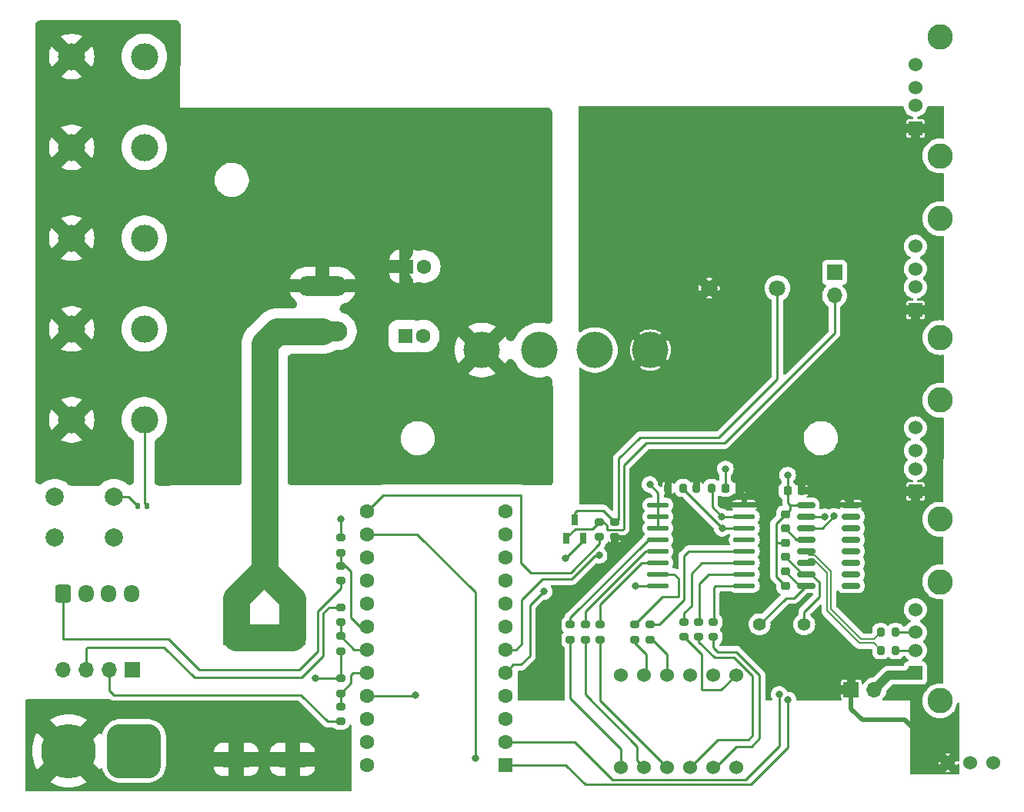
<source format=gbr>
%TF.GenerationSoftware,KiCad,Pcbnew,7.0.7*%
%TF.CreationDate,2024-02-23T22:21:44-08:00*%
%TF.ProjectId,PDB,5044422e-6b69-4636-9164-5f7063625858,rev?*%
%TF.SameCoordinates,Original*%
%TF.FileFunction,Copper,L1,Top*%
%TF.FilePolarity,Positive*%
%FSLAX46Y46*%
G04 Gerber Fmt 4.6, Leading zero omitted, Abs format (unit mm)*
G04 Created by KiCad (PCBNEW 7.0.7) date 2024-02-23 22:21:44*
%MOMM*%
%LPD*%
G01*
G04 APERTURE LIST*
G04 Aperture macros list*
%AMRoundRect*
0 Rectangle with rounded corners*
0 $1 Rounding radius*
0 $2 $3 $4 $5 $6 $7 $8 $9 X,Y pos of 4 corners*
0 Add a 4 corners polygon primitive as box body*
4,1,4,$2,$3,$4,$5,$6,$7,$8,$9,$2,$3,0*
0 Add four circle primitives for the rounded corners*
1,1,$1+$1,$2,$3*
1,1,$1+$1,$4,$5*
1,1,$1+$1,$6,$7*
1,1,$1+$1,$8,$9*
0 Add four rect primitives between the rounded corners*
20,1,$1+$1,$2,$3,$4,$5,0*
20,1,$1+$1,$4,$5,$6,$7,0*
20,1,$1+$1,$6,$7,$8,$9,0*
20,1,$1+$1,$8,$9,$2,$3,0*%
G04 Aperture macros list end*
%TA.AperFunction,ComponentPad*%
%ADD10C,1.524000*%
%TD*%
%TA.AperFunction,ComponentPad*%
%ADD11C,1.400000*%
%TD*%
%TA.AperFunction,ComponentPad*%
%ADD12C,2.000000*%
%TD*%
%TA.AperFunction,SMDPad,CuDef*%
%ADD13RoundRect,0.135000X-0.135000X-0.185000X0.135000X-0.185000X0.135000X0.185000X-0.135000X0.185000X0*%
%TD*%
%TA.AperFunction,ComponentPad*%
%ADD14R,1.700000X1.700000*%
%TD*%
%TA.AperFunction,ComponentPad*%
%ADD15O,1.700000X1.700000*%
%TD*%
%TA.AperFunction,SMDPad,CuDef*%
%ADD16RoundRect,0.200000X0.275000X-0.200000X0.275000X0.200000X-0.275000X0.200000X-0.275000X-0.200000X0*%
%TD*%
%TA.AperFunction,ComponentPad*%
%ADD17R,1.600000X1.600000*%
%TD*%
%TA.AperFunction,ComponentPad*%
%ADD18C,1.600000*%
%TD*%
%TA.AperFunction,ComponentPad*%
%ADD19R,1.524000X1.524000*%
%TD*%
%TA.AperFunction,ComponentPad*%
%ADD20C,2.800000*%
%TD*%
%TA.AperFunction,ComponentPad*%
%ADD21RoundRect,0.250000X-0.600000X-0.725000X0.600000X-0.725000X0.600000X0.725000X-0.600000X0.725000X0*%
%TD*%
%TA.AperFunction,ComponentPad*%
%ADD22O,1.700000X1.950000*%
%TD*%
%TA.AperFunction,SMDPad,CuDef*%
%ADD23RoundRect,0.225000X0.225000X0.250000X-0.225000X0.250000X-0.225000X-0.250000X0.225000X-0.250000X0*%
%TD*%
%TA.AperFunction,ComponentPad*%
%ADD24C,1.800000*%
%TD*%
%TA.AperFunction,SMDPad,CuDef*%
%ADD25RoundRect,0.200000X-0.275000X0.200000X-0.275000X-0.200000X0.275000X-0.200000X0.275000X0.200000X0*%
%TD*%
%TA.AperFunction,SMDPad,CuDef*%
%ADD26RoundRect,0.225000X0.250000X-0.225000X0.250000X0.225000X-0.250000X0.225000X-0.250000X-0.225000X0*%
%TD*%
%TA.AperFunction,ComponentPad*%
%ADD27C,3.000000*%
%TD*%
%TA.AperFunction,SMDPad,CuDef*%
%ADD28R,2.921000X1.651000*%
%TD*%
%TA.AperFunction,SMDPad,CuDef*%
%ADD29O,2.401000X0.574000*%
%TD*%
%TA.AperFunction,SMDPad,CuDef*%
%ADD30RoundRect,0.200000X-0.200000X-0.275000X0.200000X-0.275000X0.200000X0.275000X-0.200000X0.275000X0*%
%TD*%
%TA.AperFunction,SMDPad,CuDef*%
%ADD31R,0.700000X1.250000*%
%TD*%
%TA.AperFunction,SMDPad,CuDef*%
%ADD32RoundRect,0.225000X-0.225000X-0.250000X0.225000X-0.250000X0.225000X0.250000X-0.225000X0.250000X0*%
%TD*%
%TA.AperFunction,ComponentPad*%
%ADD33C,4.000000*%
%TD*%
%TA.AperFunction,ComponentPad*%
%ADD34O,5.500000X2.200000*%
%TD*%
%TA.AperFunction,SMDPad,CuDef*%
%ADD35RoundRect,0.150000X-0.825000X-0.150000X0.825000X-0.150000X0.825000X0.150000X-0.825000X0.150000X0*%
%TD*%
%TA.AperFunction,ComponentPad*%
%ADD36RoundRect,1.500000X1.500000X1.500000X-1.500000X1.500000X-1.500000X-1.500000X1.500000X-1.500000X0*%
%TD*%
%TA.AperFunction,ComponentPad*%
%ADD37C,6.000000*%
%TD*%
%TA.AperFunction,SMDPad,CuDef*%
%ADD38RoundRect,0.225000X-0.250000X0.225000X-0.250000X-0.225000X0.250000X-0.225000X0.250000X0.225000X0*%
%TD*%
%TA.AperFunction,ViaPad*%
%ADD39C,0.800000*%
%TD*%
%TA.AperFunction,Conductor*%
%ADD40C,0.500000*%
%TD*%
%TA.AperFunction,Conductor*%
%ADD41C,1.000000*%
%TD*%
%TA.AperFunction,Conductor*%
%ADD42C,0.250000*%
%TD*%
%TA.AperFunction,Conductor*%
%ADD43C,0.200000*%
%TD*%
%TA.AperFunction,Conductor*%
%ADD44C,3.000000*%
%TD*%
G04 APERTURE END LIST*
D10*
%TO.P,SW2,1,A*%
%TO.N,/5v*%
X160415600Y-100863400D03*
%TO.P,SW2,2,B*%
%TO.N,/toggle*%
X162915600Y-100863400D03*
%TO.P,SW2,3,C*%
%TO.N,GND*%
X165415600Y-100863400D03*
%TD*%
D11*
%TO.P,Y1,1,1*%
%TO.N,Net-(U2-XI)*%
X144613800Y-85623400D03*
%TO.P,Y1,2,2*%
%TO.N,Net-(U2-XO)*%
X139713800Y-85623400D03*
%TD*%
D12*
%TO.P,SW3,1,2*%
%TO.N,/5v*%
X62150000Y-76100000D03*
X68650000Y-76100000D03*
%TO.P,SW3,2,A*%
%TO.N,/BatCal*%
X62150000Y-71600000D03*
X68650000Y-71600000D03*
%TD*%
D13*
%TO.P,R21,1*%
%TO.N,/BatCal*%
X71290000Y-72600000D03*
%TO.P,R21,2*%
%TO.N,GND*%
X72310000Y-72600000D03*
%TD*%
D14*
%TO.P,J3,1,Pin_1*%
%TO.N,/5v*%
X149800000Y-92800000D03*
D15*
%TO.P,J3,2,Pin_2*%
%TO.N,Net-(DATA1-VCC)*%
X152340000Y-92800000D03*
%TD*%
D16*
%TO.P,R11,1*%
%TO.N,Net-(D3-G)*%
X134645400Y-87007200D03*
%TO.P,R11,2*%
%TO.N,/G*%
X134645400Y-85357200D03*
%TD*%
D17*
%TO.P,C2,1*%
%TO.N,/5v*%
X100695688Y-53898800D03*
D18*
%TO.P,C2,2*%
%TO.N,GND*%
X102695688Y-53898800D03*
%TD*%
D14*
%TO.P,J1,1,Pin_1*%
%TO.N,GND*%
X147955000Y-46883400D03*
D15*
%TO.P,J1,2,Pin_2*%
%TO.N,/base*%
X147955000Y-49423400D03*
%TD*%
D19*
%TO.P,USB2,1,VCC*%
%TO.N,/5v*%
X156845000Y-50998000D03*
D10*
%TO.P,USB2,2,D-*%
%TO.N,unconnected-(USB2-D--Pad2)*%
X156845000Y-48498000D03*
%TO.P,USB2,3,D+*%
%TO.N,unconnected-(USB2-D+-Pad3)*%
X156845000Y-46498000D03*
%TO.P,USB2,4,GND*%
%TO.N,GND*%
X156845000Y-43998000D03*
D20*
%TO.P,USB2,5,Shield*%
X159555000Y-40948000D03*
%TO.P,USB2,6,Shield*%
X159555000Y-54048000D03*
%TD*%
D16*
%TO.P,R7,1*%
%TO.N,Net-(D3-E)*%
X118872000Y-87312000D03*
%TO.P,R7,2*%
%TO.N,/E*%
X118872000Y-85662000D03*
%TD*%
%TO.P,R6,1*%
%TO.N,/Cell1+2+3_s*%
X93599000Y-77723000D03*
%TO.P,R6,2*%
%TO.N,GND*%
X93599000Y-76073000D03*
%TD*%
D21*
%TO.P,Jst1,1,Pin_3*%
%TO.N,/Cell1+2+3*%
X63093600Y-82270600D03*
D22*
%TO.P,Jst1,2,Pin_2*%
%TO.N,/Cell1+2*%
X65593600Y-82270600D03*
%TO.P,Jst1,3,Pin_1*%
%TO.N,/Cell1*%
X68093600Y-82270600D03*
%TO.P,Jst1,4,GND*%
%TO.N,unconnected-(Jst1-GND-Pad4)*%
X70593600Y-82270600D03*
%TD*%
D10*
%TO.P,D3,1,E*%
%TO.N,Net-(D3-E)*%
X124460000Y-101346000D03*
%TO.P,D3,2,D*%
%TO.N,Net-(D3-D)*%
X127000000Y-101346000D03*
%TO.P,D3,3,DP*%
%TO.N,Net-(D3-DP)*%
X129540000Y-101346000D03*
%TO.P,D3,4,C*%
%TO.N,Net-(D3-C)*%
X132080000Y-101346000D03*
%TO.P,D3,5,G*%
%TO.N,Net-(D3-G)*%
X134620000Y-101346000D03*
%TO.P,D3,6,Dig4*%
%TO.N,/Dig4*%
X137160000Y-101346000D03*
%TO.P,D3,7,B*%
%TO.N,Net-(D3-B)*%
X137160000Y-91186000D03*
%TO.P,D3,8,Dig3*%
%TO.N,/Dig3*%
X134620000Y-91186000D03*
%TO.P,D3,9,Dig2*%
%TO.N,/Dig2*%
X132080000Y-91186000D03*
%TO.P,D3,10,F*%
%TO.N,Net-(D3-F)*%
X129540000Y-91186000D03*
%TO.P,D3,11,A*%
%TO.N,Net-(D3-A)*%
X127000000Y-91186000D03*
%TO.P,D3,12,Dig1*%
%TO.N,/Dig1*%
X124460000Y-91186000D03*
%TD*%
D23*
%TO.P,C3,1*%
%TO.N,/5v*%
X144335800Y-70891400D03*
%TO.P,C3,2*%
%TO.N,GND*%
X142785800Y-70891400D03*
%TD*%
D24*
%TO.P,B1,1,input*%
%TO.N,/5v*%
X134172000Y-48614000D03*
%TO.P,B1,2,output*%
%TO.N,/collector*%
X141672000Y-48614000D03*
%TD*%
D25*
%TO.P,R12,1*%
%TO.N,/A*%
X125984000Y-85662000D03*
%TO.P,R12,2*%
%TO.N,Net-(D3-A)*%
X125984000Y-87312000D03*
%TD*%
D16*
%TO.P,R2,1*%
%TO.N,/Cell1_s*%
X93599000Y-93218000D03*
%TO.P,R2,2*%
%TO.N,GND*%
X93599000Y-91568000D03*
%TD*%
D26*
%TO.P,C5,1*%
%TO.N,Net-(U2-XI)*%
X142544800Y-78219600D03*
%TO.P,C5,2*%
%TO.N,GND*%
X142544800Y-76669600D03*
%TD*%
D19*
%TO.P,USB3,1,VCC*%
%TO.N,/5v*%
X156845000Y-70998000D03*
D10*
%TO.P,USB3,2,D-*%
%TO.N,unconnected-(USB3-D--Pad2)*%
X156845000Y-68498000D03*
%TO.P,USB3,3,D+*%
%TO.N,unconnected-(USB3-D+-Pad3)*%
X156845000Y-66498000D03*
%TO.P,USB3,4,GND*%
%TO.N,GND*%
X156845000Y-63998000D03*
D20*
%TO.P,USB3,5,Shield*%
X159555000Y-60948000D03*
%TO.P,USB3,6,Shield*%
X159555000Y-74048000D03*
%TD*%
D27*
%TO.P,A2,1,ground*%
%TO.N,GND*%
X72000000Y-33113400D03*
%TO.P,A2,2,power*%
%TO.N,/12v*%
X64000000Y-33113400D03*
%TD*%
D25*
%TO.P,R5,1*%
%TO.N,/Cell1+2+3_s*%
X93599000Y-79185000D03*
%TO.P,R5,2*%
%TO.N,/Cell1+2+3*%
X93599000Y-80835000D03*
%TD*%
%TO.P,R3,1*%
%TO.N,/Cell1+2*%
X93599000Y-83757000D03*
%TO.P,R3,2*%
%TO.N,/Cell1+2_s*%
X93599000Y-85407000D03*
%TD*%
D17*
%TO.P,Pro1,1,TX*%
%TO.N,/Tx*%
X111760000Y-101092000D03*
D18*
%TO.P,Pro1,2,RX*%
%TO.N,/Rx*%
X111760000Y-98552000D03*
%TO.P,Pro1,3,GND*%
%TO.N,GND*%
X111760000Y-96012000D03*
%TO.P,Pro1,4,GND*%
X111760000Y-93472000D03*
%TO.P,Pro1,5,2*%
%TO.N,/SDA*%
X111760000Y-90932000D03*
%TO.P,Pro1,6,3*%
%TO.N,/SCL*%
X111760000Y-88392000D03*
%TO.P,Pro1,7,4*%
%TO.N,unconnected-(Pro1-4-Pad7)*%
X111760000Y-85852000D03*
%TO.P,Pro1,8,5*%
%TO.N,unconnected-(Pro1-5-Pad8)*%
X111760000Y-83312000D03*
%TO.P,Pro1,9,6*%
%TO.N,unconnected-(Pro1-6-Pad9)*%
X111760000Y-80772000D03*
%TO.P,Pro1,10,7*%
%TO.N,unconnected-(Pro1-7-Pad10)*%
X111760000Y-78232000D03*
%TO.P,Pro1,11,8*%
%TO.N,/BatCal*%
X111760000Y-75692000D03*
%TO.P,Pro1,12,9*%
%TO.N,/Dig4*%
X111760000Y-73152000D03*
%TO.P,Pro1,13,10*%
%TO.N,/Buzzer*%
X96520000Y-73152000D03*
%TO.P,Pro1,14,16*%
%TO.N,/toggle*%
X96520000Y-75692000D03*
%TO.P,Pro1,15,14*%
%TO.N,/Dig3*%
X96520000Y-78232000D03*
%TO.P,Pro1,16,15*%
%TO.N,/Dig2*%
X96520000Y-80772000D03*
%TO.P,Pro1,17,A0*%
%TO.N,/Dig1*%
X96520000Y-83312000D03*
%TO.P,Pro1,18,A1*%
%TO.N,/Cell1+2+3_s*%
X96520000Y-85852000D03*
%TO.P,Pro1,19,A2*%
%TO.N,/Cell1+2_s*%
X96520000Y-88392000D03*
%TO.P,Pro1,20,A3*%
%TO.N,/Cell1_s*%
X96520000Y-90932000D03*
%TO.P,Pro1,21,VCC*%
%TO.N,/5v*%
X96520000Y-93472000D03*
%TO.P,Pro1,22,RST*%
%TO.N,unconnected-(Pro1-RST-Pad22)*%
X96520000Y-96012000D03*
%TO.P,Pro1,23,GND*%
%TO.N,GND*%
X96520000Y-98552000D03*
%TO.P,Pro1,24,RAW*%
%TO.N,unconnected-(Pro1-RAW-Pad24)*%
X96520000Y-101092000D03*
%TD*%
D28*
%TO.P,F1,1,in1*%
%TO.N,/battery*%
X82092800Y-100507800D03*
%TO.P,F1,2,in2*%
X88315800Y-100507800D03*
%TO.P,F1,3,out1*%
%TO.N,/fuse out*%
X82092800Y-87045800D03*
%TO.P,F1,4,out2*%
X88315800Y-87045800D03*
%TD*%
D16*
%TO.P,R10,1*%
%TO.N,Net-(D3-C)*%
X133019800Y-87007200D03*
%TO.P,R10,2*%
%TO.N,/C*%
X133019800Y-85357200D03*
%TD*%
D25*
%TO.P,R14,1*%
%TO.N,/B*%
X131394200Y-85357200D03*
%TO.P,R14,2*%
%TO.N,Net-(D3-B)*%
X131394200Y-87007200D03*
%TD*%
D27*
%TO.P,A4,1,ground*%
%TO.N,GND*%
X72000000Y-53113400D03*
%TO.P,A4,2,power*%
%TO.N,/12v*%
X64000000Y-53113400D03*
%TD*%
D19*
%TO.P,USB1,1,VCC*%
%TO.N,/5v*%
X156845000Y-30998000D03*
D10*
%TO.P,USB1,2,D-*%
%TO.N,unconnected-(USB1-D--Pad2)*%
X156845000Y-28498000D03*
%TO.P,USB1,3,D+*%
%TO.N,unconnected-(USB1-D+-Pad3)*%
X156845000Y-26498000D03*
%TO.P,USB1,4,GND*%
%TO.N,GND*%
X156845000Y-23998000D03*
D20*
%TO.P,USB1,5,Shield*%
X159555000Y-20948000D03*
%TO.P,USB1,6,Shield*%
X159555000Y-34048000D03*
%TD*%
D29*
%TO.P,U3,1,A0*%
%TO.N,GND*%
X128523800Y-72491600D03*
%TO.P,U3,2,A1*%
X128523800Y-73761600D03*
%TO.P,U3,3,A2*%
X128523800Y-75031600D03*
%TO.P,U3,4,P0*%
%TO.N,/E*%
X128523800Y-76301600D03*
%TO.P,U3,5,P1*%
%TO.N,/D*%
X128523800Y-77571600D03*
%TO.P,U3,6,P2*%
%TO.N,/DP*%
X128523800Y-78841600D03*
%TO.P,U3,7,P3*%
%TO.N,/A*%
X128523800Y-80111600D03*
%TO.P,U3,8,VSS*%
%TO.N,GND*%
X128523800Y-81381600D03*
%TO.P,U3,9,P4*%
%TO.N,/G*%
X138023800Y-81381600D03*
%TO.P,U3,10,P5*%
%TO.N,/C*%
X138023800Y-80111600D03*
%TO.P,U3,11,P6*%
%TO.N,/B*%
X138023800Y-78841600D03*
%TO.P,U3,12,P7*%
%TO.N,/F*%
X138023800Y-77571600D03*
%TO.P,U3,13,~{INT}*%
%TO.N,unconnected-(U3-~{INT}-Pad13)*%
X138023800Y-76301600D03*
%TO.P,U3,14,SCL*%
%TO.N,/SCL*%
X138023800Y-75031600D03*
%TO.P,U3,15,SDA*%
%TO.N,/SDA*%
X138023800Y-73761600D03*
%TO.P,U3,16,VDD*%
%TO.N,/5v*%
X138023800Y-72491600D03*
%TD*%
D30*
%TO.P,R20,1*%
%TO.N,/5v*%
X132779000Y-70612000D03*
%TO.P,R20,2*%
%TO.N,/SDA*%
X134429000Y-70612000D03*
%TD*%
D17*
%TO.P,C1,1*%
%TO.N,/12v*%
X100797288Y-46228000D03*
D18*
%TO.P,C1,2*%
%TO.N,GND*%
X102797288Y-46228000D03*
%TD*%
D30*
%TO.P,R17,1*%
%TO.N,/D-*%
X153048200Y-88493600D03*
%TO.P,R17,2*%
%TO.N,Net-(DATA1-D-)*%
X154698200Y-88493600D03*
%TD*%
D26*
%TO.P,C4,1*%
%TO.N,Net-(U2-V3)*%
X142547800Y-75070000D03*
%TO.P,C4,2*%
%TO.N,GND*%
X142547800Y-73520000D03*
%TD*%
D16*
%TO.P,R1,1*%
%TO.N,/Cell1*%
X93599000Y-96330000D03*
%TO.P,R1,2*%
%TO.N,/Cell1_s*%
X93599000Y-94680000D03*
%TD*%
D31*
%TO.P,Q1,1,B*%
%TO.N,/base*%
X118432500Y-76151000D03*
%TO.P,Q1,2,E*%
%TO.N,GND*%
X120332500Y-76151000D03*
%TO.P,Q1,3,C*%
%TO.N,/collector*%
X119382500Y-74151000D03*
%TD*%
D27*
%TO.P,A5,1,ground*%
%TO.N,GND*%
X72000000Y-63113400D03*
%TO.P,A5,2,power*%
%TO.N,/12v*%
X64000000Y-63113400D03*
%TD*%
D30*
%TO.P,R19,1*%
%TO.N,/5v*%
X129629400Y-70612000D03*
%TO.P,R19,2*%
%TO.N,/SCL*%
X131279400Y-70612000D03*
%TD*%
D32*
%TO.P,C7,1*%
%TO.N,GND*%
X135953200Y-70612000D03*
%TO.P,C7,2*%
%TO.N,/5v*%
X137503200Y-70612000D03*
%TD*%
D16*
%TO.P,R4,1*%
%TO.N,GND*%
X93599000Y-88582000D03*
%TO.P,R4,2*%
%TO.N,/Cell1+2_s*%
X93599000Y-86932000D03*
%TD*%
D27*
%TO.P,A3,1,ground*%
%TO.N,GND*%
X72000000Y-43113400D03*
%TO.P,A3,2,power*%
%TO.N,/12v*%
X64000000Y-43113400D03*
%TD*%
D33*
%TO.P,Converter1,1,OUT+*%
%TO.N,/5v*%
X127685800Y-55422800D03*
%TO.P,Converter1,2,OUT-*%
%TO.N,GND*%
X121589800Y-55422800D03*
%TO.P,Converter1,3,IN-*%
X115493800Y-55422800D03*
%TO.P,Converter1,4,IN+*%
%TO.N,/12v*%
X109143800Y-55422800D03*
%TD*%
D16*
%TO.P,R15,1*%
%TO.N,/Buzzer*%
X122097800Y-75983600D03*
%TO.P,R15,2*%
%TO.N,/base*%
X122097800Y-74333600D03*
%TD*%
%TO.P,R9,1*%
%TO.N,Net-(D3-DP)*%
X122174000Y-87312000D03*
%TO.P,R9,2*%
%TO.N,/DP*%
X122174000Y-85662000D03*
%TD*%
D27*
%TO.P,A1,1,ground*%
%TO.N,GND*%
X72000000Y-23113400D03*
%TO.P,A1,2,power*%
%TO.N,/12v*%
X64000000Y-23113400D03*
%TD*%
D25*
%TO.P,R13,1*%
%TO.N,/F*%
X127635000Y-85662000D03*
%TO.P,R13,2*%
%TO.N,Net-(D3-F)*%
X127635000Y-87312000D03*
%TD*%
D34*
%TO.P,Sw1,1,In*%
%TO.N,/fuse out*%
X91617800Y-53340000D03*
%TO.P,Sw1,2,Out*%
%TO.N,/12v*%
X91617800Y-48340000D03*
%TD*%
D35*
%TO.P,U2,1,GND*%
%TO.N,GND*%
X144808400Y-72491600D03*
%TO.P,U2,2,TXD*%
%TO.N,/Rx*%
X144808400Y-73761600D03*
%TO.P,U2,3,RXD*%
%TO.N,/Tx*%
X144808400Y-75031600D03*
%TO.P,U2,4,V3*%
%TO.N,Net-(U2-V3)*%
X144808400Y-76301600D03*
%TO.P,U2,5,UD+*%
%TO.N,/D+*%
X144808400Y-77571600D03*
%TO.P,U2,6,UD-*%
%TO.N,/D-*%
X144808400Y-78841600D03*
%TO.P,U2,7,XI*%
%TO.N,Net-(U2-XI)*%
X144808400Y-80111600D03*
%TO.P,U2,8,XO*%
%TO.N,Net-(U2-XO)*%
X144808400Y-81381600D03*
%TO.P,U2,9,~{CTS}*%
%TO.N,unconnected-(U2-~{CTS}-Pad9)*%
X149758400Y-81381600D03*
%TO.P,U2,10,~{DSR}*%
%TO.N,unconnected-(U2-~{DSR}-Pad10)*%
X149758400Y-80111600D03*
%TO.P,U2,11,~{RI}*%
%TO.N,unconnected-(U2-~{RI}-Pad11)*%
X149758400Y-78841600D03*
%TO.P,U2,12,~{DCD}*%
%TO.N,unconnected-(U2-~{DCD}-Pad12)*%
X149758400Y-77571600D03*
%TO.P,U2,13,~{DTR}*%
%TO.N,unconnected-(U2-~{DTR}-Pad13)*%
X149758400Y-76301600D03*
%TO.P,U2,14,~{RTS}*%
%TO.N,unconnected-(U2-~{RTS}-Pad14)*%
X149758400Y-75031600D03*
%TO.P,U2,15,R232*%
%TO.N,unconnected-(U2-R232-Pad15)*%
X149758400Y-73761600D03*
%TO.P,U2,16,VCC*%
%TO.N,/5v*%
X149758400Y-72491600D03*
%TD*%
D16*
%TO.P,R16,1*%
%TO.N,/5v*%
X123748800Y-75983600D03*
%TO.P,R16,2*%
%TO.N,/collector*%
X123748800Y-74333600D03*
%TD*%
D36*
%TO.P,Batt1,1,ground*%
%TO.N,GND*%
X70866000Y-99568000D03*
D37*
%TO.P,Batt1,2,power*%
%TO.N,/battery*%
X63666000Y-99568000D03*
%TD*%
D38*
%TO.P,C6,1*%
%TO.N,Net-(U2-XO)*%
X142544800Y-79819200D03*
%TO.P,C6,2*%
%TO.N,GND*%
X142544800Y-81369200D03*
%TD*%
D14*
%TO.P,J2,1,Pin_1*%
%TO.N,unconnected-(J2-Pin_1-Pad1)*%
X70713600Y-90627200D03*
D15*
%TO.P,J2,2,Pin_2*%
%TO.N,/Cell1*%
X68173600Y-90627200D03*
%TO.P,J2,3,Pin_3*%
%TO.N,/Cell1+2*%
X65633600Y-90627200D03*
%TO.P,J2,4,Pin_4*%
%TO.N,/Cell1+2+3*%
X63093600Y-90627200D03*
%TD*%
D30*
%TO.P,R18,1*%
%TO.N,/D+*%
X153022800Y-86487000D03*
%TO.P,R18,2*%
%TO.N,Net-(DATA1-D+)*%
X154672800Y-86487000D03*
%TD*%
D19*
%TO.P,DATA1,1,VCC*%
%TO.N,Net-(DATA1-VCC)*%
X156845000Y-90998000D03*
D10*
%TO.P,DATA1,2,D-*%
%TO.N,Net-(DATA1-D-)*%
X156845000Y-88498000D03*
%TO.P,DATA1,3,D+*%
%TO.N,Net-(DATA1-D+)*%
X156845000Y-86498000D03*
%TO.P,DATA1,4,GND*%
%TO.N,GND*%
X156845000Y-83998000D03*
D20*
%TO.P,DATA1,5,Shield*%
X159555000Y-80948000D03*
%TO.P,DATA1,6,Shield*%
X159555000Y-94048000D03*
%TD*%
D16*
%TO.P,R8,1*%
%TO.N,Net-(D3-D)*%
X120523000Y-87312000D03*
%TO.P,R8,2*%
%TO.N,/D*%
X120523000Y-85662000D03*
%TD*%
D39*
%TO.N,GND*%
X118338600Y-78359000D03*
X135953200Y-68516200D03*
X93599000Y-74041000D03*
X126060200Y-81407000D03*
X142798800Y-69189600D03*
X127635000Y-70231000D03*
X90804000Y-91568000D03*
%TO.N,/5v*%
X101828600Y-93446600D03*
X113614200Y-92252800D03*
%TO.N,/Tx*%
X142849600Y-93954600D03*
X147907200Y-73736200D03*
%TO.N,/toggle*%
X108432600Y-100380800D03*
%TO.N,/Rx*%
X141859000Y-93345000D03*
X146853296Y-73765505D03*
%TO.N,/SDA*%
X135534400Y-73761600D03*
X115976400Y-82016600D03*
%TO.N,/SCL*%
X122047000Y-78028800D03*
X135585200Y-75031600D03*
%TD*%
D40*
%TO.N,/5v*%
X149800000Y-94950000D02*
X149800000Y-92800000D01*
X151000000Y-96150000D02*
X149800000Y-94950000D01*
X160415600Y-100863400D02*
X155702200Y-96150000D01*
X155702200Y-96150000D02*
X151000000Y-96150000D01*
D41*
%TO.N,Net-(DATA1-VCC)*%
X156006604Y-91200000D02*
X156526802Y-90679802D01*
X153940000Y-91200000D02*
X156006604Y-91200000D01*
X152340000Y-92800000D02*
X153940000Y-91200000D01*
D42*
%TO.N,GND*%
X72000000Y-72290000D02*
X72000000Y-63113400D01*
X72310000Y-72600000D02*
X72000000Y-72290000D01*
%TO.N,/BatCal*%
X70290000Y-71600000D02*
X71290000Y-72600000D01*
X68650000Y-71600000D02*
X70290000Y-71600000D01*
%TO.N,GND*%
X93599000Y-88582000D02*
X93599000Y-91568000D01*
X142798800Y-69189600D02*
X142785800Y-69202600D01*
X141516400Y-76504800D02*
X141516400Y-80356200D01*
X126085600Y-81381600D02*
X128523800Y-81381600D01*
X127635000Y-70231000D02*
X128523800Y-71119800D01*
X120332500Y-76365100D02*
X118338600Y-78359000D01*
X128523800Y-73761600D02*
X128523800Y-72491600D01*
X142836600Y-72297800D02*
X143030400Y-72491600D01*
X141516400Y-74536000D02*
X142532400Y-73520000D01*
X128523800Y-75031600D02*
X128523800Y-73761600D01*
X143030400Y-72491600D02*
X143030400Y-73037400D01*
X141516400Y-80356200D02*
X142529400Y-81369200D01*
X142785800Y-69202600D02*
X142785800Y-70891400D01*
X93599000Y-91568000D02*
X90804000Y-91568000D01*
X135953200Y-70612000D02*
X135953200Y-68516200D01*
X143030400Y-73037400D02*
X142547800Y-73520000D01*
X128523800Y-71119800D02*
X128523800Y-72491600D01*
X93599000Y-76073000D02*
X93599000Y-74041000D01*
X141516400Y-76504800D02*
X141516400Y-74536000D01*
X142544800Y-76669600D02*
X141696600Y-76669600D01*
X142836600Y-70891400D02*
X142836600Y-72297800D01*
X120332500Y-76151000D02*
X120332500Y-76365100D01*
X143030400Y-72491600D02*
X144808400Y-72491600D01*
X126060200Y-81407000D02*
X126085600Y-81381600D01*
X141681200Y-76669600D02*
X141516400Y-76504800D01*
%TO.N,/5v*%
X148158200Y-70891400D02*
X149758400Y-72491600D01*
X144386600Y-70891400D02*
X148158200Y-70891400D01*
X101803200Y-93472000D02*
X101828600Y-93446600D01*
X96520000Y-93472000D02*
X101803200Y-93472000D01*
X138011200Y-72479000D02*
X138023800Y-72491600D01*
%TO.N,/collector*%
X123748800Y-74333600D02*
X123938800Y-74333600D01*
X119382500Y-74151000D02*
X119382500Y-73352700D01*
X122516400Y-73101200D02*
X123748800Y-74333600D01*
X123938800Y-74333600D02*
X124231400Y-74041000D01*
X124231400Y-67360800D02*
X126542800Y-65049400D01*
X126542800Y-65049400D02*
X135229600Y-65049400D01*
X124231400Y-74041000D02*
X124231400Y-67360800D01*
X119634000Y-73101200D02*
X122516400Y-73101200D01*
X135229600Y-65049400D02*
X141672000Y-58607000D01*
X141672000Y-58607000D02*
X141672000Y-48614000D01*
X119382500Y-73352700D02*
X119634000Y-73101200D01*
%TO.N,Net-(D3-E)*%
X124460000Y-101346000D02*
X124460000Y-99314000D01*
X124460000Y-99314000D02*
X118872000Y-93726000D01*
X118872000Y-93726000D02*
X118872000Y-87312000D01*
%TO.N,Net-(D3-D)*%
X120523000Y-93345000D02*
X120523000Y-87312000D01*
X126238000Y-99060000D02*
X120523000Y-93345000D01*
X126238000Y-100584000D02*
X126238000Y-99060000D01*
X127000000Y-101346000D02*
X126238000Y-100584000D01*
%TO.N,Net-(D3-DP)*%
X122174000Y-93980000D02*
X122174000Y-87312000D01*
X129540000Y-101346000D02*
X122174000Y-93980000D01*
%TO.N,Net-(D3-C)*%
X138480800Y-98298000D02*
X138938000Y-97840800D01*
X134772400Y-89306400D02*
X133019800Y-87553800D01*
X138938000Y-91338400D02*
X136906000Y-89306400D01*
X138938000Y-97840800D02*
X138938000Y-91338400D01*
X132080000Y-101346000D02*
X135128000Y-98298000D01*
X135128000Y-98298000D02*
X138480800Y-98298000D01*
X136906000Y-89306400D02*
X134772400Y-89306400D01*
X133019800Y-87553800D02*
X133019800Y-87007200D01*
%TO.N,Net-(D3-G)*%
X138812396Y-99060000D02*
X139713398Y-98158998D01*
X137160000Y-88646000D02*
X135128000Y-88646000D01*
X139713398Y-91199398D02*
X137160000Y-88646000D01*
X134874000Y-101346000D02*
X137160000Y-99060000D01*
X134620000Y-101346000D02*
X134874000Y-101346000D01*
X135128000Y-88646000D02*
X134645400Y-88163400D01*
X134645400Y-88163400D02*
X134645400Y-87007200D01*
X139713398Y-98158998D02*
X139713398Y-91199398D01*
X137160000Y-99060000D02*
X138812396Y-99060000D01*
%TO.N,Net-(D3-B)*%
X133350000Y-88963000D02*
X133350000Y-92862400D01*
X133350000Y-92862400D02*
X135483600Y-92862400D01*
X131394200Y-87007200D02*
X133350000Y-88963000D01*
X135483600Y-92862400D02*
X137160000Y-91186000D01*
%TO.N,Net-(D3-F)*%
X127635000Y-87312000D02*
X127952000Y-87312000D01*
X127952000Y-87312000D02*
X129540000Y-88900000D01*
X129540000Y-88900000D02*
X129540000Y-91186000D01*
%TO.N,Net-(D3-A)*%
X125984000Y-87630000D02*
X127254000Y-88900000D01*
X127254000Y-88900000D02*
X127254000Y-90932000D01*
X127254000Y-90932000D02*
X127000000Y-91186000D01*
X125984000Y-87312000D02*
X125984000Y-87630000D01*
%TO.N,/Cell1*%
X89255600Y-93421200D02*
X68681600Y-93421200D01*
X68173600Y-92913200D02*
X68173600Y-90627200D01*
X92164400Y-96330000D02*
X89255600Y-93421200D01*
X68681600Y-93421200D02*
X68173600Y-92913200D01*
X93599000Y-96330000D02*
X92164400Y-96330000D01*
%TO.N,/Cell1+2*%
X92315800Y-83757000D02*
X93599000Y-83757000D01*
X65633600Y-88239600D02*
X65735200Y-88138000D01*
X77520800Y-91490800D02*
X89306400Y-91490800D01*
X74168000Y-88138000D02*
X77520800Y-91490800D01*
X65633600Y-90627200D02*
X65633600Y-88239600D01*
X89306400Y-91490800D02*
X91694000Y-89103200D01*
X91694000Y-89103200D02*
X91694000Y-84378800D01*
X65735200Y-88138000D02*
X74168000Y-88138000D01*
X91694000Y-84378800D02*
X92315800Y-83757000D01*
%TO.N,/Cell1+2+3*%
X93599000Y-81661000D02*
X93599000Y-80835000D01*
X74676000Y-87274400D02*
X78054200Y-90652600D01*
X78054200Y-90652600D02*
X89052400Y-90652600D01*
X63093600Y-87223600D02*
X63144400Y-87274400D01*
X91084400Y-88620600D02*
X91084400Y-84175600D01*
X89052400Y-90652600D02*
X91084400Y-88620600D01*
X63144400Y-87274400D02*
X74676000Y-87274400D01*
X91084400Y-84175600D02*
X93599000Y-81661000D01*
X63093600Y-82270600D02*
X63093600Y-87223600D01*
%TO.N,/DP*%
X122174000Y-85662000D02*
X122174000Y-83439000D01*
X122174000Y-83439000D02*
X126771400Y-78841600D01*
X126771400Y-78841600D02*
X128523800Y-78841600D01*
%TO.N,/E*%
X118872000Y-85662000D02*
X118872000Y-84886800D01*
X118872000Y-84886800D02*
X127457200Y-76301600D01*
X127457200Y-76301600D02*
X128523800Y-76301600D01*
%TO.N,/D*%
X127152400Y-77571600D02*
X128523800Y-77571600D01*
X120523000Y-85662000D02*
X120523000Y-84201000D01*
X120523000Y-84201000D02*
X127152400Y-77571600D01*
%TO.N,/C*%
X133019800Y-85357200D02*
X133045200Y-85331800D01*
X133045200Y-81178400D02*
X134112000Y-80111600D01*
X134112000Y-80111600D02*
X138023800Y-80111600D01*
X133045200Y-85331800D02*
X133045200Y-81178400D01*
%TO.N,/A*%
X129019800Y-82626200D02*
X130810000Y-82626200D01*
X130327400Y-80111600D02*
X128523800Y-80111600D01*
X130810000Y-82626200D02*
X130810000Y-80594200D01*
X130810000Y-80594200D02*
X130327400Y-80111600D01*
X125984000Y-85662000D02*
X129019800Y-82626200D01*
%TO.N,/B*%
X133375400Y-78841600D02*
X138023800Y-78841600D01*
X132207000Y-83566000D02*
X132207000Y-80010000D01*
X131394200Y-85357200D02*
X131394200Y-84378800D01*
X132207000Y-80010000D02*
X133375400Y-78841600D01*
X131394200Y-84378800D02*
X132207000Y-83566000D01*
%TO.N,/Buzzer*%
X98298000Y-71374000D02*
X113436400Y-71374000D01*
X96520000Y-73152000D02*
X98298000Y-71374000D01*
X113436400Y-78892400D02*
X114503200Y-79959200D01*
X113436400Y-71374000D02*
X113436400Y-78892400D01*
X122097800Y-76784200D02*
X122097800Y-75983600D01*
X114503200Y-79959200D02*
X118922800Y-79959200D01*
X118922800Y-79959200D02*
X122097800Y-76784200D01*
%TO.N,/G*%
X134645400Y-85357200D02*
X134670800Y-85331800D01*
X134670800Y-85331800D02*
X134670800Y-81584800D01*
X134874000Y-81381600D02*
X138023800Y-81381600D01*
X134670800Y-81584800D02*
X134874000Y-81381600D01*
%TO.N,/F*%
X131419600Y-82956400D02*
X131419600Y-78079600D01*
X127635000Y-85662000D02*
X128714000Y-85662000D01*
X128714000Y-85662000D02*
X131419600Y-82956400D01*
X131419600Y-78079600D02*
X131927600Y-77571600D01*
X131927600Y-77571600D02*
X138023800Y-77571600D01*
%TO.N,Net-(U2-XI)*%
X144431649Y-80111600D02*
X144808400Y-80111600D01*
X144613800Y-85623400D02*
X144613800Y-84265600D01*
X144613800Y-84265600D02*
X146253200Y-82626200D01*
X146253200Y-82626200D02*
X146253200Y-81000600D01*
X145364200Y-80111600D02*
X144808400Y-80111600D01*
X142544800Y-78224751D02*
X144431649Y-80111600D01*
X146253200Y-81000600D02*
X145364200Y-80111600D01*
%TO.N,Net-(U2-V3)*%
X142547800Y-75070000D02*
X143779400Y-76301600D01*
X143779400Y-76301600D02*
X144808400Y-76301600D01*
%TO.N,/Cell1_s*%
X94996000Y-90932000D02*
X96520000Y-90932000D01*
X93599000Y-93218000D02*
X94742000Y-92075000D01*
X93599000Y-93218000D02*
X93599000Y-94680000D01*
X94742000Y-92075000D02*
X94742000Y-91186000D01*
X94742000Y-91186000D02*
X94996000Y-90932000D01*
%TO.N,/Cell1+2_s*%
X95059000Y-88392000D02*
X96520000Y-88392000D01*
X93599000Y-86932000D02*
X95059000Y-88392000D01*
X93599000Y-86932000D02*
X93599000Y-85407000D01*
%TO.N,/Cell1+2+3_s*%
X94742000Y-79756000D02*
X94742000Y-84836000D01*
X94742000Y-84836000D02*
X95758000Y-85852000D01*
X93599000Y-77723000D02*
X93599000Y-79185000D01*
X93599000Y-79185000D02*
X94171000Y-79185000D01*
X95758000Y-85852000D02*
X96520000Y-85852000D01*
X94171000Y-79185000D02*
X94742000Y-79756000D01*
%TO.N,Net-(U2-XO)*%
X144808400Y-81381600D02*
X144097200Y-81381600D01*
X142544800Y-79829200D02*
X142544800Y-79819200D01*
X142609400Y-82727800D02*
X143462200Y-82727800D01*
X143462200Y-82727800D02*
X144808400Y-81381600D01*
X144097200Y-81381600D02*
X142544800Y-79829200D01*
X139713800Y-85623400D02*
X142609400Y-82727800D01*
%TO.N,/Tx*%
X142849600Y-93954600D02*
X142849600Y-99161600D01*
X118389400Y-101092000D02*
X111760000Y-101092000D01*
X142849600Y-99161600D02*
X138785600Y-103225600D01*
X120523000Y-103225600D02*
X118389400Y-101092000D01*
X147907200Y-73736200D02*
X146611800Y-75031600D01*
X138785600Y-103225600D02*
X120523000Y-103225600D01*
X146611800Y-75031600D02*
X144808400Y-75031600D01*
D43*
%TO.N,/D+*%
X150867599Y-87252599D02*
X152257201Y-87252599D01*
X152257201Y-87252599D02*
X153022800Y-86487000D01*
X144808400Y-77571600D02*
X145218399Y-77981599D01*
X145218399Y-77981599D02*
X145787599Y-77981599D01*
X145787599Y-77981599D02*
X147570400Y-79764400D01*
X147570400Y-79764400D02*
X147570400Y-83955400D01*
X147570400Y-83955400D02*
X150867599Y-87252599D01*
%TO.N,/D-*%
X150681201Y-87702601D02*
X152257201Y-87702601D01*
X152257201Y-87702601D02*
X153048200Y-88493600D01*
X147120400Y-79950800D02*
X147120400Y-84141800D01*
X147120400Y-84141800D02*
X150681201Y-87702601D01*
X145218399Y-78431601D02*
X145601201Y-78431601D01*
X144808400Y-78841600D02*
X145218399Y-78431601D01*
X145601201Y-78431601D02*
X147120400Y-79950800D01*
D44*
%TO.N,/fuse out*%
X86588600Y-53340000D02*
X91617800Y-53340000D01*
X85445600Y-80010000D02*
X85242400Y-79806800D01*
X88315800Y-82829400D02*
X88315800Y-87045800D01*
X85445600Y-80010000D02*
X84836000Y-80010000D01*
X82092800Y-87045800D02*
X88315800Y-87045800D01*
X85242400Y-79806800D02*
X85242400Y-54737000D01*
X85217000Y-54711600D02*
X86588600Y-53340000D01*
X85242400Y-54737000D02*
X85217000Y-54711600D01*
X82092800Y-82753200D02*
X82092800Y-87045800D01*
X85445600Y-80010000D02*
X85496400Y-80010000D01*
X85496400Y-80010000D02*
X88315800Y-82829400D01*
X84836000Y-80010000D02*
X82092800Y-82753200D01*
D42*
%TO.N,/base*%
X118432500Y-76106100D02*
X119437600Y-75101000D01*
X124777500Y-68135500D02*
X127228600Y-65684400D01*
X124663200Y-75184000D02*
X124777500Y-75069700D01*
X127228600Y-65684400D02*
X135839200Y-65684400D01*
X122097800Y-74333600D02*
X122531338Y-74333600D01*
X122531338Y-74333600D02*
X122936000Y-74738262D01*
X147955000Y-53568600D02*
X147955000Y-49423400D01*
X122936000Y-75184000D02*
X124663200Y-75184000D01*
X135839200Y-65684400D02*
X147955000Y-53568600D01*
X119437600Y-75101000D02*
X119444400Y-75107800D01*
X124777500Y-75069700D02*
X124777500Y-68135500D01*
X122936000Y-74738262D02*
X122936000Y-75184000D01*
X121323600Y-75107800D02*
X122097800Y-74333600D01*
X118432500Y-76151000D02*
X118432500Y-76106100D01*
X119444400Y-75107800D02*
X121323600Y-75107800D01*
%TO.N,/toggle*%
X108432600Y-82092800D02*
X108432600Y-100380800D01*
X96520000Y-75692000D02*
X102031800Y-75692000D01*
X102031800Y-75692000D02*
X108432600Y-82092800D01*
%TO.N,/Rx*%
X123494800Y-102717600D02*
X119329200Y-98552000D01*
X146853296Y-73765505D02*
X146849391Y-73761600D01*
X141859000Y-93345000D02*
X141859000Y-99034600D01*
X146849391Y-73761600D02*
X144808400Y-73761600D01*
X138176000Y-102717600D02*
X123494800Y-102717600D01*
X141859000Y-99034600D02*
X138176000Y-102717600D01*
X119329200Y-98552000D02*
X111760000Y-98552000D01*
%TO.N,/SDA*%
X134479800Y-72707000D02*
X135534400Y-73761600D01*
X113461800Y-90068400D02*
X112623600Y-90068400D01*
X112623600Y-90068400D02*
X111760000Y-90932000D01*
X134479800Y-70612000D02*
X134479800Y-72707000D01*
X114452400Y-83540600D02*
X114452400Y-89077800D01*
X115976400Y-82016600D02*
X114452400Y-83540600D01*
X114452400Y-89077800D02*
X113461800Y-90068400D01*
X138023800Y-73761600D02*
X135534400Y-73761600D01*
%TO.N,/SCL*%
X115798600Y-80670400D02*
X113563400Y-82905600D01*
X112903000Y-88392000D02*
X111760000Y-88392000D01*
X131355600Y-70612000D02*
X131355600Y-70802000D01*
X119024400Y-80670400D02*
X115798600Y-80670400D01*
X121589800Y-78105000D02*
X121970800Y-78105000D01*
X121970800Y-78105000D02*
X122047000Y-78028800D01*
X121589800Y-78105000D02*
X119024400Y-80670400D01*
X113563400Y-82905600D02*
X113563400Y-87731600D01*
X113563400Y-87731600D02*
X112903000Y-88392000D01*
X138023800Y-75031600D02*
X135585200Y-75031600D01*
X131355600Y-70802000D02*
X135585200Y-75031600D01*
%TO.N,Net-(DATA1-D-)*%
X156840600Y-88493600D02*
X156845000Y-88498000D01*
X154698200Y-88493600D02*
X156840600Y-88493600D01*
%TO.N,Net-(DATA1-D+)*%
X156834000Y-86487000D02*
X156845000Y-86498000D01*
X154672800Y-86487000D02*
X156834000Y-86487000D01*
%TD*%
%TA.AperFunction,Conductor*%
%TO.N,/battery*%
G36*
X68261273Y-93898402D02*
G01*
X68279403Y-93912549D01*
X68306279Y-93937786D01*
X68306280Y-93937786D01*
X68306282Y-93937788D01*
X68324029Y-93947544D01*
X68340559Y-93958402D01*
X68356559Y-93970813D01*
X68387736Y-93984304D01*
X68399851Y-93989547D01*
X68405185Y-93992159D01*
X68446540Y-94014895D01*
X68466162Y-94019933D01*
X68484863Y-94026335D01*
X68503455Y-94034381D01*
X68550070Y-94041763D01*
X68555842Y-94042958D01*
X68601570Y-94054700D01*
X68621831Y-94054700D01*
X68641539Y-94056250D01*
X68661543Y-94059419D01*
X68695059Y-94056251D01*
X68708510Y-94054980D01*
X68714442Y-94054700D01*
X88941006Y-94054700D01*
X89009127Y-94074702D01*
X89030101Y-94091605D01*
X91657153Y-96718657D01*
X91667120Y-96731097D01*
X91667347Y-96730910D01*
X91672399Y-96737017D01*
X91723495Y-96784999D01*
X91744625Y-96806130D01*
X91750168Y-96810430D01*
X91754681Y-96814285D01*
X91789079Y-96846586D01*
X91789080Y-96846586D01*
X91789082Y-96846588D01*
X91806829Y-96856344D01*
X91823359Y-96867202D01*
X91839359Y-96879613D01*
X91870536Y-96893104D01*
X91882651Y-96898347D01*
X91887985Y-96900959D01*
X91929340Y-96923695D01*
X91948962Y-96928733D01*
X91967663Y-96935135D01*
X91986255Y-96943181D01*
X92032870Y-96950563D01*
X92038642Y-96951758D01*
X92084370Y-96963500D01*
X92104631Y-96963500D01*
X92124339Y-96965050D01*
X92144343Y-96968219D01*
X92177859Y-96965051D01*
X92191310Y-96963780D01*
X92197242Y-96963500D01*
X92703338Y-96963500D01*
X92771459Y-96983502D01*
X92792433Y-97000405D01*
X92883839Y-97091811D01*
X92883844Y-97091815D01*
X92883845Y-97091816D01*
X93031087Y-97180827D01*
X93195351Y-97232013D01*
X93266735Y-97238500D01*
X93931264Y-97238499D01*
X94002649Y-97232013D01*
X94166913Y-97180827D01*
X94314155Y-97091816D01*
X94435816Y-96970155D01*
X94524827Y-96822913D01*
X94546505Y-96753346D01*
X94585867Y-96694260D01*
X94650924Y-96665834D01*
X94721022Y-96677094D01*
X94773905Y-96724464D01*
X94792800Y-96790830D01*
X94792800Y-103912221D01*
X94772798Y-103980342D01*
X94719142Y-104026835D01*
X94666622Y-104038221D01*
X59053822Y-103987778D01*
X58985729Y-103967679D01*
X58939312Y-103913958D01*
X58928000Y-103861778D01*
X58928000Y-99568004D01*
X59661176Y-99568004D01*
X59680460Y-99960542D01*
X59680460Y-99960548D01*
X59738128Y-100349305D01*
X59738129Y-100349310D01*
X59833623Y-100730545D01*
X59833627Y-100730557D01*
X59966022Y-101100573D01*
X60134063Y-101455864D01*
X60220204Y-101599581D01*
X61395051Y-100424733D01*
X61457364Y-100390708D01*
X61528179Y-100395772D01*
X61585015Y-100438319D01*
X61601728Y-100468543D01*
X61620474Y-100517218D01*
X61765247Y-100781394D01*
X61856788Y-100905634D01*
X61943937Y-101023914D01*
X62153356Y-101240452D01*
X62389769Y-101427145D01*
X62648956Y-101580662D01*
X62770858Y-101632353D01*
X62825764Y-101677360D01*
X62847621Y-101744909D01*
X62829489Y-101813551D01*
X62810763Y-101837449D01*
X61634417Y-103013793D01*
X61634417Y-103013795D01*
X61778135Y-103099936D01*
X62133426Y-103267977D01*
X62503442Y-103400372D01*
X62503454Y-103400376D01*
X62884689Y-103495870D01*
X62884694Y-103495871D01*
X63273454Y-103553539D01*
X63665996Y-103572824D01*
X63666004Y-103572824D01*
X64058542Y-103553539D01*
X64058548Y-103553539D01*
X64447305Y-103495871D01*
X64447310Y-103495870D01*
X64828545Y-103400376D01*
X64828557Y-103400372D01*
X65198573Y-103267977D01*
X65553864Y-103099936D01*
X65697581Y-103013795D01*
X65697581Y-103013794D01*
X64524279Y-101840494D01*
X64490254Y-101778181D01*
X64495318Y-101707366D01*
X64537865Y-101650530D01*
X64556528Y-101638951D01*
X64815204Y-101508237D01*
X65063558Y-101337751D01*
X65286973Y-101135684D01*
X65481462Y-100905642D01*
X65643554Y-100651729D01*
X65732604Y-100459830D01*
X65779419Y-100406461D01*
X65847660Y-100386873D01*
X65915658Y-100407289D01*
X65935991Y-100423776D01*
X67111794Y-101599581D01*
X67111795Y-101599581D01*
X67175650Y-101493047D01*
X67227828Y-101444901D01*
X67297752Y-101432607D01*
X67363222Y-101460069D01*
X67403453Y-101518567D01*
X67404218Y-101520985D01*
X67486322Y-101789532D01*
X67486323Y-101789535D01*
X67486325Y-101789540D01*
X67531506Y-101886431D01*
X67605036Y-102044118D01*
X67758023Y-102279697D01*
X67942307Y-102491692D01*
X68089939Y-102620026D01*
X68154303Y-102675977D01*
X68389882Y-102828964D01*
X68644460Y-102947675D01*
X68644467Y-102947677D01*
X68913071Y-103029799D01*
X68913074Y-103029800D01*
X68913077Y-103029800D01*
X68913082Y-103029802D01*
X69190520Y-103073743D01*
X69253663Y-103076500D01*
X69253663Y-103076499D01*
X69253664Y-103076500D01*
X70909952Y-103076499D01*
X72478336Y-103076499D01*
X72541480Y-103073743D01*
X72818918Y-103029802D01*
X73087540Y-102947675D01*
X73342118Y-102828964D01*
X73577697Y-102675977D01*
X73789692Y-102491692D01*
X73973977Y-102279697D01*
X74126964Y-102044118D01*
X74245675Y-101789540D01*
X74327802Y-101520918D01*
X74357517Y-101333300D01*
X79632300Y-101333300D01*
X79632300Y-101391300D01*
X79642909Y-101510628D01*
X79698859Y-101706165D01*
X79793021Y-101886431D01*
X79921547Y-102044052D01*
X80079168Y-102172578D01*
X80259434Y-102266740D01*
X80454971Y-102322690D01*
X80574300Y-102333300D01*
X81267300Y-102333300D01*
X81267300Y-101333300D01*
X82918300Y-101333300D01*
X82918300Y-102333300D01*
X83611300Y-102333300D01*
X83730626Y-102322690D01*
X83730629Y-102322690D01*
X83926165Y-102266740D01*
X84106431Y-102172578D01*
X84264052Y-102044052D01*
X84392578Y-101886431D01*
X84486740Y-101706165D01*
X84542690Y-101510628D01*
X84553300Y-101391300D01*
X84553300Y-101333300D01*
X85855300Y-101333300D01*
X85855300Y-101391300D01*
X85865909Y-101510628D01*
X85921859Y-101706165D01*
X86016021Y-101886431D01*
X86144547Y-102044052D01*
X86302168Y-102172578D01*
X86482434Y-102266740D01*
X86677971Y-102322690D01*
X86797300Y-102333300D01*
X87490300Y-102333300D01*
X87490300Y-101333300D01*
X89141300Y-101333300D01*
X89141300Y-102333300D01*
X89834300Y-102333300D01*
X89953626Y-102322690D01*
X89953629Y-102322690D01*
X90149165Y-102266740D01*
X90329431Y-102172578D01*
X90487052Y-102044052D01*
X90615578Y-101886431D01*
X90709740Y-101706165D01*
X90765690Y-101510628D01*
X90776300Y-101391300D01*
X90776300Y-101333300D01*
X89141300Y-101333300D01*
X87490300Y-101333300D01*
X85855300Y-101333300D01*
X84553300Y-101333300D01*
X82918300Y-101333300D01*
X81267300Y-101333300D01*
X79632300Y-101333300D01*
X74357517Y-101333300D01*
X74371743Y-101243480D01*
X74374500Y-101180337D01*
X74374500Y-99682300D01*
X79632300Y-99682300D01*
X81267300Y-99682300D01*
X81267300Y-98682300D01*
X82918300Y-98682300D01*
X82918300Y-99682300D01*
X84553300Y-99682300D01*
X85855300Y-99682300D01*
X87490300Y-99682300D01*
X87490300Y-98682300D01*
X89141300Y-98682300D01*
X89141300Y-99682300D01*
X90776300Y-99682300D01*
X90776300Y-99624300D01*
X90765690Y-99504973D01*
X90765690Y-99504970D01*
X90709740Y-99309434D01*
X90615578Y-99129168D01*
X90487052Y-98971547D01*
X90329431Y-98843021D01*
X90149165Y-98748859D01*
X89953628Y-98692909D01*
X89834300Y-98682300D01*
X89141300Y-98682300D01*
X87490300Y-98682300D01*
X86797300Y-98682300D01*
X86677973Y-98692909D01*
X86677970Y-98692909D01*
X86482434Y-98748859D01*
X86302168Y-98843021D01*
X86144547Y-98971547D01*
X86016021Y-99129168D01*
X85921859Y-99309434D01*
X85865909Y-99504970D01*
X85865909Y-99504973D01*
X85855300Y-99624300D01*
X85855300Y-99682300D01*
X84553300Y-99682300D01*
X84553300Y-99624300D01*
X84542690Y-99504973D01*
X84542690Y-99504970D01*
X84486740Y-99309434D01*
X84392578Y-99129168D01*
X84264052Y-98971547D01*
X84106431Y-98843021D01*
X83926165Y-98748859D01*
X83730628Y-98692909D01*
X83611300Y-98682300D01*
X82918300Y-98682300D01*
X81267300Y-98682300D01*
X80574300Y-98682300D01*
X80454973Y-98692909D01*
X80454970Y-98692909D01*
X80259434Y-98748859D01*
X80079168Y-98843021D01*
X79921547Y-98971547D01*
X79793021Y-99129168D01*
X79698859Y-99309434D01*
X79642909Y-99504970D01*
X79642909Y-99504973D01*
X79632300Y-99624300D01*
X79632300Y-99682300D01*
X74374500Y-99682300D01*
X74374499Y-97955664D01*
X74371743Y-97892520D01*
X74327802Y-97615082D01*
X74327781Y-97615014D01*
X74245677Y-97346467D01*
X74245675Y-97346460D01*
X74126964Y-97091882D01*
X73973977Y-96856303D01*
X73865137Y-96731097D01*
X73789692Y-96644307D01*
X73577697Y-96460023D01*
X73342118Y-96307036D01*
X73342117Y-96307035D01*
X73087540Y-96188325D01*
X73087535Y-96188323D01*
X73087532Y-96188322D01*
X72818928Y-96106200D01*
X72818925Y-96106199D01*
X72748055Y-96094974D01*
X72541480Y-96062257D01*
X72478337Y-96059500D01*
X72478336Y-96059500D01*
X70844416Y-96059500D01*
X69253664Y-96059501D01*
X69190520Y-96062257D01*
X69039985Y-96086098D01*
X68913074Y-96106199D01*
X68913071Y-96106200D01*
X68644467Y-96188322D01*
X68644461Y-96188324D01*
X68644460Y-96188325D01*
X68552405Y-96231250D01*
X68389881Y-96307036D01*
X68154302Y-96460023D01*
X67942307Y-96644307D01*
X67758023Y-96856302D01*
X67605036Y-97091881D01*
X67539692Y-97232013D01*
X67499729Y-97317716D01*
X67486322Y-97346467D01*
X67404218Y-97615014D01*
X67365173Y-97674310D01*
X67300269Y-97703084D01*
X67230111Y-97692200D01*
X67176976Y-97645114D01*
X67175650Y-97642952D01*
X67111795Y-97536417D01*
X67111793Y-97536417D01*
X65936946Y-98711265D01*
X65874634Y-98745291D01*
X65803819Y-98740226D01*
X65746983Y-98697679D01*
X65730270Y-98667453D01*
X65711527Y-98618787D01*
X65711524Y-98618779D01*
X65566752Y-98354605D01*
X65475206Y-98230358D01*
X65388063Y-98112086D01*
X65178644Y-97895548D01*
X64942231Y-97708855D01*
X64683044Y-97555338D01*
X64561140Y-97503646D01*
X64506234Y-97458637D01*
X64484377Y-97391088D01*
X64502510Y-97322446D01*
X64521235Y-97298548D01*
X65697581Y-96122204D01*
X65697581Y-96122203D01*
X65553864Y-96036063D01*
X65198573Y-95868022D01*
X64828557Y-95735627D01*
X64828545Y-95735623D01*
X64447310Y-95640129D01*
X64447305Y-95640128D01*
X64058545Y-95582460D01*
X63666004Y-95563176D01*
X63665996Y-95563176D01*
X63273457Y-95582460D01*
X63273451Y-95582460D01*
X62884694Y-95640128D01*
X62884689Y-95640129D01*
X62503454Y-95735623D01*
X62503442Y-95735627D01*
X62133426Y-95868022D01*
X61778135Y-96036063D01*
X61634417Y-96122204D01*
X62807719Y-97295504D01*
X62841744Y-97357817D01*
X62836680Y-97428632D01*
X62794133Y-97485468D01*
X62775452Y-97497057D01*
X62516792Y-97627765D01*
X62268440Y-97798250D01*
X62045026Y-98000316D01*
X62045025Y-98000318D01*
X61850538Y-98230357D01*
X61850532Y-98230365D01*
X61688449Y-98484264D01*
X61599396Y-98676166D01*
X61552578Y-98729537D01*
X61484336Y-98749125D01*
X61416339Y-98728709D01*
X61396007Y-98712222D01*
X60220204Y-97536417D01*
X60134063Y-97680135D01*
X59966022Y-98035426D01*
X59833627Y-98405442D01*
X59833623Y-98405454D01*
X59738129Y-98786689D01*
X59738128Y-98786694D01*
X59680460Y-99175451D01*
X59680460Y-99175457D01*
X59661176Y-99567995D01*
X59661176Y-99568004D01*
X58928000Y-99568004D01*
X58928000Y-94004400D01*
X58948002Y-93936279D01*
X59001658Y-93889786D01*
X59054000Y-93878400D01*
X68193152Y-93878400D01*
X68261273Y-93898402D01*
G37*
%TD.AperFunction*%
%TD*%
%TA.AperFunction,Conductor*%
%TO.N,/12v*%
G36*
X75637067Y-19146413D02*
G01*
X75766262Y-19205414D01*
X75873601Y-19298424D01*
X75950388Y-19417908D01*
X75990403Y-19554185D01*
X75995480Y-19626517D01*
X75971399Y-28752799D01*
X75971400Y-28752800D01*
X116391800Y-28752800D01*
X116532385Y-28773013D01*
X116661580Y-28832014D01*
X116768919Y-28925024D01*
X116845706Y-29044508D01*
X116885721Y-29180785D01*
X116890800Y-29251800D01*
X116890800Y-52039187D01*
X116870587Y-52179772D01*
X116811586Y-52308967D01*
X116718576Y-52416306D01*
X116599092Y-52493093D01*
X116462815Y-52533108D01*
X116320785Y-52533108D01*
X116276724Y-52524737D01*
X116015717Y-52462877D01*
X115668561Y-52422300D01*
X115668559Y-52422300D01*
X115319041Y-52422300D01*
X115319039Y-52422300D01*
X114971876Y-52462878D01*
X114631796Y-52543478D01*
X114631788Y-52543481D01*
X114303348Y-52663023D01*
X114303334Y-52663029D01*
X113991007Y-52819886D01*
X113698991Y-53011949D01*
X113433602Y-53234637D01*
X113431242Y-53236617D01*
X113421149Y-53247315D01*
X113191389Y-53490845D01*
X112982667Y-53771206D01*
X112982665Y-53771210D01*
X112807920Y-54073877D01*
X112807909Y-54073899D01*
X112776715Y-54146214D01*
X112702471Y-54267294D01*
X112597123Y-54362553D01*
X112469204Y-54424273D01*
X112329078Y-54447454D01*
X112188098Y-54430219D01*
X112057684Y-54373962D01*
X111948402Y-54283243D01*
X111869105Y-54165410D01*
X111860337Y-54146210D01*
X111829243Y-54074126D01*
X111829238Y-54074117D01*
X111728179Y-53899079D01*
X111728179Y-53899078D01*
X111076451Y-54550807D01*
X110962750Y-54635923D01*
X110829675Y-54685557D01*
X110688007Y-54695690D01*
X110549222Y-54665499D01*
X110424565Y-54597431D01*
X110329825Y-54504454D01*
X110251172Y-54403401D01*
X110251171Y-54403400D01*
X110251168Y-54403396D01*
X110076738Y-54242821D01*
X110068272Y-54235027D01*
X110065801Y-54233104D01*
X110062816Y-54230005D01*
X110053091Y-54221052D01*
X110053630Y-54220466D01*
X109967277Y-54130802D01*
X109901566Y-54004887D01*
X109873991Y-53865559D01*
X109886786Y-53724107D01*
X109938915Y-53591988D01*
X110019455Y-53486483D01*
X110670035Y-52835903D01*
X110646345Y-52820322D01*
X110334054Y-52663483D01*
X110005668Y-52543961D01*
X110005660Y-52543958D01*
X109665636Y-52463371D01*
X109318531Y-52422800D01*
X108969069Y-52422800D01*
X108621963Y-52463371D01*
X108281939Y-52543958D01*
X108281931Y-52543961D01*
X107953545Y-52663483D01*
X107641260Y-52820319D01*
X107617564Y-52835904D01*
X108268144Y-53486484D01*
X108353260Y-53600185D01*
X108402894Y-53733260D01*
X108413027Y-53874928D01*
X108382836Y-54013713D01*
X108314768Y-54138370D01*
X108234081Y-54220587D01*
X108234509Y-54221052D01*
X108225360Y-54229474D01*
X108221795Y-54233107D01*
X108219328Y-54235026D01*
X108050718Y-54390245D01*
X108036432Y-54403396D01*
X107957771Y-54504458D01*
X107855474Y-54602981D01*
X107729560Y-54668694D01*
X107590233Y-54696272D01*
X107448780Y-54683479D01*
X107316661Y-54631352D01*
X107211148Y-54550808D01*
X106559418Y-53899078D01*
X106559418Y-53899079D01*
X106458365Y-54074108D01*
X106458359Y-54074120D01*
X106319944Y-54395001D01*
X106219721Y-54729764D01*
X106219715Y-54729790D01*
X106159034Y-55073935D01*
X106138716Y-55422800D01*
X106159034Y-55771664D01*
X106219715Y-56115809D01*
X106219721Y-56115835D01*
X106319944Y-56450599D01*
X106458356Y-56771473D01*
X106458358Y-56771477D01*
X106559418Y-56946518D01*
X107211146Y-56294791D01*
X107324847Y-56209675D01*
X107457922Y-56160041D01*
X107599591Y-56149908D01*
X107738375Y-56180099D01*
X107863032Y-56248167D01*
X107957771Y-56341141D01*
X108036432Y-56442204D01*
X108160297Y-56556230D01*
X108219329Y-56610574D01*
X108221791Y-56612490D01*
X108224764Y-56615577D01*
X108234509Y-56624548D01*
X108233969Y-56625134D01*
X108320317Y-56714790D01*
X108386030Y-56840704D01*
X108413607Y-56980031D01*
X108400814Y-57121484D01*
X108348687Y-57253603D01*
X108268143Y-57359115D01*
X107617564Y-58009694D01*
X107617564Y-58009695D01*
X107641253Y-58025276D01*
X107641267Y-58025284D01*
X107953541Y-58182114D01*
X107953542Y-58182115D01*
X108281931Y-58301638D01*
X108281939Y-58301641D01*
X108621963Y-58382228D01*
X108969069Y-58422800D01*
X109318531Y-58422800D01*
X109665636Y-58382228D01*
X110005660Y-58301641D01*
X110005668Y-58301638D01*
X110334057Y-58182115D01*
X110334058Y-58182114D01*
X110646339Y-58025280D01*
X110646340Y-58025280D01*
X110670034Y-58009695D01*
X110670034Y-58009693D01*
X110019455Y-57359115D01*
X109934339Y-57245415D01*
X109884705Y-57112339D01*
X109874572Y-56970671D01*
X109904763Y-56831887D01*
X109972831Y-56707230D01*
X110053519Y-56625013D01*
X110053091Y-56624548D01*
X110062272Y-56616095D01*
X110065827Y-56612474D01*
X110068266Y-56610574D01*
X110068277Y-56610568D01*
X110251168Y-56442204D01*
X110329830Y-56341138D01*
X110432121Y-56242621D01*
X110558035Y-56176906D01*
X110697362Y-56149328D01*
X110838815Y-56162119D01*
X110970934Y-56214244D01*
X111076451Y-56294791D01*
X111728180Y-56946520D01*
X111728180Y-56946519D01*
X111829237Y-56771486D01*
X111860336Y-56699391D01*
X111934578Y-56578310D01*
X112039926Y-56483050D01*
X112167844Y-56421328D01*
X112307969Y-56398145D01*
X112448950Y-56415379D01*
X112579364Y-56471633D01*
X112688648Y-56562351D01*
X112767946Y-56680183D01*
X112776716Y-56699387D01*
X112807910Y-56771703D01*
X112807920Y-56771722D01*
X112982665Y-57074389D01*
X112982667Y-57074393D01*
X113109989Y-57245415D01*
X113191388Y-57354753D01*
X113431242Y-57608983D01*
X113698989Y-57833649D01*
X113698991Y-57833650D01*
X113991007Y-58025713D01*
X114303334Y-58182570D01*
X114303341Y-58182573D01*
X114303349Y-58182577D01*
X114631789Y-58302119D01*
X114631793Y-58302120D01*
X114631796Y-58302121D01*
X114971876Y-58382721D01*
X114971879Y-58382721D01*
X114971886Y-58382723D01*
X115242830Y-58414392D01*
X115319039Y-58423300D01*
X115319041Y-58423300D01*
X115668561Y-58423300D01*
X115725891Y-58416598D01*
X116015714Y-58382723D01*
X116276724Y-58320862D01*
X116418179Y-58308110D01*
X116557498Y-58335726D01*
X116683394Y-58401475D01*
X116785666Y-58500029D01*
X116856030Y-58623405D01*
X116888784Y-58761606D01*
X116890800Y-58806412D01*
X116890800Y-59340831D01*
X116956761Y-59428945D01*
X117006396Y-59562020D01*
X117017800Y-59668092D01*
X117017800Y-69833600D01*
X116997587Y-69974185D01*
X116938586Y-70103380D01*
X116845576Y-70210719D01*
X116726092Y-70287506D01*
X116589815Y-70327521D01*
X116518800Y-70332600D01*
X113959571Y-70332600D01*
X113818986Y-70312387D01*
X113774115Y-70296857D01*
X113754931Y-70289177D01*
X113732130Y-70282482D01*
X113732145Y-70282428D01*
X113726066Y-70280800D01*
X113726054Y-70280853D01*
X113702957Y-70275250D01*
X113643314Y-70266674D01*
X113628970Y-70264612D01*
X113617269Y-70262644D01*
X113543874Y-70248499D01*
X113520215Y-70246241D01*
X113520220Y-70246185D01*
X113513941Y-70245736D01*
X113513939Y-70245792D01*
X113490195Y-70244660D01*
X113415533Y-70248217D01*
X113403660Y-70248500D01*
X98418892Y-70248500D01*
X98401091Y-70247864D01*
X98378664Y-70246260D01*
X98378658Y-70246260D01*
X98298013Y-70248180D01*
X98284572Y-70248500D01*
X98244382Y-70248500D01*
X98244376Y-70248500D01*
X98244344Y-70248502D01*
X98239855Y-70248930D01*
X98222122Y-70249985D01*
X98163779Y-70251374D01*
X98163779Y-70251375D01*
X98163774Y-70251375D01*
X98163774Y-70251376D01*
X98138801Y-70256808D01*
X98109464Y-70261383D01*
X98084029Y-70263811D01*
X98045072Y-70275250D01*
X98028018Y-70280257D01*
X98010783Y-70284656D01*
X97954703Y-70296857D01*
X97953733Y-70297068D01*
X97931105Y-70304302D01*
X97930236Y-70301585D01*
X97827640Y-70329073D01*
X97768415Y-70332600D01*
X88241900Y-70332600D01*
X88101315Y-70312387D01*
X87972120Y-70253386D01*
X87864781Y-70160376D01*
X87787994Y-70040892D01*
X87747979Y-69904615D01*
X87742900Y-69833600D01*
X87742900Y-65194464D01*
X100223728Y-65194464D01*
X100253833Y-65468075D01*
X100323459Y-65734401D01*
X100431117Y-65987740D01*
X100431121Y-65987748D01*
X100574515Y-66222708D01*
X100574518Y-66222712D01*
X100750595Y-66434293D01*
X100750602Y-66434300D01*
X100955611Y-66617988D01*
X100955612Y-66617988D01*
X100955614Y-66617990D01*
X101185188Y-66769875D01*
X101434430Y-66886715D01*
X101434432Y-66886715D01*
X101434433Y-66886716D01*
X101582245Y-66931186D01*
X101698029Y-66966020D01*
X101761089Y-66975300D01*
X101970361Y-67006100D01*
X101970365Y-67006100D01*
X102176724Y-67006100D01*
X102176726Y-67006100D01*
X102382535Y-66991037D01*
X102651219Y-66931185D01*
X102908326Y-66832850D01*
X103148375Y-66698128D01*
X103366250Y-66529890D01*
X103557307Y-66331723D01*
X103717475Y-66107849D01*
X103843340Y-65863040D01*
X103932220Y-65602513D01*
X103982219Y-65331823D01*
X103992272Y-65056737D01*
X103962165Y-64783118D01*
X103892541Y-64516799D01*
X103784881Y-64263456D01*
X103711582Y-64143351D01*
X103641484Y-64028491D01*
X103641481Y-64028487D01*
X103465404Y-63816906D01*
X103465397Y-63816899D01*
X103260388Y-63633211D01*
X103260386Y-63633210D01*
X103139259Y-63553073D01*
X103030812Y-63481325D01*
X102781570Y-63364485D01*
X102781566Y-63364483D01*
X102517977Y-63285181D01*
X102517962Y-63285178D01*
X102245639Y-63245100D01*
X102245635Y-63245100D01*
X102039274Y-63245100D01*
X101996680Y-63248217D01*
X101833471Y-63260162D01*
X101833462Y-63260163D01*
X101564787Y-63320013D01*
X101564779Y-63320015D01*
X101307673Y-63418350D01*
X101067623Y-63553073D01*
X100849750Y-63721309D01*
X100849747Y-63721312D01*
X100658692Y-63919478D01*
X100658690Y-63919481D01*
X100498527Y-64143347D01*
X100372659Y-64388161D01*
X100283779Y-64648687D01*
X100233782Y-64919366D01*
X100233780Y-64919381D01*
X100223728Y-65194464D01*
X87742900Y-65194464D01*
X87742900Y-56339500D01*
X87763113Y-56198915D01*
X87822114Y-56069720D01*
X87915124Y-55962381D01*
X88034608Y-55885594D01*
X88170885Y-55845579D01*
X88241900Y-55840500D01*
X91696390Y-55840500D01*
X91931808Y-55825689D01*
X91931812Y-55825688D01*
X91931815Y-55825688D01*
X92240879Y-55766731D01*
X92540115Y-55669503D01*
X92540117Y-55669501D01*
X92540120Y-55669501D01*
X92540126Y-55669498D01*
X92824799Y-55535541D01*
X92824800Y-55535540D01*
X92824807Y-55535537D01*
X92852157Y-55518179D01*
X92981685Y-55459918D01*
X93119534Y-55440500D01*
X93339549Y-55440500D01*
X93339552Y-55440500D01*
X93554486Y-55425798D01*
X93835832Y-55367334D01*
X94106597Y-55271104D01*
X94361736Y-55138901D01*
X94596498Y-54973189D01*
X94806508Y-54777053D01*
X94987855Y-54554147D01*
X95137161Y-54308625D01*
X95251644Y-54045058D01*
X95329171Y-53768358D01*
X95368300Y-53483678D01*
X95368300Y-53196322D01*
X95346919Y-53040763D01*
X98895188Y-53040763D01*
X98895189Y-54756836D01*
X98905132Y-54868677D01*
X98905802Y-54876217D01*
X98961778Y-55071846D01*
X98961783Y-55071857D01*
X99055990Y-55252207D01*
X99055992Y-55252210D01*
X99184577Y-55409908D01*
X99184579Y-55409910D01*
X99342277Y-55538495D01*
X99342281Y-55538498D01*
X99522639Y-55632709D01*
X99718270Y-55688686D01*
X99837651Y-55699300D01*
X99837652Y-55699299D01*
X99837653Y-55699300D01*
X100326253Y-55699299D01*
X101553724Y-55699299D01*
X101673106Y-55688686D01*
X101673109Y-55688685D01*
X101893069Y-55625747D01*
X101894020Y-55629073D01*
X101991054Y-55605607D01*
X102132919Y-55612466D01*
X102185207Y-55625547D01*
X102293916Y-55659080D01*
X102560759Y-55699300D01*
X102560763Y-55699300D01*
X102830613Y-55699300D01*
X102830617Y-55699300D01*
X103097460Y-55659080D01*
X103355329Y-55579538D01*
X103598463Y-55462451D01*
X103821429Y-55310435D01*
X104019249Y-55126885D01*
X104187503Y-54915902D01*
X104322431Y-54682198D01*
X104421022Y-54430995D01*
X104481071Y-54167903D01*
X104501237Y-53898800D01*
X104481071Y-53629697D01*
X104421022Y-53366605D01*
X104420527Y-53365345D01*
X104322432Y-53115404D01*
X104322431Y-53115402D01*
X104291882Y-53062490D01*
X104187503Y-52881698D01*
X104171360Y-52861455D01*
X104019251Y-52670717D01*
X103884179Y-52545389D01*
X103821429Y-52487165D01*
X103598463Y-52335149D01*
X103501396Y-52288404D01*
X103355337Y-52218065D01*
X103355334Y-52218064D01*
X103355331Y-52218063D01*
X103355329Y-52218062D01*
X103097460Y-52138520D01*
X103097458Y-52138519D01*
X103097456Y-52138519D01*
X102991493Y-52122548D01*
X102830617Y-52098300D01*
X102560759Y-52098300D01*
X102382863Y-52125113D01*
X102293914Y-52138520D01*
X102185210Y-52172050D01*
X102044913Y-52194172D01*
X101904067Y-52175871D01*
X101887299Y-52170202D01*
X101673106Y-52108914D01*
X101673105Y-52108914D01*
X101553725Y-52098300D01*
X101553723Y-52098300D01*
X101061193Y-52098300D01*
X99837652Y-52098301D01*
X99718270Y-52108913D01*
X99718270Y-52108914D01*
X99522641Y-52164890D01*
X99522630Y-52164895D01*
X99342280Y-52259102D01*
X99342277Y-52259104D01*
X99184579Y-52387689D01*
X99184577Y-52387691D01*
X99055992Y-52545389D01*
X99055990Y-52545392D01*
X98961783Y-52725742D01*
X98961778Y-52725753D01*
X98905802Y-52921381D01*
X98905802Y-52921382D01*
X98895188Y-53040763D01*
X95346919Y-53040763D01*
X95329171Y-52911642D01*
X95251644Y-52634942D01*
X95137161Y-52371375D01*
X94987855Y-52125853D01*
X94806508Y-51902947D01*
X94596498Y-51706811D01*
X94361736Y-51541099D01*
X94361735Y-51541098D01*
X94361733Y-51541097D01*
X94106596Y-51408895D01*
X93828113Y-51309922D01*
X93702415Y-51243797D01*
X93600438Y-51144937D01*
X93530444Y-51021351D01*
X93498103Y-50883052D01*
X93506035Y-50741244D01*
X93553599Y-50607414D01*
X93636939Y-50492406D01*
X93749306Y-50405536D01*
X93828114Y-50369546D01*
X94106384Y-50270648D01*
X94106393Y-50270645D01*
X94361476Y-50138471D01*
X94361487Y-50138464D01*
X94596178Y-49972802D01*
X94806138Y-49776715D01*
X94987443Y-49553861D01*
X95136712Y-49308399D01*
X95136721Y-49308382D01*
X95231578Y-49090000D01*
X94343238Y-49090000D01*
X94202653Y-49069787D01*
X94073458Y-49010786D01*
X93966119Y-48917776D01*
X93889332Y-48798292D01*
X93849317Y-48662015D01*
X93848507Y-48525867D01*
X93852356Y-48496631D01*
X93872977Y-48340000D01*
X93852356Y-48183369D01*
X93852355Y-48183368D01*
X93848507Y-48154133D01*
X93850197Y-48012113D01*
X93891830Y-47876321D01*
X93970034Y-47757760D01*
X94078473Y-47666034D01*
X94208361Y-47608574D01*
X94343238Y-47590000D01*
X95231578Y-47590000D01*
X95231578Y-47589999D01*
X95136721Y-47371617D01*
X95136712Y-47371600D01*
X94987443Y-47126138D01*
X94954790Y-47086002D01*
X98997288Y-47086002D01*
X99007896Y-47205329D01*
X99063846Y-47400862D01*
X99063848Y-47400868D01*
X99158008Y-47581127D01*
X99158010Y-47581131D01*
X99286534Y-47738753D01*
X99444156Y-47867277D01*
X99444160Y-47867279D01*
X99624419Y-47961439D01*
X99624425Y-47961441D01*
X99819958Y-48017391D01*
X99939286Y-48028000D01*
X100047288Y-48028000D01*
X100047288Y-47096952D01*
X100067501Y-46956367D01*
X100069241Y-46952554D01*
X100013397Y-46970696D01*
X99928335Y-46978000D01*
X98997288Y-46978000D01*
X98997288Y-47086002D01*
X94954790Y-47086002D01*
X94806138Y-46903284D01*
X94596178Y-46707197D01*
X94361487Y-46541535D01*
X94361476Y-46541528D01*
X94106393Y-46409354D01*
X94106384Y-46409351D01*
X93835704Y-46313151D01*
X93835693Y-46313148D01*
X93554420Y-46254698D01*
X93554422Y-46254698D01*
X93339536Y-46240000D01*
X92367800Y-46240000D01*
X92367800Y-47241000D01*
X92347587Y-47381585D01*
X92288586Y-47510780D01*
X92195576Y-47618119D01*
X92076092Y-47694906D01*
X91939815Y-47734921D01*
X91868800Y-47740000D01*
X91366800Y-47740000D01*
X91226215Y-47719787D01*
X91097020Y-47660786D01*
X90989681Y-47567776D01*
X90912894Y-47448292D01*
X90872879Y-47312015D01*
X90867800Y-47241000D01*
X90867800Y-46240000D01*
X89896064Y-46240000D01*
X89681178Y-46254698D01*
X89399906Y-46313148D01*
X89399895Y-46313151D01*
X89129215Y-46409351D01*
X89129206Y-46409354D01*
X88874123Y-46541528D01*
X88874112Y-46541535D01*
X88639421Y-46707197D01*
X88429461Y-46903284D01*
X88248156Y-47126138D01*
X88098887Y-47371600D01*
X88098878Y-47371617D01*
X88004021Y-47589999D01*
X88004022Y-47590000D01*
X88892362Y-47590000D01*
X89032947Y-47610213D01*
X89162142Y-47669214D01*
X89269481Y-47762224D01*
X89346268Y-47881708D01*
X89386283Y-48017985D01*
X89387093Y-48154133D01*
X89362623Y-48339999D01*
X89387093Y-48525867D01*
X89385403Y-48667887D01*
X89343770Y-48803679D01*
X89265566Y-48922240D01*
X89157127Y-49013966D01*
X89027239Y-49071426D01*
X88892362Y-49090000D01*
X88004022Y-49090000D01*
X88098878Y-49308382D01*
X88098887Y-49308399D01*
X88248156Y-49553861D01*
X88429458Y-49776711D01*
X88642644Y-49975811D01*
X88731592Y-50086540D01*
X88785741Y-50217843D01*
X88800705Y-50359082D01*
X88775271Y-50498817D01*
X88711499Y-50625725D01*
X88614556Y-50729526D01*
X88492296Y-50801811D01*
X88354624Y-50836723D01*
X88302051Y-50839500D01*
X86627872Y-50839500D01*
X86509904Y-50835793D01*
X86509900Y-50835793D01*
X86392402Y-50846899D01*
X86274593Y-50854310D01*
X86274574Y-50854313D01*
X86247436Y-50859489D01*
X86224170Y-50862800D01*
X86196674Y-50865400D01*
X86196659Y-50865402D01*
X86143279Y-50877334D01*
X86081470Y-50891150D01*
X86029607Y-50901043D01*
X85965521Y-50913268D01*
X85965509Y-50913271D01*
X85939232Y-50921809D01*
X85916563Y-50928011D01*
X85889610Y-50934036D01*
X85889602Y-50934038D01*
X85778560Y-50974015D01*
X85726188Y-50991032D01*
X85666285Y-51010497D01*
X85666282Y-51010498D01*
X85666277Y-51010500D01*
X85666271Y-51010502D01*
X85641269Y-51022266D01*
X85619559Y-51031259D01*
X85593571Y-51040616D01*
X85593565Y-51040619D01*
X85488401Y-51094202D01*
X85381595Y-51144461D01*
X85381586Y-51144466D01*
X85358264Y-51159266D01*
X85337859Y-51170905D01*
X85313233Y-51183454D01*
X85313224Y-51183459D01*
X85246874Y-51228549D01*
X85215594Y-51249808D01*
X85190679Y-51265619D01*
X85115940Y-51313050D01*
X85115935Y-51313054D01*
X85094649Y-51330663D01*
X85075853Y-51344775D01*
X85053005Y-51360302D01*
X85052989Y-51360315D01*
X84964447Y-51438376D01*
X84873500Y-51513615D01*
X84873497Y-51513618D01*
X84838925Y-51550434D01*
X84792706Y-51599652D01*
X83560120Y-52832239D01*
X83480722Y-52911637D01*
X83337638Y-53054720D01*
X83294181Y-53110743D01*
X83284193Y-53122817D01*
X83237317Y-53175987D01*
X83237304Y-53176004D01*
X83197456Y-53234637D01*
X83188245Y-53247315D01*
X83144798Y-53303327D01*
X83144791Y-53303337D01*
X83108709Y-53364348D01*
X83100313Y-53377578D01*
X83060460Y-53436223D01*
X83060456Y-53436229D01*
X83028271Y-53499397D01*
X83020718Y-53513135D01*
X82984639Y-53574140D01*
X82984628Y-53574161D01*
X82956471Y-53639226D01*
X82949800Y-53653403D01*
X82917621Y-53716558D01*
X82917616Y-53716569D01*
X82893595Y-53783286D01*
X82887827Y-53797853D01*
X82859679Y-53862902D01*
X82859674Y-53862914D01*
X82849249Y-53898799D01*
X82841244Y-53926355D01*
X82839897Y-53930990D01*
X82835053Y-53945896D01*
X82811038Y-54012603D01*
X82811035Y-54012611D01*
X82795570Y-54081796D01*
X82791674Y-54096969D01*
X82771895Y-54165053D01*
X82771895Y-54165054D01*
X82760804Y-54235072D01*
X82757869Y-54250460D01*
X82742403Y-54319652D01*
X82742402Y-54319661D01*
X82735729Y-54390245D01*
X82733765Y-54405794D01*
X82722676Y-54475807D01*
X82722675Y-54475819D01*
X82720446Y-54546694D01*
X82719463Y-54562331D01*
X82712793Y-54632891D01*
X82712793Y-54632912D01*
X82715018Y-54703767D01*
X82715018Y-54719430D01*
X82712793Y-54790286D01*
X82712793Y-54790310D01*
X82719462Y-54860868D01*
X82720446Y-54876505D01*
X82722675Y-54947384D01*
X82722675Y-54947388D01*
X82733765Y-55017405D01*
X82735729Y-55032954D01*
X82740792Y-55086512D01*
X82741900Y-55109998D01*
X82741900Y-69833600D01*
X82721687Y-69974185D01*
X82662686Y-70103380D01*
X82569676Y-70210719D01*
X82450192Y-70287506D01*
X82313915Y-70327521D01*
X82242900Y-70332600D01*
X78130400Y-70332600D01*
X76036880Y-70349810D01*
X73625291Y-70353630D01*
X73484674Y-70333640D01*
X73355386Y-70274843D01*
X73247899Y-70182004D01*
X73170923Y-70062642D01*
X73130692Y-69926429D01*
X73125500Y-69854631D01*
X73125500Y-65640717D01*
X73145713Y-65500132D01*
X73204714Y-65370937D01*
X73297724Y-65263598D01*
X73331195Y-65237017D01*
X73342478Y-65228818D01*
X73342484Y-65228816D01*
X73597030Y-65043878D01*
X73826390Y-64828494D01*
X74026947Y-64586063D01*
X74195537Y-64320407D01*
X74222339Y-64263451D01*
X74329498Y-64035726D01*
X74329501Y-64035720D01*
X74329562Y-64035534D01*
X74426731Y-63736479D01*
X74485688Y-63427415D01*
X74485688Y-63427412D01*
X74485689Y-63427408D01*
X74505444Y-63113406D01*
X74505444Y-63113393D01*
X74485689Y-62799391D01*
X74485687Y-62799380D01*
X74469640Y-62715261D01*
X74426731Y-62490321D01*
X74329503Y-62191085D01*
X74329502Y-62191084D01*
X74329501Y-62191079D01*
X74329498Y-62191073D01*
X74195541Y-61906400D01*
X74195532Y-61906384D01*
X74026952Y-61640744D01*
X74026944Y-61640733D01*
X73938921Y-61534332D01*
X73826390Y-61398306D01*
X73597030Y-61182922D01*
X73342484Y-60997984D01*
X73342482Y-60997983D01*
X73342481Y-60997982D01*
X73342475Y-60997979D01*
X73067597Y-60846863D01*
X73066766Y-60846406D01*
X73066764Y-60846405D01*
X73066762Y-60846404D01*
X72774225Y-60730581D01*
X72774221Y-60730580D01*
X72469473Y-60652334D01*
X72469470Y-60652333D01*
X72469468Y-60652333D01*
X72157330Y-60612901D01*
X72157321Y-60612900D01*
X72157318Y-60612900D01*
X71842682Y-60612900D01*
X71842679Y-60612900D01*
X71842669Y-60612901D01*
X71530531Y-60652333D01*
X71225778Y-60730580D01*
X71225774Y-60730581D01*
X70933237Y-60846404D01*
X70657524Y-60997979D01*
X70657518Y-60997982D01*
X70402966Y-61182925D01*
X70173608Y-61398308D01*
X69973055Y-61640733D01*
X69973047Y-61640744D01*
X69804467Y-61906384D01*
X69804458Y-61906400D01*
X69670501Y-62191073D01*
X69670498Y-62191079D01*
X69573268Y-62490321D01*
X69573267Y-62490326D01*
X69514312Y-62799380D01*
X69514310Y-62799391D01*
X69494556Y-63113393D01*
X69494556Y-63113406D01*
X69514310Y-63427408D01*
X69514312Y-63427419D01*
X69573267Y-63736473D01*
X69573268Y-63736478D01*
X69670498Y-64035720D01*
X69670501Y-64035726D01*
X69804458Y-64320399D01*
X69804467Y-64320415D01*
X69973047Y-64586055D01*
X69973053Y-64586063D01*
X70173610Y-64828494D01*
X70402970Y-65043878D01*
X70657516Y-65228816D01*
X70657521Y-65228818D01*
X70668805Y-65237017D01*
X70770659Y-65336003D01*
X70840500Y-65459676D01*
X70872669Y-65598015D01*
X70874500Y-65640717D01*
X70874500Y-69790674D01*
X70854287Y-69931259D01*
X70795286Y-70060454D01*
X70702276Y-70167793D01*
X70582792Y-70244580D01*
X70446515Y-70284595D01*
X70304485Y-70284595D01*
X70168208Y-70244580D01*
X70048724Y-70167793D01*
X70022654Y-70143520D01*
X69963392Y-70084258D01*
X69821397Y-69977963D01*
X69734315Y-69912774D01*
X69734313Y-69912773D01*
X69734312Y-69912772D01*
X69483161Y-69775633D01*
X69215043Y-69675629D01*
X68935436Y-69614805D01*
X68935430Y-69614804D01*
X68935428Y-69614804D01*
X68650000Y-69594390D01*
X68649999Y-69594390D01*
X68602282Y-69597802D01*
X68364572Y-69614804D01*
X68364569Y-69614804D01*
X68364563Y-69614805D01*
X68084956Y-69675629D01*
X67816838Y-69775633D01*
X67565687Y-69912772D01*
X67565682Y-69912776D01*
X67336606Y-70084258D01*
X67202650Y-70218215D01*
X67088949Y-70303331D01*
X66955873Y-70352965D01*
X66850596Y-70364367D01*
X63955574Y-70368955D01*
X63814957Y-70348965D01*
X63685669Y-70290169D01*
X63601938Y-70222803D01*
X63463393Y-70084258D01*
X63252556Y-69926429D01*
X63234315Y-69912774D01*
X63234313Y-69912773D01*
X63234312Y-69912772D01*
X62983161Y-69775633D01*
X62715043Y-69675629D01*
X62435436Y-69614805D01*
X62435430Y-69614804D01*
X62435428Y-69614804D01*
X62150000Y-69594390D01*
X62149999Y-69594390D01*
X62102282Y-69597802D01*
X61864572Y-69614804D01*
X61864569Y-69614804D01*
X61864563Y-69614805D01*
X61584956Y-69675629D01*
X61316838Y-69775633D01*
X61065687Y-69912772D01*
X61065682Y-69912776D01*
X60836597Y-70084266D01*
X60835388Y-70085314D01*
X60834042Y-70086178D01*
X60822336Y-70094942D01*
X60821709Y-70094104D01*
X60715904Y-70162100D01*
X60579626Y-70202112D01*
X60437596Y-70202110D01*
X60301319Y-70162093D01*
X60181837Y-70085304D01*
X60088829Y-69977963D01*
X60029830Y-69848767D01*
X60009619Y-69708188D01*
X60011002Y-63113406D01*
X61495056Y-63113406D01*
X61514807Y-63427346D01*
X61514809Y-63427357D01*
X61573752Y-63736348D01*
X61670964Y-64035534D01*
X61670965Y-64035535D01*
X61781757Y-64270980D01*
X61781758Y-64270980D01*
X62422738Y-63630001D01*
X62536439Y-63544885D01*
X62669514Y-63495251D01*
X62811182Y-63485118D01*
X62949967Y-63515309D01*
X63074624Y-63583377D01*
X63175054Y-63683807D01*
X63199053Y-63718887D01*
X63205146Y-63728663D01*
X63205148Y-63728665D01*
X63345268Y-63876071D01*
X63345269Y-63876072D01*
X63417513Y-63926355D01*
X63521352Y-64023256D01*
X63593685Y-64145488D01*
X63628652Y-64283147D01*
X63623419Y-64425080D01*
X63578411Y-64559791D01*
X63497274Y-64676364D01*
X63485296Y-64688762D01*
X62843543Y-65330514D01*
X62843543Y-65330515D01*
X62933448Y-65379940D01*
X63225929Y-65495741D01*
X63530622Y-65573974D01*
X63530626Y-65573975D01*
X63842700Y-65613398D01*
X63842716Y-65613400D01*
X64157284Y-65613400D01*
X64157299Y-65613398D01*
X64469373Y-65573975D01*
X64469377Y-65573974D01*
X64774070Y-65495741D01*
X64774079Y-65495738D01*
X65066548Y-65379941D01*
X65066558Y-65379936D01*
X65156455Y-65330514D01*
X64518407Y-64692466D01*
X64433291Y-64578765D01*
X64383657Y-64445690D01*
X64373524Y-64304022D01*
X64403715Y-64165237D01*
X64471783Y-64040580D01*
X64556153Y-63956209D01*
X64555013Y-63954880D01*
X64646814Y-63876071D01*
X64728531Y-63805920D01*
X64828799Y-63676383D01*
X64930831Y-63577589D01*
X65056569Y-63511539D01*
X65195822Y-63483589D01*
X65337309Y-63496004D01*
X65469567Y-63547776D01*
X65576240Y-63628981D01*
X66218240Y-64270980D01*
X66218241Y-64270980D01*
X66329035Y-64035536D01*
X66329037Y-64035530D01*
X66426246Y-63736353D01*
X66426247Y-63736348D01*
X66485190Y-63427357D01*
X66485192Y-63427346D01*
X66504943Y-63113406D01*
X66504943Y-63113393D01*
X66485192Y-62799453D01*
X66485190Y-62799442D01*
X66426247Y-62490451D01*
X66426246Y-62490446D01*
X66329039Y-62191277D01*
X66329036Y-62191268D01*
X66218240Y-61955817D01*
X65577261Y-62596797D01*
X65463560Y-62681913D01*
X65330485Y-62731547D01*
X65188817Y-62741680D01*
X65050032Y-62711489D01*
X64925375Y-62643421D01*
X64824945Y-62542991D01*
X64800942Y-62507905D01*
X64794854Y-62498137D01*
X64794852Y-62498135D01*
X64794851Y-62498133D01*
X64654731Y-62350728D01*
X64654727Y-62350725D01*
X64582485Y-62300443D01*
X64478646Y-62203542D01*
X64406313Y-62081310D01*
X64371347Y-61943651D01*
X64376580Y-61801718D01*
X64421589Y-61667007D01*
X64502726Y-61550434D01*
X64514703Y-61538037D01*
X65156455Y-60896284D01*
X65156454Y-60896283D01*
X65066560Y-60846863D01*
X65066554Y-60846860D01*
X64774068Y-60731057D01*
X64469377Y-60652825D01*
X64469373Y-60652824D01*
X64157299Y-60613401D01*
X64157284Y-60613400D01*
X63842716Y-60613400D01*
X63842700Y-60613401D01*
X63530626Y-60652824D01*
X63530622Y-60652825D01*
X63225931Y-60731057D01*
X62933445Y-60846860D01*
X62843544Y-60896284D01*
X63481592Y-61534332D01*
X63566708Y-61648033D01*
X63616342Y-61781108D01*
X63626475Y-61922776D01*
X63596284Y-62061561D01*
X63528216Y-62186218D01*
X63443844Y-62270589D01*
X63444987Y-62271920D01*
X63271467Y-62420880D01*
X63271467Y-62420881D01*
X63171201Y-62550414D01*
X63069165Y-62649212D01*
X62943426Y-62715261D01*
X62804173Y-62743210D01*
X62662687Y-62730795D01*
X62530429Y-62679021D01*
X62423759Y-62597818D01*
X61781758Y-61955818D01*
X61670963Y-62191269D01*
X61670961Y-62191273D01*
X61573752Y-62490451D01*
X61514809Y-62799442D01*
X61514807Y-62799453D01*
X61495056Y-63113393D01*
X61495056Y-63113406D01*
X60011002Y-63113406D01*
X60013099Y-53113406D01*
X61495056Y-53113406D01*
X61514807Y-53427346D01*
X61514809Y-53427357D01*
X61573752Y-53736348D01*
X61670964Y-54035534D01*
X61670965Y-54035535D01*
X61781757Y-54270980D01*
X61781758Y-54270980D01*
X62422738Y-53630001D01*
X62536439Y-53544885D01*
X62669514Y-53495251D01*
X62811182Y-53485118D01*
X62949967Y-53515309D01*
X63074624Y-53583377D01*
X63175054Y-53683807D01*
X63199053Y-53718887D01*
X63205146Y-53728663D01*
X63205148Y-53728665D01*
X63345268Y-53876071D01*
X63345269Y-53876072D01*
X63417513Y-53926355D01*
X63521352Y-54023256D01*
X63593685Y-54145488D01*
X63628652Y-54283147D01*
X63623419Y-54425080D01*
X63578411Y-54559791D01*
X63497274Y-54676364D01*
X63485296Y-54688762D01*
X62843543Y-55330514D01*
X62843543Y-55330515D01*
X62933448Y-55379940D01*
X63225929Y-55495741D01*
X63530622Y-55573974D01*
X63530626Y-55573975D01*
X63842700Y-55613398D01*
X63842716Y-55613400D01*
X64157284Y-55613400D01*
X64157299Y-55613398D01*
X64469373Y-55573975D01*
X64469377Y-55573974D01*
X64774070Y-55495741D01*
X64774079Y-55495738D01*
X65066548Y-55379941D01*
X65066558Y-55379936D01*
X65156455Y-55330514D01*
X64518407Y-54692466D01*
X64433291Y-54578765D01*
X64383657Y-54445690D01*
X64373524Y-54304022D01*
X64403715Y-54165237D01*
X64471783Y-54040580D01*
X64556153Y-53956209D01*
X64555013Y-53954880D01*
X64659059Y-53865559D01*
X64728531Y-53805920D01*
X64828799Y-53676383D01*
X64930831Y-53577589D01*
X65056569Y-53511539D01*
X65195822Y-53483589D01*
X65337309Y-53496004D01*
X65469567Y-53547776D01*
X65576240Y-53628981D01*
X66218240Y-54270981D01*
X66218241Y-54270980D01*
X66329035Y-54035536D01*
X66329037Y-54035530D01*
X66426246Y-53736353D01*
X66426247Y-53736348D01*
X66485190Y-53427357D01*
X66485192Y-53427346D01*
X66504943Y-53113406D01*
X69494556Y-53113406D01*
X69514310Y-53427408D01*
X69514312Y-53427419D01*
X69573267Y-53736473D01*
X69573268Y-53736478D01*
X69670498Y-54035720D01*
X69670501Y-54035726D01*
X69804458Y-54320399D01*
X69804467Y-54320415D01*
X69973047Y-54586055D01*
X69973055Y-54586066D01*
X70052582Y-54682197D01*
X70173610Y-54828494D01*
X70402970Y-55043878D01*
X70657516Y-55228816D01*
X70933234Y-55380394D01*
X71225775Y-55496219D01*
X71530527Y-55574466D01*
X71842682Y-55613900D01*
X71842685Y-55613900D01*
X72157315Y-55613900D01*
X72157318Y-55613900D01*
X72469473Y-55574466D01*
X72774225Y-55496219D01*
X73066766Y-55380394D01*
X73342484Y-55228816D01*
X73597030Y-55043878D01*
X73826390Y-54828494D01*
X74026947Y-54586063D01*
X74148198Y-54395001D01*
X74195532Y-54320415D01*
X74195532Y-54320413D01*
X74195537Y-54320407D01*
X74195893Y-54319652D01*
X74329498Y-54035726D01*
X74329501Y-54035720D01*
X74329562Y-54035534D01*
X74426731Y-53736479D01*
X74485688Y-53427415D01*
X74485688Y-53427412D01*
X74485689Y-53427408D01*
X74505444Y-53113406D01*
X74505444Y-53113393D01*
X74485689Y-52799391D01*
X74485687Y-52799380D01*
X74469640Y-52715261D01*
X74426731Y-52490321D01*
X74329503Y-52191085D01*
X74329502Y-52191084D01*
X74329501Y-52191079D01*
X74329498Y-52191073D01*
X74195541Y-51906400D01*
X74195532Y-51906384D01*
X74026952Y-51640744D01*
X74026944Y-51640733D01*
X73938921Y-51534332D01*
X73826390Y-51398306D01*
X73597030Y-51182922D01*
X73342484Y-50997984D01*
X73342482Y-50997983D01*
X73342481Y-50997982D01*
X73342475Y-50997979D01*
X73226167Y-50934038D01*
X73066766Y-50846406D01*
X73066764Y-50846405D01*
X73066762Y-50846404D01*
X72774225Y-50730581D01*
X72774221Y-50730580D01*
X72770116Y-50729526D01*
X72469473Y-50652334D01*
X72469470Y-50652333D01*
X72469468Y-50652333D01*
X72157330Y-50612901D01*
X72157321Y-50612900D01*
X72157318Y-50612900D01*
X71842682Y-50612900D01*
X71842679Y-50612900D01*
X71842669Y-50612901D01*
X71530531Y-50652333D01*
X71225778Y-50730580D01*
X71225774Y-50730581D01*
X70933237Y-50846404D01*
X70657524Y-50997979D01*
X70657518Y-50997982D01*
X70402966Y-51182925D01*
X70173608Y-51398308D01*
X69973055Y-51640733D01*
X69973047Y-51640744D01*
X69804467Y-51906384D01*
X69804458Y-51906400D01*
X69670501Y-52191073D01*
X69670498Y-52191079D01*
X69573268Y-52490321D01*
X69573267Y-52490326D01*
X69514312Y-52799380D01*
X69514310Y-52799391D01*
X69494556Y-53113393D01*
X69494556Y-53113406D01*
X66504943Y-53113406D01*
X66504943Y-53113393D01*
X66485192Y-52799453D01*
X66485190Y-52799442D01*
X66426247Y-52490451D01*
X66426246Y-52490446D01*
X66329039Y-52191277D01*
X66329036Y-52191268D01*
X66218240Y-51955817D01*
X65577261Y-52596797D01*
X65463560Y-52681913D01*
X65330485Y-52731547D01*
X65188817Y-52741680D01*
X65050032Y-52711489D01*
X64925375Y-52643421D01*
X64824945Y-52542991D01*
X64800942Y-52507905D01*
X64794854Y-52498137D01*
X64794852Y-52498135D01*
X64794851Y-52498133D01*
X64654731Y-52350728D01*
X64654727Y-52350725D01*
X64582485Y-52300443D01*
X64478646Y-52203542D01*
X64406313Y-52081310D01*
X64371347Y-51943651D01*
X64376580Y-51801718D01*
X64421589Y-51667007D01*
X64502726Y-51550434D01*
X64514703Y-51538037D01*
X65156455Y-50896284D01*
X65156454Y-50896283D01*
X65066560Y-50846863D01*
X65066554Y-50846860D01*
X64774068Y-50731057D01*
X64469377Y-50652825D01*
X64469373Y-50652824D01*
X64157299Y-50613401D01*
X64157284Y-50613400D01*
X63842716Y-50613400D01*
X63842700Y-50613401D01*
X63530626Y-50652824D01*
X63530622Y-50652825D01*
X63225931Y-50731057D01*
X62933445Y-50846860D01*
X62843544Y-50896284D01*
X63481592Y-51534332D01*
X63566708Y-51648033D01*
X63616342Y-51781108D01*
X63626475Y-51922776D01*
X63596284Y-52061561D01*
X63528216Y-52186218D01*
X63443844Y-52270589D01*
X63444987Y-52271920D01*
X63271467Y-52420880D01*
X63271467Y-52420881D01*
X63171201Y-52550414D01*
X63069165Y-52649212D01*
X62943426Y-52715261D01*
X62804173Y-52743210D01*
X62662687Y-52730795D01*
X62530429Y-52679021D01*
X62423759Y-52597818D01*
X61781758Y-51955818D01*
X61670963Y-52191269D01*
X61670961Y-52191273D01*
X61573752Y-52490451D01*
X61514809Y-52799442D01*
X61514807Y-52799453D01*
X61495056Y-53113393D01*
X61495056Y-53113406D01*
X60013099Y-53113406D01*
X60014543Y-46228000D01*
X100392302Y-46228000D01*
X100412123Y-46353148D01*
X100412123Y-46353149D01*
X100418267Y-46391936D01*
X100414630Y-46392512D01*
X100427132Y-46464779D01*
X100410934Y-46605883D01*
X100403193Y-46624195D01*
X100475273Y-46603031D01*
X100617303Y-46603031D01*
X100636829Y-46607572D01*
X100672138Y-46613164D01*
X100672140Y-46613165D01*
X100754827Y-46626261D01*
X100890516Y-46668216D01*
X101008891Y-46746701D01*
X101100360Y-46855357D01*
X101141269Y-46936805D01*
X101170545Y-47011398D01*
X101170546Y-47011399D01*
X101303104Y-47241000D01*
X101305473Y-47245102D01*
X101438422Y-47411815D01*
X101510271Y-47534328D01*
X101544694Y-47672124D01*
X101547288Y-47722935D01*
X101547288Y-48028000D01*
X101655290Y-48028000D01*
X101774617Y-48017391D01*
X101994480Y-47954480D01*
X101995456Y-47957891D01*
X102091894Y-47934570D01*
X102233759Y-47941431D01*
X102286041Y-47954511D01*
X102395516Y-47988280D01*
X102662359Y-48028500D01*
X102662363Y-48028500D01*
X102932213Y-48028500D01*
X102932217Y-48028500D01*
X103199060Y-47988280D01*
X103456929Y-47908738D01*
X103700063Y-47791651D01*
X103923029Y-47639635D01*
X104120849Y-47456085D01*
X104289103Y-47245102D01*
X104424031Y-47011398D01*
X104522622Y-46760195D01*
X104582671Y-46497103D01*
X104602837Y-46228000D01*
X104582671Y-45958897D01*
X104522622Y-45695805D01*
X104501768Y-45642671D01*
X104424032Y-45444604D01*
X104424031Y-45444602D01*
X104289107Y-45210905D01*
X104289103Y-45210898D01*
X104289096Y-45210889D01*
X104120851Y-44999917D01*
X103986084Y-44874872D01*
X103923029Y-44816365D01*
X103700063Y-44664349D01*
X103616716Y-44624211D01*
X103456937Y-44547265D01*
X103456934Y-44547264D01*
X103456931Y-44547263D01*
X103456929Y-44547262D01*
X103199060Y-44467720D01*
X103199058Y-44467719D01*
X103199056Y-44467719D01*
X103093093Y-44451748D01*
X102932217Y-44427500D01*
X102662359Y-44427500D01*
X102561993Y-44442627D01*
X102395516Y-44467719D01*
X102286047Y-44501486D01*
X102145751Y-44523608D01*
X102004904Y-44505308D01*
X101989386Y-44500062D01*
X101774616Y-44438608D01*
X101655290Y-44428000D01*
X101547288Y-44428000D01*
X101547288Y-44733065D01*
X101527075Y-44873650D01*
X101468074Y-45002845D01*
X101438427Y-45044179D01*
X101429694Y-45055131D01*
X101305474Y-45210896D01*
X101305468Y-45210905D01*
X101170545Y-45444601D01*
X101141271Y-45519190D01*
X101071093Y-45642671D01*
X100968969Y-45741379D01*
X100843173Y-45807318D01*
X100754828Y-45829738D01*
X100633354Y-45848978D01*
X100632778Y-45845341D01*
X100560509Y-45857844D01*
X100419405Y-45841646D01*
X100401091Y-45833905D01*
X100422256Y-45905985D01*
X100422256Y-46048015D01*
X100417717Y-46067536D01*
X100412123Y-46102850D01*
X100412123Y-46102852D01*
X100392302Y-46228000D01*
X60014543Y-46228000D01*
X60015196Y-43113406D01*
X61495056Y-43113406D01*
X61514807Y-43427346D01*
X61514809Y-43427357D01*
X61573752Y-43736348D01*
X61670964Y-44035534D01*
X61670965Y-44035535D01*
X61781757Y-44270980D01*
X61781758Y-44270980D01*
X62422738Y-43630001D01*
X62536439Y-43544885D01*
X62669514Y-43495251D01*
X62811182Y-43485118D01*
X62949967Y-43515309D01*
X63074624Y-43583377D01*
X63175054Y-43683807D01*
X63199053Y-43718887D01*
X63205146Y-43728663D01*
X63205148Y-43728665D01*
X63345268Y-43876071D01*
X63345269Y-43876072D01*
X63417513Y-43926355D01*
X63521352Y-44023256D01*
X63593685Y-44145488D01*
X63628652Y-44283147D01*
X63623419Y-44425080D01*
X63578411Y-44559791D01*
X63497274Y-44676364D01*
X63485296Y-44688762D01*
X62843543Y-45330514D01*
X62843543Y-45330515D01*
X62933448Y-45379940D01*
X63225929Y-45495741D01*
X63530622Y-45573974D01*
X63530626Y-45573975D01*
X63842700Y-45613398D01*
X63842716Y-45613400D01*
X64157284Y-45613400D01*
X64157299Y-45613398D01*
X64469373Y-45573975D01*
X64469377Y-45573974D01*
X64774070Y-45495741D01*
X64774079Y-45495738D01*
X65066548Y-45379941D01*
X65066558Y-45379936D01*
X65156455Y-45330514D01*
X64518407Y-44692466D01*
X64433291Y-44578765D01*
X64383657Y-44445690D01*
X64373524Y-44304022D01*
X64403715Y-44165237D01*
X64471783Y-44040580D01*
X64556153Y-43956209D01*
X64555013Y-43954880D01*
X64646814Y-43876071D01*
X64728531Y-43805920D01*
X64828799Y-43676383D01*
X64930831Y-43577589D01*
X65056569Y-43511539D01*
X65195822Y-43483589D01*
X65337309Y-43496004D01*
X65469567Y-43547776D01*
X65576240Y-43628981D01*
X66218240Y-44270981D01*
X66218241Y-44270980D01*
X66329035Y-44035536D01*
X66329037Y-44035530D01*
X66426246Y-43736353D01*
X66426247Y-43736348D01*
X66485190Y-43427357D01*
X66485192Y-43427346D01*
X66504943Y-43113406D01*
X69494556Y-43113406D01*
X69514310Y-43427408D01*
X69514312Y-43427419D01*
X69573267Y-43736473D01*
X69573268Y-43736478D01*
X69670498Y-44035720D01*
X69670501Y-44035726D01*
X69804458Y-44320399D01*
X69804467Y-44320415D01*
X69973047Y-44586055D01*
X69973055Y-44586066D01*
X70037816Y-44664348D01*
X70173610Y-44828494D01*
X70402970Y-45043878D01*
X70657516Y-45228816D01*
X70933234Y-45380394D01*
X71225775Y-45496219D01*
X71530527Y-45574466D01*
X71842682Y-45613900D01*
X71842685Y-45613900D01*
X72157315Y-45613900D01*
X72157318Y-45613900D01*
X72469473Y-45574466D01*
X72774225Y-45496219D01*
X72820241Y-45478000D01*
X98997288Y-45478000D01*
X99928335Y-45478000D01*
X100068920Y-45498213D01*
X100072733Y-45499954D01*
X100054592Y-45444109D01*
X100047288Y-45359047D01*
X100047288Y-44428000D01*
X99939286Y-44428000D01*
X99819958Y-44438608D01*
X99624425Y-44494558D01*
X99624419Y-44494560D01*
X99444160Y-44588720D01*
X99444156Y-44588722D01*
X99286534Y-44717246D01*
X99158010Y-44874868D01*
X99158008Y-44874872D01*
X99063848Y-45055131D01*
X99063846Y-45055137D01*
X99007896Y-45250670D01*
X98997288Y-45369998D01*
X98997288Y-45478000D01*
X72820241Y-45478000D01*
X73066766Y-45380394D01*
X73342484Y-45228816D01*
X73597030Y-45043878D01*
X73826390Y-44828494D01*
X74026947Y-44586063D01*
X74195537Y-44320407D01*
X74329503Y-44035715D01*
X74426731Y-43736479D01*
X74485688Y-43427415D01*
X74485688Y-43427412D01*
X74485689Y-43427408D01*
X74505444Y-43113406D01*
X74505444Y-43113393D01*
X74485689Y-42799391D01*
X74485687Y-42799380D01*
X74469640Y-42715261D01*
X74426731Y-42490321D01*
X74329503Y-42191085D01*
X74329502Y-42191084D01*
X74329501Y-42191079D01*
X74329498Y-42191073D01*
X74195541Y-41906400D01*
X74195532Y-41906384D01*
X74026952Y-41640744D01*
X74026944Y-41640733D01*
X73938921Y-41534332D01*
X73826390Y-41398306D01*
X73597030Y-41182922D01*
X73342484Y-40997984D01*
X73342482Y-40997983D01*
X73342481Y-40997982D01*
X73342475Y-40997979D01*
X73067597Y-40846863D01*
X73066766Y-40846406D01*
X73066764Y-40846405D01*
X73066762Y-40846404D01*
X72774225Y-40730581D01*
X72774221Y-40730580D01*
X72469473Y-40652334D01*
X72469470Y-40652333D01*
X72469468Y-40652333D01*
X72157330Y-40612901D01*
X72157321Y-40612900D01*
X72157318Y-40612900D01*
X71842682Y-40612900D01*
X71842679Y-40612900D01*
X71842669Y-40612901D01*
X71530531Y-40652333D01*
X71225778Y-40730580D01*
X71225774Y-40730581D01*
X70933237Y-40846404D01*
X70657524Y-40997979D01*
X70657518Y-40997982D01*
X70402966Y-41182925D01*
X70173608Y-41398308D01*
X69973055Y-41640733D01*
X69973047Y-41640744D01*
X69804467Y-41906384D01*
X69804458Y-41906400D01*
X69670501Y-42191073D01*
X69670498Y-42191079D01*
X69573268Y-42490321D01*
X69573267Y-42490326D01*
X69514312Y-42799380D01*
X69514310Y-42799391D01*
X69494556Y-43113393D01*
X69494556Y-43113406D01*
X66504943Y-43113406D01*
X66504943Y-43113393D01*
X66485192Y-42799453D01*
X66485190Y-42799442D01*
X66426247Y-42490451D01*
X66426246Y-42490446D01*
X66329039Y-42191277D01*
X66329036Y-42191268D01*
X66218240Y-41955817D01*
X65577261Y-42596797D01*
X65463560Y-42681913D01*
X65330485Y-42731547D01*
X65188817Y-42741680D01*
X65050032Y-42711489D01*
X64925375Y-42643421D01*
X64824945Y-42542991D01*
X64800942Y-42507905D01*
X64794854Y-42498137D01*
X64794852Y-42498135D01*
X64794851Y-42498133D01*
X64654731Y-42350728D01*
X64654727Y-42350725D01*
X64582485Y-42300443D01*
X64478646Y-42203542D01*
X64406313Y-42081310D01*
X64371347Y-41943651D01*
X64376580Y-41801718D01*
X64421589Y-41667007D01*
X64502726Y-41550434D01*
X64514703Y-41538037D01*
X65156455Y-40896284D01*
X65156454Y-40896283D01*
X65066560Y-40846863D01*
X65066554Y-40846860D01*
X64774068Y-40731057D01*
X64469377Y-40652825D01*
X64469373Y-40652824D01*
X64157299Y-40613401D01*
X64157284Y-40613400D01*
X63842716Y-40613400D01*
X63842700Y-40613401D01*
X63530626Y-40652824D01*
X63530622Y-40652825D01*
X63225931Y-40731057D01*
X62933445Y-40846860D01*
X62843544Y-40896284D01*
X63481592Y-41534332D01*
X63566708Y-41648033D01*
X63616342Y-41781108D01*
X63626475Y-41922776D01*
X63596284Y-42061561D01*
X63528216Y-42186218D01*
X63443844Y-42270589D01*
X63444987Y-42271920D01*
X63271467Y-42420880D01*
X63271467Y-42420881D01*
X63171201Y-42550414D01*
X63069165Y-42649212D01*
X62943426Y-42715261D01*
X62804173Y-42743210D01*
X62662687Y-42730795D01*
X62530429Y-42679021D01*
X62423759Y-42597818D01*
X61781758Y-41955818D01*
X61670963Y-42191269D01*
X61670961Y-42191273D01*
X61573752Y-42490451D01*
X61514809Y-42799442D01*
X61514807Y-42799453D01*
X61495056Y-43113393D01*
X61495056Y-43113406D01*
X60015196Y-43113406D01*
X60016531Y-36746464D01*
X79751328Y-36746464D01*
X79781433Y-37020075D01*
X79851059Y-37286401D01*
X79958717Y-37539740D01*
X79958721Y-37539748D01*
X80102115Y-37774708D01*
X80102118Y-37774712D01*
X80278195Y-37986293D01*
X80278202Y-37986300D01*
X80483211Y-38169988D01*
X80483212Y-38169988D01*
X80483214Y-38169990D01*
X80712788Y-38321875D01*
X80962030Y-38438715D01*
X80962032Y-38438715D01*
X80962033Y-38438716D01*
X81109845Y-38483186D01*
X81225629Y-38518020D01*
X81288689Y-38527300D01*
X81497961Y-38558100D01*
X81497965Y-38558100D01*
X81704324Y-38558100D01*
X81704326Y-38558100D01*
X81910135Y-38543037D01*
X82178819Y-38483185D01*
X82435926Y-38384850D01*
X82675975Y-38250128D01*
X82893850Y-38081890D01*
X83084907Y-37883723D01*
X83245075Y-37659849D01*
X83370940Y-37415040D01*
X83459820Y-37154513D01*
X83509819Y-36883823D01*
X83519872Y-36608737D01*
X83489765Y-36335118D01*
X83420141Y-36068799D01*
X83312481Y-35815456D01*
X83239182Y-35695351D01*
X83169084Y-35580491D01*
X83169081Y-35580487D01*
X82993004Y-35368906D01*
X82992997Y-35368899D01*
X82787988Y-35185211D01*
X82787986Y-35185210D01*
X82666859Y-35105073D01*
X82558412Y-35033325D01*
X82309170Y-34916485D01*
X82309166Y-34916483D01*
X82045577Y-34837181D01*
X82045562Y-34837178D01*
X81773239Y-34797100D01*
X81773235Y-34797100D01*
X81566874Y-34797100D01*
X81524280Y-34800217D01*
X81361071Y-34812162D01*
X81361062Y-34812163D01*
X81092387Y-34872013D01*
X81092379Y-34872015D01*
X80835273Y-34970350D01*
X80595223Y-35105073D01*
X80377350Y-35273309D01*
X80377347Y-35273312D01*
X80186292Y-35471478D01*
X80186290Y-35471481D01*
X80026127Y-35695347D01*
X79900259Y-35940161D01*
X79811379Y-36200687D01*
X79761382Y-36471366D01*
X79761380Y-36471381D01*
X79751328Y-36746464D01*
X60016531Y-36746464D01*
X60017293Y-33113406D01*
X61495056Y-33113406D01*
X61514807Y-33427346D01*
X61514809Y-33427357D01*
X61573752Y-33736348D01*
X61670964Y-34035534D01*
X61670965Y-34035535D01*
X61781757Y-34270980D01*
X61781758Y-34270980D01*
X62422736Y-33630001D01*
X62536437Y-33544885D01*
X62669512Y-33495251D01*
X62811181Y-33485118D01*
X62949965Y-33515309D01*
X63074622Y-33583377D01*
X63175053Y-33683807D01*
X63199051Y-33718886D01*
X63205145Y-33728662D01*
X63205144Y-33728662D01*
X63345268Y-33876071D01*
X63345269Y-33876072D01*
X63417513Y-33926355D01*
X63521352Y-34023256D01*
X63593685Y-34145488D01*
X63628652Y-34283147D01*
X63623419Y-34425080D01*
X63578411Y-34559791D01*
X63497274Y-34676364D01*
X63485296Y-34688762D01*
X62843543Y-35330514D01*
X62843543Y-35330515D01*
X62933448Y-35379940D01*
X63225929Y-35495741D01*
X63530622Y-35573974D01*
X63530626Y-35573975D01*
X63842700Y-35613398D01*
X63842716Y-35613400D01*
X64157284Y-35613400D01*
X64157299Y-35613398D01*
X64469373Y-35573975D01*
X64469377Y-35573974D01*
X64774070Y-35495741D01*
X64774079Y-35495738D01*
X65066548Y-35379941D01*
X65066558Y-35379936D01*
X65156455Y-35330514D01*
X64518407Y-34692466D01*
X64433291Y-34578765D01*
X64383657Y-34445690D01*
X64373524Y-34304022D01*
X64403715Y-34165237D01*
X64471783Y-34040580D01*
X64556153Y-33956209D01*
X64555013Y-33954880D01*
X64646814Y-33876071D01*
X64728531Y-33805920D01*
X64828799Y-33676383D01*
X64930831Y-33577589D01*
X65056569Y-33511539D01*
X65195822Y-33483589D01*
X65337309Y-33496004D01*
X65469567Y-33547776D01*
X65576240Y-33628981D01*
X66218240Y-34270980D01*
X66218241Y-34270980D01*
X66329035Y-34035536D01*
X66329037Y-34035530D01*
X66426246Y-33736353D01*
X66426247Y-33736348D01*
X66485190Y-33427357D01*
X66485192Y-33427346D01*
X66504943Y-33113406D01*
X69494556Y-33113406D01*
X69514310Y-33427408D01*
X69514312Y-33427419D01*
X69573267Y-33736473D01*
X69573268Y-33736478D01*
X69670498Y-34035720D01*
X69670501Y-34035726D01*
X69804458Y-34320399D01*
X69804467Y-34320415D01*
X69973047Y-34586055D01*
X69973053Y-34586063D01*
X70173610Y-34828494D01*
X70402970Y-35043878D01*
X70657516Y-35228816D01*
X70933234Y-35380394D01*
X71225775Y-35496219D01*
X71530527Y-35574466D01*
X71842682Y-35613900D01*
X71842685Y-35613900D01*
X72157315Y-35613900D01*
X72157318Y-35613900D01*
X72469473Y-35574466D01*
X72774225Y-35496219D01*
X73066766Y-35380394D01*
X73342484Y-35228816D01*
X73597030Y-35043878D01*
X73826390Y-34828494D01*
X74026947Y-34586063D01*
X74195537Y-34320407D01*
X74329503Y-34035715D01*
X74426731Y-33736479D01*
X74485688Y-33427415D01*
X74485688Y-33427412D01*
X74485689Y-33427408D01*
X74505444Y-33113406D01*
X74505444Y-33113393D01*
X74485689Y-32799391D01*
X74485687Y-32799380D01*
X74469640Y-32715261D01*
X74426731Y-32490321D01*
X74329503Y-32191085D01*
X74329502Y-32191084D01*
X74329501Y-32191079D01*
X74329498Y-32191073D01*
X74195541Y-31906400D01*
X74195532Y-31906384D01*
X74026952Y-31640744D01*
X74026944Y-31640733D01*
X73938920Y-31534331D01*
X73826390Y-31398306D01*
X73597030Y-31182922D01*
X73342484Y-30997984D01*
X73342482Y-30997983D01*
X73342481Y-30997982D01*
X73342475Y-30997979D01*
X73067597Y-30846863D01*
X73066766Y-30846406D01*
X73066764Y-30846405D01*
X73066762Y-30846404D01*
X72774225Y-30730581D01*
X72774221Y-30730580D01*
X72469473Y-30652334D01*
X72469470Y-30652333D01*
X72469468Y-30652333D01*
X72157330Y-30612901D01*
X72157321Y-30612900D01*
X72157318Y-30612900D01*
X71842682Y-30612900D01*
X71842679Y-30612900D01*
X71842669Y-30612901D01*
X71530531Y-30652333D01*
X71225778Y-30730580D01*
X71225774Y-30730581D01*
X70933237Y-30846404D01*
X70657524Y-30997979D01*
X70657518Y-30997982D01*
X70402966Y-31182925D01*
X70173608Y-31398308D01*
X69973055Y-31640733D01*
X69973047Y-31640744D01*
X69804467Y-31906384D01*
X69804458Y-31906400D01*
X69670501Y-32191073D01*
X69670498Y-32191079D01*
X69573268Y-32490321D01*
X69573267Y-32490326D01*
X69514312Y-32799380D01*
X69514310Y-32799391D01*
X69494556Y-33113393D01*
X69494556Y-33113406D01*
X66504943Y-33113406D01*
X66504943Y-33113393D01*
X66485192Y-32799453D01*
X66485190Y-32799442D01*
X66426247Y-32490451D01*
X66426246Y-32490446D01*
X66329039Y-32191277D01*
X66329036Y-32191268D01*
X66218240Y-31955817D01*
X65577261Y-32596797D01*
X65463560Y-32681913D01*
X65330485Y-32731547D01*
X65188817Y-32741680D01*
X65050032Y-32711489D01*
X64925375Y-32643421D01*
X64824945Y-32542991D01*
X64800942Y-32507905D01*
X64794854Y-32498137D01*
X64794852Y-32498135D01*
X64794851Y-32498133D01*
X64732476Y-32432516D01*
X64654732Y-32350729D01*
X64582482Y-32300441D01*
X64478647Y-32203544D01*
X64406313Y-32081312D01*
X64371346Y-31943654D01*
X64376579Y-31801720D01*
X64421586Y-31667010D01*
X64502723Y-31550436D01*
X64514702Y-31538037D01*
X65156455Y-30896284D01*
X65156454Y-30896283D01*
X65066560Y-30846863D01*
X65066554Y-30846860D01*
X64774068Y-30731057D01*
X64469377Y-30652825D01*
X64469373Y-30652824D01*
X64157299Y-30613401D01*
X64157284Y-30613400D01*
X63842716Y-30613400D01*
X63842700Y-30613401D01*
X63530626Y-30652824D01*
X63530622Y-30652825D01*
X63225931Y-30731057D01*
X62933445Y-30846860D01*
X62843544Y-30896284D01*
X63481592Y-31534331D01*
X63566708Y-31648032D01*
X63616342Y-31781108D01*
X63626475Y-31922776D01*
X63596284Y-32061560D01*
X63528216Y-32186217D01*
X63443844Y-32270589D01*
X63444987Y-32271920D01*
X63271467Y-32420880D01*
X63271467Y-32420881D01*
X63171201Y-32550414D01*
X63069165Y-32649212D01*
X62943426Y-32715261D01*
X62804173Y-32743210D01*
X62662687Y-32730795D01*
X62530429Y-32679021D01*
X62423759Y-32597818D01*
X61781758Y-31955818D01*
X61670963Y-32191269D01*
X61670961Y-32191273D01*
X61573752Y-32490451D01*
X61514809Y-32799442D01*
X61514807Y-32799453D01*
X61495056Y-33113393D01*
X61495056Y-33113406D01*
X60017293Y-33113406D01*
X60019390Y-23113406D01*
X61495056Y-23113406D01*
X61514807Y-23427346D01*
X61514809Y-23427357D01*
X61573752Y-23736348D01*
X61670964Y-24035534D01*
X61670965Y-24035535D01*
X61781757Y-24270980D01*
X61781758Y-24270980D01*
X62422738Y-23630001D01*
X62536439Y-23544885D01*
X62669514Y-23495251D01*
X62811182Y-23485118D01*
X62949967Y-23515309D01*
X63074624Y-23583377D01*
X63175054Y-23683807D01*
X63199053Y-23718887D01*
X63205146Y-23728663D01*
X63205148Y-23728665D01*
X63345268Y-23876071D01*
X63345269Y-23876072D01*
X63417513Y-23926355D01*
X63521352Y-24023256D01*
X63593685Y-24145488D01*
X63628652Y-24283147D01*
X63623419Y-24425080D01*
X63578411Y-24559791D01*
X63497274Y-24676364D01*
X63485296Y-24688762D01*
X62843543Y-25330514D01*
X62843543Y-25330515D01*
X62933448Y-25379940D01*
X63225929Y-25495741D01*
X63530622Y-25573974D01*
X63530626Y-25573975D01*
X63842700Y-25613398D01*
X63842716Y-25613400D01*
X64157284Y-25613400D01*
X64157299Y-25613398D01*
X64469373Y-25573975D01*
X64469377Y-25573974D01*
X64774070Y-25495741D01*
X64774079Y-25495738D01*
X65066548Y-25379941D01*
X65066558Y-25379936D01*
X65156455Y-25330514D01*
X64518407Y-24692466D01*
X64433291Y-24578765D01*
X64383657Y-24445690D01*
X64373524Y-24304022D01*
X64403715Y-24165237D01*
X64471783Y-24040580D01*
X64556153Y-23956209D01*
X64555013Y-23954880D01*
X64646814Y-23876071D01*
X64728531Y-23805920D01*
X64828799Y-23676383D01*
X64930831Y-23577589D01*
X65056569Y-23511539D01*
X65195822Y-23483589D01*
X65337309Y-23496004D01*
X65469567Y-23547776D01*
X65576240Y-23628981D01*
X66218240Y-24270981D01*
X66218241Y-24270980D01*
X66329035Y-24035536D01*
X66329037Y-24035530D01*
X66426246Y-23736353D01*
X66426247Y-23736348D01*
X66485190Y-23427357D01*
X66485192Y-23427346D01*
X66504943Y-23113406D01*
X69494556Y-23113406D01*
X69514310Y-23427408D01*
X69514312Y-23427419D01*
X69573267Y-23736473D01*
X69573268Y-23736478D01*
X69670498Y-24035720D01*
X69670501Y-24035726D01*
X69804458Y-24320399D01*
X69804467Y-24320415D01*
X69973047Y-24586055D01*
X69973053Y-24586063D01*
X70173610Y-24828494D01*
X70402970Y-25043878D01*
X70657516Y-25228816D01*
X70933234Y-25380394D01*
X71225775Y-25496219D01*
X71530527Y-25574466D01*
X71842682Y-25613900D01*
X71842685Y-25613900D01*
X72157315Y-25613900D01*
X72157318Y-25613900D01*
X72469473Y-25574466D01*
X72774225Y-25496219D01*
X73066766Y-25380394D01*
X73342484Y-25228816D01*
X73597030Y-25043878D01*
X73826390Y-24828494D01*
X74026947Y-24586063D01*
X74195537Y-24320407D01*
X74329503Y-24035715D01*
X74426731Y-23736479D01*
X74485688Y-23427415D01*
X74485688Y-23427412D01*
X74485689Y-23427408D01*
X74505444Y-23113406D01*
X74505444Y-23113393D01*
X74485689Y-22799391D01*
X74485687Y-22799380D01*
X74469640Y-22715261D01*
X74426731Y-22490321D01*
X74329503Y-22191085D01*
X74329502Y-22191084D01*
X74329501Y-22191079D01*
X74329498Y-22191073D01*
X74195541Y-21906400D01*
X74195532Y-21906384D01*
X74026952Y-21640744D01*
X74026944Y-21640733D01*
X73885970Y-21470326D01*
X73826390Y-21398306D01*
X73597030Y-21182922D01*
X73342484Y-20997984D01*
X73342482Y-20997983D01*
X73342481Y-20997982D01*
X73342475Y-20997979D01*
X73067597Y-20846863D01*
X73066766Y-20846406D01*
X73066764Y-20846405D01*
X73066762Y-20846404D01*
X72774225Y-20730581D01*
X72774221Y-20730580D01*
X72469473Y-20652334D01*
X72469470Y-20652333D01*
X72469468Y-20652333D01*
X72157330Y-20612901D01*
X72157321Y-20612900D01*
X72157318Y-20612900D01*
X71842682Y-20612900D01*
X71842679Y-20612900D01*
X71842669Y-20612901D01*
X71530531Y-20652333D01*
X71225778Y-20730580D01*
X71225774Y-20730581D01*
X70933237Y-20846404D01*
X70657524Y-20997979D01*
X70657518Y-20997982D01*
X70402966Y-21182925D01*
X70173608Y-21398308D01*
X69973055Y-21640733D01*
X69973047Y-21640744D01*
X69804467Y-21906384D01*
X69804458Y-21906400D01*
X69670501Y-22191073D01*
X69670498Y-22191079D01*
X69573268Y-22490321D01*
X69573267Y-22490326D01*
X69514312Y-22799380D01*
X69514310Y-22799391D01*
X69494556Y-23113393D01*
X69494556Y-23113406D01*
X66504943Y-23113406D01*
X66504943Y-23113393D01*
X66485192Y-22799453D01*
X66485190Y-22799442D01*
X66426247Y-22490451D01*
X66426246Y-22490446D01*
X66329039Y-22191277D01*
X66329036Y-22191268D01*
X66218240Y-21955817D01*
X65577261Y-22596797D01*
X65463560Y-22681913D01*
X65330485Y-22731547D01*
X65188817Y-22741680D01*
X65050032Y-22711489D01*
X64925375Y-22643421D01*
X64824945Y-22542991D01*
X64800942Y-22507905D01*
X64794854Y-22498137D01*
X64794852Y-22498135D01*
X64794851Y-22498133D01*
X64654731Y-22350728D01*
X64654727Y-22350725D01*
X64582485Y-22300443D01*
X64478646Y-22203542D01*
X64406313Y-22081310D01*
X64371347Y-21943651D01*
X64376580Y-21801718D01*
X64421589Y-21667007D01*
X64502726Y-21550434D01*
X64514703Y-21538037D01*
X65156455Y-20896284D01*
X65156454Y-20896283D01*
X65066560Y-20846863D01*
X65066554Y-20846860D01*
X64774068Y-20731057D01*
X64469377Y-20652825D01*
X64469373Y-20652824D01*
X64157299Y-20613401D01*
X64157284Y-20613400D01*
X63842716Y-20613400D01*
X63842700Y-20613401D01*
X63530626Y-20652824D01*
X63530622Y-20652825D01*
X63225931Y-20731057D01*
X62933445Y-20846860D01*
X62843544Y-20896284D01*
X63481592Y-21534332D01*
X63566708Y-21648033D01*
X63616342Y-21781108D01*
X63626475Y-21922776D01*
X63596284Y-22061561D01*
X63528216Y-22186218D01*
X63443844Y-22270589D01*
X63444987Y-22271920D01*
X63271467Y-22420880D01*
X63271467Y-22420881D01*
X63171201Y-22550414D01*
X63069165Y-22649212D01*
X62943426Y-22715261D01*
X62804173Y-22743210D01*
X62662687Y-22730795D01*
X62530429Y-22679021D01*
X62423759Y-22597818D01*
X61781758Y-21955818D01*
X61670963Y-22191269D01*
X61670961Y-22191273D01*
X61573752Y-22490451D01*
X61514809Y-22799442D01*
X61514807Y-22799453D01*
X61495056Y-23113393D01*
X61495056Y-23113406D01*
X60019390Y-23113406D01*
X60020122Y-19625094D01*
X60040364Y-19484515D01*
X60099393Y-19355332D01*
X60192426Y-19248012D01*
X60311925Y-19171250D01*
X60448210Y-19131264D01*
X60519122Y-19126200D01*
X75496482Y-19126200D01*
X75637067Y-19146413D01*
G37*
%TD.AperFunction*%
%TD*%
%TA.AperFunction,Conductor*%
%TO.N,/5v*%
G36*
X155460752Y-28572107D02*
G01*
X155528860Y-28592152D01*
X155575319Y-28645837D01*
X155586192Y-28687124D01*
X155589021Y-28719457D01*
X155589022Y-28719463D01*
X155632519Y-28881795D01*
X155646559Y-28934193D01*
X155646561Y-28934199D01*
X155740511Y-29135675D01*
X155740512Y-29135677D01*
X155868016Y-29317772D01*
X155868020Y-29317777D01*
X155868023Y-29317781D01*
X156025219Y-29474977D01*
X156025223Y-29474980D01*
X156025227Y-29474983D01*
X156129124Y-29547732D01*
X156207323Y-29602488D01*
X156408804Y-29696440D01*
X156550080Y-29734295D01*
X156610699Y-29771244D01*
X156641721Y-29835105D01*
X156633293Y-29905599D01*
X156588091Y-29960346D01*
X156520465Y-29981964D01*
X156517466Y-29982000D01*
X156057986Y-29982000D01*
X156057977Y-29982001D01*
X155983894Y-29996737D01*
X155983892Y-29996737D01*
X155899875Y-30052875D01*
X155843737Y-30136893D01*
X155843736Y-30136894D01*
X155829000Y-30210977D01*
X155829000Y-30498000D01*
X156387087Y-30498000D01*
X156455208Y-30518002D01*
X156501701Y-30571658D01*
X156511805Y-30641932D01*
X156485598Y-30702559D01*
X156481295Y-30707954D01*
X156411960Y-30828045D01*
X156381105Y-30963233D01*
X156381105Y-30963234D01*
X156381105Y-30963236D01*
X156391467Y-31101516D01*
X156442128Y-31230598D01*
X156487940Y-31288045D01*
X156492243Y-31293440D01*
X156509409Y-31335487D01*
X156541976Y-31348142D01*
X156643159Y-31417127D01*
X156775666Y-31458000D01*
X156775667Y-31458000D01*
X156879470Y-31458000D01*
X156879474Y-31458000D01*
X156982119Y-31442529D01*
X157107054Y-31382363D01*
X157133298Y-31358011D01*
X157188352Y-31330569D01*
X157204402Y-31293441D01*
X157208701Y-31288048D01*
X157208705Y-31288045D01*
X157278039Y-31167955D01*
X157308895Y-31032764D01*
X157298533Y-30894484D01*
X157247872Y-30765402D01*
X157197756Y-30702559D01*
X157170922Y-30636830D01*
X157183884Y-30567027D01*
X157232526Y-30515312D01*
X157296267Y-30498000D01*
X157860999Y-30498000D01*
X157860999Y-30210986D01*
X157860998Y-30210977D01*
X157846262Y-30136894D01*
X157846262Y-30136892D01*
X157790124Y-30052875D01*
X157706106Y-29996737D01*
X157706105Y-29996736D01*
X157632022Y-29982000D01*
X157172535Y-29982000D01*
X157104414Y-29961998D01*
X157057921Y-29908342D01*
X157047817Y-29838068D01*
X157077311Y-29773488D01*
X157137037Y-29735104D01*
X157139844Y-29734315D01*
X157281196Y-29696440D01*
X157482677Y-29602488D01*
X157664781Y-29474977D01*
X157821977Y-29317781D01*
X157949488Y-29135677D01*
X158043440Y-28934196D01*
X158100978Y-28719463D01*
X158103654Y-28688870D01*
X158129515Y-28622756D01*
X158187017Y-28581115D01*
X158229247Y-28573854D01*
X159919230Y-28574920D01*
X159987337Y-28594965D01*
X160033796Y-28648650D01*
X160045149Y-28701170D01*
X160038510Y-32043939D01*
X160018372Y-32112020D01*
X159964625Y-32158406D01*
X159894331Y-32168371D01*
X159885736Y-32166811D01*
X159843351Y-32157591D01*
X159827298Y-32154099D01*
X159555000Y-32134625D01*
X159282694Y-32154100D01*
X159015948Y-32212127D01*
X159015947Y-32212127D01*
X158760156Y-32307532D01*
X158520547Y-32438369D01*
X158302011Y-32601963D01*
X158302002Y-32601971D01*
X158108971Y-32795002D01*
X158108963Y-32795011D01*
X157945369Y-33013547D01*
X157814532Y-33253156D01*
X157719127Y-33508947D01*
X157719127Y-33508948D01*
X157661100Y-33775694D01*
X157641625Y-34048000D01*
X157661100Y-34320305D01*
X157719127Y-34587051D01*
X157719127Y-34587052D01*
X157814532Y-34842843D01*
X157945369Y-35082452D01*
X158108963Y-35300988D01*
X158108966Y-35300991D01*
X158108968Y-35300994D01*
X158302006Y-35494032D01*
X158520551Y-35657633D01*
X158760155Y-35788467D01*
X159015940Y-35883870D01*
X159015943Y-35883870D01*
X159015947Y-35883872D01*
X159170322Y-35917454D01*
X159282698Y-35941900D01*
X159555000Y-35961375D01*
X159827302Y-35941900D01*
X159877765Y-35930922D01*
X159948577Y-35935985D01*
X160005414Y-35978531D01*
X160030226Y-36045051D01*
X160030547Y-36054292D01*
X160024815Y-38940959D01*
X160004677Y-39009040D01*
X159950930Y-39055426D01*
X159880636Y-39065391D01*
X159872034Y-39063830D01*
X159827302Y-39054100D01*
X159827302Y-39054099D01*
X159555000Y-39034625D01*
X159554999Y-39034625D01*
X159282694Y-39054100D01*
X159015948Y-39112127D01*
X159015947Y-39112127D01*
X158760156Y-39207532D01*
X158520547Y-39338369D01*
X158302011Y-39501963D01*
X158302002Y-39501971D01*
X158108971Y-39695002D01*
X158108963Y-39695011D01*
X157945369Y-39913547D01*
X157814532Y-40153156D01*
X157719127Y-40408947D01*
X157719127Y-40408948D01*
X157661100Y-40675694D01*
X157641625Y-40947999D01*
X157661100Y-41220305D01*
X157719127Y-41487051D01*
X157719127Y-41487052D01*
X157814532Y-41742843D01*
X157945369Y-41982452D01*
X158108963Y-42200988D01*
X158108966Y-42200991D01*
X158108968Y-42200994D01*
X158302006Y-42394032D01*
X158520551Y-42557633D01*
X158760155Y-42688467D01*
X159015940Y-42783870D01*
X159015943Y-42783870D01*
X159015947Y-42783872D01*
X159170322Y-42817454D01*
X159282698Y-42841900D01*
X159555000Y-42861375D01*
X159827302Y-42841900D01*
X159864057Y-42833904D01*
X159934870Y-42838967D01*
X159991707Y-42881513D01*
X160016519Y-42948033D01*
X160016840Y-42957274D01*
X159998813Y-52035303D01*
X159978675Y-52103384D01*
X159924928Y-52149770D01*
X159854634Y-52159735D01*
X159846032Y-52158174D01*
X159827302Y-52154100D01*
X159555000Y-52134625D01*
X159282694Y-52154100D01*
X159015948Y-52212127D01*
X159015947Y-52212127D01*
X158760156Y-52307532D01*
X158520547Y-52438369D01*
X158302011Y-52601963D01*
X158302002Y-52601971D01*
X158108971Y-52795002D01*
X158108963Y-52795011D01*
X157945369Y-53013547D01*
X157814532Y-53253156D01*
X157719127Y-53508947D01*
X157719127Y-53508948D01*
X157661100Y-53775694D01*
X157641625Y-54047999D01*
X157661100Y-54320305D01*
X157719127Y-54587051D01*
X157719127Y-54587052D01*
X157814532Y-54842843D01*
X157945369Y-55082452D01*
X158108963Y-55300988D01*
X158108966Y-55300991D01*
X158108968Y-55300994D01*
X158302006Y-55494032D01*
X158520551Y-55657633D01*
X158760155Y-55788467D01*
X159015940Y-55883870D01*
X159015943Y-55883870D01*
X159015947Y-55883872D01*
X159170322Y-55917454D01*
X159282698Y-55941900D01*
X159555000Y-55961375D01*
X159827302Y-55941900D01*
X159838029Y-55939566D01*
X159908840Y-55944626D01*
X159965679Y-55987169D01*
X159990494Y-56053687D01*
X159990816Y-56062935D01*
X159985118Y-58932324D01*
X159964980Y-59000405D01*
X159911233Y-59046791D01*
X159840939Y-59056756D01*
X159832346Y-59055197D01*
X159828972Y-59054463D01*
X159827298Y-59054099D01*
X159579793Y-59036398D01*
X159555000Y-59034625D01*
X159554999Y-59034625D01*
X159282694Y-59054100D01*
X159015948Y-59112127D01*
X159015947Y-59112127D01*
X158760156Y-59207532D01*
X158520547Y-59338369D01*
X158302011Y-59501963D01*
X158302002Y-59501971D01*
X158108971Y-59695002D01*
X158108963Y-59695011D01*
X157945369Y-59913547D01*
X157814532Y-60153156D01*
X157719127Y-60408947D01*
X157719127Y-60408948D01*
X157661100Y-60675694D01*
X157641625Y-60948000D01*
X157661100Y-61220305D01*
X157719127Y-61487051D01*
X157719127Y-61487052D01*
X157814532Y-61742843D01*
X157945369Y-61982452D01*
X158108963Y-62200988D01*
X158108966Y-62200991D01*
X158108968Y-62200994D01*
X158302006Y-62394032D01*
X158520551Y-62557633D01*
X158760155Y-62688467D01*
X159015940Y-62783870D01*
X159015943Y-62783870D01*
X159015947Y-62783872D01*
X159170322Y-62817454D01*
X159282698Y-62841900D01*
X159555000Y-62861375D01*
X159827302Y-62841900D01*
X159827307Y-62841898D01*
X159831755Y-62841260D01*
X159832022Y-62843117D01*
X159895053Y-62847579D01*
X159951920Y-62890084D01*
X159976780Y-62956585D01*
X159977108Y-62965917D01*
X159959114Y-72028443D01*
X159938976Y-72096524D01*
X159885229Y-72142910D01*
X159824126Y-72153872D01*
X159555000Y-72134625D01*
X159282694Y-72154100D01*
X159015948Y-72212127D01*
X159015947Y-72212127D01*
X158760156Y-72307532D01*
X158520547Y-72438369D01*
X158302011Y-72601963D01*
X158302002Y-72601971D01*
X158108971Y-72795002D01*
X158108963Y-72795011D01*
X157945369Y-73013547D01*
X157814532Y-73253156D01*
X157719127Y-73508947D01*
X157719127Y-73508948D01*
X157661100Y-73775694D01*
X157641625Y-74047999D01*
X157661100Y-74320305D01*
X157719127Y-74587051D01*
X157719127Y-74587052D01*
X157790258Y-74777763D01*
X157814533Y-74842845D01*
X157931091Y-75056305D01*
X157945369Y-75082452D01*
X158108963Y-75300988D01*
X158108966Y-75300991D01*
X158108968Y-75300994D01*
X158302006Y-75494032D01*
X158302009Y-75494034D01*
X158302011Y-75494036D01*
X158431743Y-75591152D01*
X158520551Y-75657633D01*
X158760155Y-75788467D01*
X159015940Y-75883870D01*
X159015943Y-75883870D01*
X159015947Y-75883872D01*
X159170322Y-75917454D01*
X159282698Y-75941900D01*
X159555000Y-75961375D01*
X159816105Y-75942700D01*
X159885476Y-75957791D01*
X159935678Y-76007993D01*
X159951091Y-76068629D01*
X159945414Y-78927464D01*
X159925276Y-78995545D01*
X159871529Y-79041931D01*
X159810425Y-79052892D01*
X159555000Y-79034625D01*
X159554999Y-79034625D01*
X159282694Y-79054100D01*
X159015948Y-79112127D01*
X159015947Y-79112127D01*
X158760156Y-79207532D01*
X158520547Y-79338369D01*
X158302011Y-79501963D01*
X158302002Y-79501971D01*
X158108971Y-79695002D01*
X158108963Y-79695011D01*
X157945369Y-79913547D01*
X157814532Y-80153156D01*
X157719127Y-80408947D01*
X157719127Y-80408948D01*
X157661100Y-80675694D01*
X157641625Y-80947999D01*
X157661100Y-81220305D01*
X157719127Y-81487051D01*
X157719127Y-81487052D01*
X157777322Y-81643080D01*
X157814533Y-81742845D01*
X157924345Y-81943951D01*
X157945369Y-81982452D01*
X158108963Y-82200988D01*
X158108966Y-82200991D01*
X158108968Y-82200994D01*
X158302006Y-82394032D01*
X158302009Y-82394034D01*
X158302011Y-82394036D01*
X158435172Y-82493719D01*
X158520551Y-82557633D01*
X158760155Y-82688467D01*
X159015940Y-82783870D01*
X159015943Y-82783870D01*
X159015947Y-82783872D01*
X159170322Y-82817454D01*
X159282698Y-82841900D01*
X159555000Y-82861375D01*
X159802398Y-82843681D01*
X159871773Y-82858773D01*
X159921975Y-82908975D01*
X159937387Y-82969610D01*
X159919405Y-92025603D01*
X159899267Y-92093684D01*
X159845520Y-92140070D01*
X159784417Y-92151032D01*
X159555000Y-92134625D01*
X159282694Y-92154100D01*
X159015948Y-92212127D01*
X159015947Y-92212127D01*
X158760156Y-92307532D01*
X158520547Y-92438369D01*
X158302011Y-92601963D01*
X158302002Y-92601971D01*
X158108971Y-92795002D01*
X158108963Y-92795011D01*
X157945369Y-93013547D01*
X157814532Y-93253156D01*
X157719127Y-93508947D01*
X157719127Y-93508948D01*
X157661100Y-93775694D01*
X157650188Y-93928273D01*
X157641625Y-94048000D01*
X157643498Y-94074191D01*
X157661100Y-94320305D01*
X157719127Y-94587051D01*
X157719127Y-94587052D01*
X157719130Y-94587060D01*
X157814533Y-94842845D01*
X157903514Y-95005802D01*
X157945369Y-95082452D01*
X158108963Y-95300988D01*
X158108966Y-95300991D01*
X158108968Y-95300994D01*
X158302006Y-95494032D01*
X158520551Y-95657633D01*
X158760155Y-95788467D01*
X159015940Y-95883870D01*
X159015943Y-95883870D01*
X159015947Y-95883872D01*
X159170322Y-95917454D01*
X159282698Y-95941900D01*
X159555000Y-95961375D01*
X159827302Y-95941900D01*
X160094051Y-95883872D01*
X160094052Y-95883872D01*
X160094053Y-95883871D01*
X160094060Y-95883870D01*
X160349845Y-95788467D01*
X160589449Y-95657633D01*
X160807994Y-95494032D01*
X161001032Y-95300994D01*
X161164633Y-95082449D01*
X161295467Y-94842845D01*
X161390870Y-94587060D01*
X161390872Y-94587051D01*
X161447280Y-94327751D01*
X161481305Y-94265439D01*
X161543617Y-94231413D01*
X161614433Y-94236478D01*
X161671268Y-94279025D01*
X161696079Y-94345545D01*
X161696400Y-94354534D01*
X161696400Y-100488091D01*
X161692107Y-100520702D01*
X161659619Y-100641948D01*
X161659484Y-100642718D01*
X161659330Y-100643027D01*
X161658199Y-100647251D01*
X161657349Y-100647023D01*
X161627949Y-100706326D01*
X161567031Y-100742788D01*
X161496070Y-100740527D01*
X161437597Y-100700261D01*
X161414827Y-100657399D01*
X161394783Y-100591323D01*
X161394782Y-100591322D01*
X161122706Y-100863398D01*
X161394783Y-101135475D01*
X161414827Y-101069400D01*
X161453742Y-101010019D01*
X161518583Y-100981103D01*
X161588764Y-100991834D01*
X161642003Y-101038804D01*
X161657776Y-101079663D01*
X161658199Y-101079550D01*
X161659255Y-101083494D01*
X161659485Y-101084088D01*
X161659619Y-101084853D01*
X161692107Y-101206098D01*
X161696400Y-101238709D01*
X161696400Y-102032800D01*
X161676398Y-102100921D01*
X161622742Y-102147414D01*
X161570400Y-102158800D01*
X156386800Y-102158800D01*
X156318679Y-102138798D01*
X156272186Y-102085142D01*
X156260800Y-102032800D01*
X156260800Y-101842583D01*
X160143523Y-101842583D01*
X160216431Y-101864700D01*
X160415597Y-101884316D01*
X160415603Y-101884316D01*
X160614768Y-101864700D01*
X160687675Y-101842583D01*
X160687676Y-101842582D01*
X160415600Y-101570506D01*
X160143523Y-101842583D01*
X156260800Y-101842583D01*
X156260800Y-100863402D01*
X159394684Y-100863402D01*
X159414299Y-101062564D01*
X159436416Y-101135475D01*
X159708493Y-100863399D01*
X159699809Y-100854715D01*
X159942366Y-100854715D01*
X159955389Y-100874979D01*
X159960140Y-100901055D01*
X159965025Y-100966240D01*
X159965025Y-100966241D01*
X159965025Y-100966243D01*
X159984247Y-101015218D01*
X160015356Y-101094481D01*
X160015357Y-101094482D01*
X160101247Y-101202187D01*
X160101250Y-101202189D01*
X160215075Y-101279794D01*
X160215077Y-101279795D01*
X160231346Y-101284813D01*
X160346718Y-101320400D01*
X160361516Y-101320400D01*
X160413295Y-101335603D01*
X160449543Y-101320445D01*
X160449842Y-101320400D01*
X160449847Y-101320400D01*
X160551825Y-101305029D01*
X160675945Y-101245256D01*
X160776933Y-101151553D01*
X160845814Y-101032247D01*
X160876470Y-100897937D01*
X160876469Y-100897933D01*
X160877915Y-100891602D01*
X160888833Y-100872082D01*
X160875811Y-100851820D01*
X160871059Y-100825738D01*
X160869151Y-100800277D01*
X160866175Y-100760559D01*
X160815844Y-100632319D01*
X160791753Y-100602110D01*
X160729952Y-100524612D01*
X160616122Y-100447004D01*
X160484482Y-100406400D01*
X160469683Y-100406400D01*
X160417902Y-100391195D01*
X160381658Y-100406354D01*
X160279372Y-100421771D01*
X160155257Y-100481542D01*
X160155256Y-100481543D01*
X160054266Y-100575247D01*
X159985385Y-100694553D01*
X159953284Y-100835197D01*
X159942366Y-100854715D01*
X159699809Y-100854715D01*
X159436416Y-100591322D01*
X159414300Y-100664230D01*
X159394684Y-100863397D01*
X159394684Y-100863402D01*
X156260800Y-100863402D01*
X156260800Y-99884216D01*
X160143523Y-99884216D01*
X160415600Y-100156292D01*
X160687676Y-99884216D01*
X160614764Y-99862099D01*
X160415603Y-99842484D01*
X160415597Y-99842484D01*
X160216430Y-99862100D01*
X160143523Y-99884216D01*
X156260800Y-99884216D01*
X156260800Y-94005400D01*
X153364082Y-94005400D01*
X153295961Y-93985398D01*
X153249468Y-93931742D01*
X153239364Y-93861468D01*
X153268858Y-93796888D01*
X153271382Y-93794062D01*
X153415714Y-93637277D01*
X153415724Y-93637265D01*
X153438238Y-93602804D01*
X153538860Y-93448791D01*
X153629296Y-93242616D01*
X153684564Y-93024368D01*
X153693642Y-92914804D01*
X153719200Y-92848571D01*
X153730108Y-92836124D01*
X154320829Y-92245404D01*
X154383142Y-92211379D01*
X154409925Y-92208500D01*
X155807657Y-92208500D01*
X155851688Y-92216443D01*
X155973799Y-92261989D01*
X155973802Y-92261989D01*
X155973803Y-92261990D01*
X156034350Y-92268499D01*
X156034355Y-92268499D01*
X156034362Y-92268500D01*
X156034368Y-92268500D01*
X157655632Y-92268500D01*
X157655638Y-92268500D01*
X157655645Y-92268499D01*
X157655649Y-92268499D01*
X157716196Y-92261990D01*
X157716199Y-92261989D01*
X157716201Y-92261989D01*
X157853204Y-92210889D01*
X157856396Y-92208500D01*
X157970261Y-92123261D01*
X158057887Y-92006207D01*
X158057887Y-92006206D01*
X158057889Y-92006204D01*
X158108989Y-91869201D01*
X158110958Y-91850894D01*
X158115499Y-91808649D01*
X158115500Y-91808632D01*
X158115500Y-90187367D01*
X158115499Y-90187350D01*
X158108990Y-90126803D01*
X158108988Y-90126795D01*
X158066542Y-90012995D01*
X158057889Y-89989796D01*
X158057888Y-89989794D01*
X158057887Y-89989792D01*
X157970261Y-89872738D01*
X157853207Y-89785112D01*
X157853202Y-89785110D01*
X157716204Y-89734011D01*
X157716197Y-89734010D01*
X157684786Y-89730633D01*
X157619194Y-89703464D01*
X157578703Y-89645146D01*
X157576169Y-89574194D01*
X157612396Y-89513136D01*
X157625980Y-89502145D01*
X157664781Y-89474977D01*
X157821977Y-89317781D01*
X157949488Y-89135677D01*
X158043440Y-88934196D01*
X158100978Y-88719463D01*
X158120353Y-88498000D01*
X158100978Y-88276537D01*
X158043440Y-88061804D01*
X157949488Y-87860324D01*
X157821977Y-87678219D01*
X157730851Y-87587094D01*
X157696827Y-87524782D01*
X157701893Y-87453966D01*
X157730849Y-87408908D01*
X157821977Y-87317781D01*
X157949488Y-87135677D01*
X158043440Y-86934196D01*
X158100978Y-86719463D01*
X158120353Y-86498000D01*
X158100978Y-86276537D01*
X158043440Y-86061804D01*
X157949488Y-85860324D01*
X157821977Y-85678219D01*
X157664781Y-85521023D01*
X157664777Y-85521020D01*
X157664772Y-85521016D01*
X157482677Y-85393512D01*
X157482675Y-85393511D01*
X157415517Y-85362195D01*
X157362232Y-85315278D01*
X157342771Y-85247001D01*
X157363313Y-85179041D01*
X157415517Y-85133805D01*
X157482677Y-85102488D01*
X157664781Y-84974977D01*
X157821977Y-84817781D01*
X157949488Y-84635677D01*
X158043440Y-84434196D01*
X158100978Y-84219463D01*
X158120353Y-83998000D01*
X158100978Y-83776537D01*
X158043440Y-83561804D01*
X157949488Y-83360324D01*
X157821977Y-83178219D01*
X157664781Y-83021023D01*
X157664777Y-83021020D01*
X157664772Y-83021016D01*
X157482677Y-82893512D01*
X157482675Y-82893511D01*
X157281199Y-82799561D01*
X157281193Y-82799559D01*
X157222648Y-82783872D01*
X157066463Y-82742022D01*
X156845000Y-82722647D01*
X156623537Y-82742022D01*
X156508462Y-82772856D01*
X156408806Y-82799559D01*
X156408801Y-82799561D01*
X156207323Y-82893512D01*
X156025222Y-83021020D01*
X156025216Y-83021025D01*
X155868025Y-83178216D01*
X155868020Y-83178222D01*
X155740512Y-83360323D01*
X155646561Y-83561801D01*
X155646559Y-83561806D01*
X155622617Y-83651161D01*
X155589022Y-83776537D01*
X155569647Y-83998000D01*
X155589022Y-84219463D01*
X155630593Y-84374605D01*
X155646559Y-84434193D01*
X155646561Y-84434199D01*
X155740511Y-84635675D01*
X155740512Y-84635677D01*
X155868016Y-84817772D01*
X155868020Y-84817777D01*
X155868023Y-84817781D01*
X156025219Y-84974977D01*
X156025223Y-84974980D01*
X156025227Y-84974983D01*
X156092152Y-85021844D01*
X156207323Y-85102488D01*
X156258619Y-85126407D01*
X156274482Y-85133805D01*
X156327767Y-85180723D01*
X156347228Y-85249000D01*
X156326686Y-85316960D01*
X156274483Y-85362194D01*
X156207325Y-85393510D01*
X156025222Y-85521020D01*
X156025216Y-85521025D01*
X155868025Y-85678216D01*
X155868020Y-85678222D01*
X155782911Y-85799771D01*
X155727454Y-85844099D01*
X155679698Y-85853500D01*
X155555043Y-85853500D01*
X155486922Y-85833498D01*
X155447215Y-85792685D01*
X155434620Y-85771851D01*
X155434618Y-85771848D01*
X155434616Y-85771845D01*
X155434613Y-85771842D01*
X155434610Y-85771838D01*
X155312960Y-85650188D01*
X155312955Y-85650184D01*
X155312954Y-85650184D01*
X155165713Y-85561173D01*
X155165712Y-85561172D01*
X155165711Y-85561172D01*
X155165706Y-85561170D01*
X155001446Y-85509986D01*
X154949522Y-85505268D01*
X154930065Y-85503500D01*
X154930062Y-85503500D01*
X154415538Y-85503500D01*
X154344153Y-85509986D01*
X154344152Y-85509986D01*
X154179893Y-85561170D01*
X154179888Y-85561172D01*
X154032644Y-85650184D01*
X154032639Y-85650188D01*
X153936895Y-85745933D01*
X153874583Y-85779959D01*
X153803768Y-85774894D01*
X153758705Y-85745933D01*
X153662960Y-85650188D01*
X153662955Y-85650184D01*
X153662954Y-85650184D01*
X153515713Y-85561173D01*
X153515712Y-85561172D01*
X153515711Y-85561172D01*
X153515706Y-85561170D01*
X153351446Y-85509986D01*
X153299522Y-85505268D01*
X153280065Y-85503500D01*
X153280062Y-85503500D01*
X152765538Y-85503500D01*
X152694153Y-85509986D01*
X152694152Y-85509986D01*
X152529893Y-85561170D01*
X152529888Y-85561172D01*
X152382644Y-85650184D01*
X152382639Y-85650188D01*
X152260988Y-85771839D01*
X152260984Y-85771844D01*
X152171972Y-85919088D01*
X152171970Y-85919093D01*
X152120786Y-86083353D01*
X152114300Y-86154737D01*
X152114300Y-86482759D01*
X152094298Y-86550880D01*
X152077397Y-86571853D01*
X152042058Y-86607193D01*
X151979746Y-86641219D01*
X151952961Y-86644099D01*
X151171838Y-86644099D01*
X151103717Y-86624097D01*
X151082743Y-86607194D01*
X148215805Y-83740256D01*
X148181779Y-83677944D01*
X148178900Y-83651161D01*
X148178900Y-82009848D01*
X148198902Y-81941727D01*
X148252558Y-81895234D01*
X148322832Y-81885130D01*
X148387412Y-81914624D01*
X148404460Y-81932623D01*
X148408948Y-81938409D01*
X148526589Y-82056050D01*
X148526596Y-82056055D01*
X148669794Y-82140743D01*
X148669797Y-82140743D01*
X148669799Y-82140745D01*
X148829569Y-82187162D01*
X148837034Y-82187749D01*
X148866894Y-82190100D01*
X148866898Y-82190100D01*
X150649906Y-82190100D01*
X150675275Y-82188103D01*
X150687231Y-82187162D01*
X150847001Y-82140745D01*
X150847003Y-82140743D01*
X150847005Y-82140743D01*
X150953577Y-82077716D01*
X150990207Y-82056053D01*
X151107853Y-81938407D01*
X151192545Y-81795201D01*
X151238962Y-81635431D01*
X151239941Y-81622987D01*
X151241900Y-81598106D01*
X151241900Y-81165094D01*
X151238962Y-81127770D01*
X151238962Y-81127769D01*
X151192545Y-80967999D01*
X151192543Y-80967997D01*
X151192543Y-80967994D01*
X151107856Y-80824798D01*
X151107855Y-80824797D01*
X151107853Y-80824793D01*
X151107849Y-80824789D01*
X151107108Y-80823833D01*
X151106756Y-80822937D01*
X151103818Y-80817969D01*
X151104619Y-80817495D01*
X151081156Y-80757750D01*
X151095052Y-80688126D01*
X151107108Y-80669367D01*
X151107845Y-80668414D01*
X151107853Y-80668407D01*
X151169316Y-80564479D01*
X151192543Y-80525205D01*
X151192543Y-80525203D01*
X151192545Y-80525201D01*
X151238962Y-80365431D01*
X151241900Y-80328102D01*
X151241900Y-79895098D01*
X151238962Y-79857769D01*
X151192545Y-79697999D01*
X151192543Y-79697997D01*
X151192543Y-79697994D01*
X151107856Y-79554798D01*
X151107854Y-79554795D01*
X151107853Y-79554793D01*
X151107849Y-79554789D01*
X151107108Y-79553833D01*
X151106756Y-79552937D01*
X151103818Y-79547969D01*
X151104619Y-79547495D01*
X151081156Y-79487750D01*
X151095052Y-79418126D01*
X151107108Y-79399367D01*
X151107845Y-79398414D01*
X151107853Y-79398407D01*
X151163037Y-79305097D01*
X151192543Y-79255205D01*
X151192543Y-79255203D01*
X151192545Y-79255201D01*
X151238962Y-79095431D01*
X151241900Y-79058102D01*
X151241900Y-78625098D01*
X151238962Y-78587769D01*
X151192545Y-78427999D01*
X151192543Y-78427997D01*
X151192543Y-78427994D01*
X151107856Y-78284798D01*
X151107855Y-78284797D01*
X151107853Y-78284793D01*
X151107849Y-78284789D01*
X151107108Y-78283833D01*
X151106756Y-78282937D01*
X151103818Y-78277969D01*
X151104619Y-78277495D01*
X151081156Y-78217750D01*
X151095052Y-78148126D01*
X151107108Y-78129367D01*
X151107845Y-78128414D01*
X151107853Y-78128407D01*
X151160413Y-78039533D01*
X151192543Y-77985205D01*
X151192543Y-77985203D01*
X151192545Y-77985201D01*
X151238962Y-77825431D01*
X151241900Y-77788102D01*
X151241900Y-77355098D01*
X151238962Y-77317769D01*
X151192545Y-77157999D01*
X151192543Y-77157997D01*
X151192543Y-77157994D01*
X151107856Y-77014798D01*
X151107855Y-77014797D01*
X151107853Y-77014793D01*
X151107849Y-77014789D01*
X151107108Y-77013833D01*
X151106756Y-77012937D01*
X151103818Y-77007969D01*
X151104619Y-77007495D01*
X151081156Y-76947750D01*
X151095052Y-76878126D01*
X151107108Y-76859367D01*
X151107845Y-76858414D01*
X151107853Y-76858407D01*
X151174676Y-76745416D01*
X151192543Y-76715205D01*
X151192543Y-76715203D01*
X151192545Y-76715201D01*
X151238962Y-76555431D01*
X151241900Y-76518102D01*
X151241900Y-76085098D01*
X151238962Y-76047769D01*
X151192545Y-75887999D01*
X151192543Y-75887997D01*
X151192543Y-75887994D01*
X151107856Y-75744798D01*
X151107855Y-75744797D01*
X151107853Y-75744793D01*
X151107849Y-75744789D01*
X151107108Y-75743833D01*
X151106756Y-75742937D01*
X151103818Y-75737969D01*
X151104619Y-75737495D01*
X151081156Y-75677750D01*
X151095052Y-75608126D01*
X151107108Y-75589367D01*
X151107845Y-75588414D01*
X151107853Y-75588407D01*
X151166365Y-75489469D01*
X151192543Y-75445205D01*
X151192543Y-75445203D01*
X151192545Y-75445201D01*
X151238962Y-75285431D01*
X151239941Y-75272987D01*
X151241900Y-75248106D01*
X151241900Y-74815094D01*
X151238962Y-74777770D01*
X151237537Y-74772865D01*
X151192545Y-74617999D01*
X151192543Y-74617997D01*
X151192543Y-74617994D01*
X151107856Y-74474798D01*
X151107855Y-74474797D01*
X151107853Y-74474793D01*
X151107849Y-74474789D01*
X151107108Y-74473833D01*
X151106756Y-74472937D01*
X151103818Y-74467969D01*
X151104619Y-74467495D01*
X151081156Y-74407750D01*
X151095052Y-74338126D01*
X151107108Y-74319367D01*
X151107845Y-74318414D01*
X151107853Y-74318407D01*
X151176081Y-74203040D01*
X151192543Y-74175205D01*
X151192543Y-74175203D01*
X151192545Y-74175201D01*
X151238962Y-74015431D01*
X151241900Y-73978102D01*
X151241900Y-73545098D01*
X151238962Y-73507769D01*
X151192545Y-73347999D01*
X151192543Y-73347997D01*
X151192543Y-73347994D01*
X151107855Y-73204796D01*
X151107850Y-73204789D01*
X150990210Y-73087149D01*
X150990206Y-73087146D01*
X150952073Y-73064594D01*
X150903621Y-73012701D01*
X150890916Y-72942850D01*
X150910724Y-72891324D01*
X150909815Y-72890861D01*
X150914246Y-72882163D01*
X150914281Y-72882074D01*
X150914318Y-72882022D01*
X150960390Y-72791600D01*
X148556410Y-72791600D01*
X148555937Y-72792370D01*
X148568538Y-72859466D01*
X148541837Y-72925250D01*
X148483809Y-72966156D01*
X148412878Y-72969196D01*
X148369105Y-72948826D01*
X148363953Y-72945082D01*
X148189488Y-72867406D01*
X148002687Y-72827700D01*
X147811713Y-72827700D01*
X147624911Y-72867406D01*
X147450446Y-72945082D01*
X147450444Y-72945084D01*
X147430940Y-72959254D01*
X147364072Y-72983110D01*
X147305634Y-72972422D01*
X147135584Y-72896711D01*
X146948783Y-72857005D01*
X146757809Y-72857005D01*
X146571005Y-72896711D01*
X146444553Y-72953011D01*
X146374186Y-72962445D01*
X146309889Y-72932338D01*
X146272076Y-72872249D01*
X146272307Y-72802755D01*
X146288962Y-72745431D01*
X146290431Y-72726766D01*
X146291900Y-72708106D01*
X146291900Y-72275094D01*
X146288962Y-72237770D01*
X146288962Y-72237769D01*
X146275549Y-72191599D01*
X148556409Y-72191599D01*
X148556410Y-72191600D01*
X149458400Y-72191600D01*
X149458400Y-71937600D01*
X150058400Y-71937600D01*
X150058400Y-72191600D01*
X150960390Y-72191600D01*
X150960390Y-72191599D01*
X150914317Y-72101175D01*
X150823823Y-72010682D01*
X150823824Y-72010682D01*
X150709800Y-71952584D01*
X150615192Y-71937600D01*
X150058400Y-71937600D01*
X149458400Y-71937600D01*
X148901607Y-71937600D01*
X148807002Y-71952583D01*
X148692976Y-72010682D01*
X148602482Y-72101175D01*
X148556409Y-72191599D01*
X146275549Y-72191599D01*
X146242545Y-72077999D01*
X146242543Y-72077997D01*
X146242543Y-72077994D01*
X146157855Y-71934796D01*
X146157850Y-71934789D01*
X146040210Y-71817149D01*
X146040203Y-71817144D01*
X145897005Y-71732456D01*
X145737229Y-71686037D01*
X145699906Y-71683100D01*
X145699902Y-71683100D01*
X145005349Y-71683100D01*
X144937228Y-71663098D01*
X144890735Y-71609442D01*
X144880631Y-71539168D01*
X144897684Y-71498000D01*
X155829001Y-71498000D01*
X155829001Y-71785022D01*
X155843737Y-71859105D01*
X155843737Y-71859107D01*
X155899875Y-71943124D01*
X155983893Y-71999262D01*
X155983894Y-71999263D01*
X156057980Y-72013999D01*
X156345000Y-72013999D01*
X156345000Y-71498000D01*
X157345000Y-71498000D01*
X157345000Y-72013999D01*
X157632014Y-72013999D01*
X157632022Y-72013998D01*
X157706105Y-71999262D01*
X157706107Y-71999262D01*
X157790124Y-71943124D01*
X157846262Y-71859106D01*
X157846263Y-71859105D01*
X157860999Y-71785022D01*
X157861000Y-71785015D01*
X157861000Y-71498000D01*
X157345000Y-71498000D01*
X156345000Y-71498000D01*
X155829001Y-71498000D01*
X144897684Y-71498000D01*
X144904481Y-71481591D01*
X144985532Y-71373320D01*
X144985533Y-71373318D01*
X144997438Y-71341400D01*
X144011800Y-71341400D01*
X143943679Y-71321398D01*
X143897186Y-71267742D01*
X143885800Y-71215400D01*
X143885800Y-70214086D01*
X144785800Y-70214086D01*
X144785800Y-70441400D01*
X144997438Y-70441400D01*
X144997438Y-70441399D01*
X144985533Y-70409482D01*
X144902986Y-70299213D01*
X144792718Y-70216667D01*
X144785800Y-70214086D01*
X143885800Y-70214086D01*
X143885799Y-70214086D01*
X143878879Y-70216667D01*
X143878878Y-70216668D01*
X143805736Y-70271422D01*
X143739216Y-70296233D01*
X143669842Y-70281142D01*
X143622986Y-70236701D01*
X143610629Y-70216668D01*
X143590085Y-70183360D01*
X143590084Y-70183359D01*
X143590079Y-70183353D01*
X143468838Y-70062112D01*
X143467147Y-70060775D01*
X143466288Y-70059562D01*
X143463651Y-70056925D01*
X143464101Y-70056474D01*
X143426120Y-70002833D01*
X143419300Y-69961942D01*
X143419300Y-69906562D01*
X143439302Y-69838441D01*
X143451658Y-69822258D01*
X143537840Y-69726544D01*
X143633327Y-69561156D01*
X143692342Y-69379528D01*
X143712304Y-69189600D01*
X143692342Y-68999672D01*
X143633327Y-68818044D01*
X143537840Y-68652656D01*
X143537838Y-68652654D01*
X143537834Y-68652648D01*
X143410055Y-68510735D01*
X143392527Y-68498000D01*
X155569647Y-68498000D01*
X155589022Y-68719463D01*
X155634116Y-68887754D01*
X155646559Y-68934193D01*
X155646561Y-68934199D01*
X155740511Y-69135675D01*
X155740512Y-69135677D01*
X155868016Y-69317772D01*
X155868020Y-69317777D01*
X155868023Y-69317781D01*
X156025219Y-69474977D01*
X156025223Y-69474980D01*
X156025227Y-69474983D01*
X156129124Y-69547732D01*
X156207323Y-69602488D01*
X156408804Y-69696440D01*
X156550080Y-69734295D01*
X156610699Y-69771244D01*
X156641721Y-69835105D01*
X156633293Y-69905599D01*
X156588091Y-69960346D01*
X156520465Y-69981964D01*
X156517466Y-69982000D01*
X156057986Y-69982000D01*
X156057977Y-69982001D01*
X155983894Y-69996737D01*
X155983892Y-69996737D01*
X155899875Y-70052875D01*
X155843737Y-70136893D01*
X155843736Y-70136894D01*
X155829000Y-70210977D01*
X155829000Y-70498000D01*
X156387087Y-70498000D01*
X156455208Y-70518002D01*
X156501701Y-70571658D01*
X156511805Y-70641932D01*
X156485598Y-70702559D01*
X156481295Y-70707954D01*
X156411960Y-70828045D01*
X156381105Y-70963233D01*
X156381105Y-70963234D01*
X156391467Y-71101517D01*
X156426093Y-71189741D01*
X156442128Y-71230598D01*
X156491830Y-71292923D01*
X156492243Y-71293440D01*
X156509409Y-71335487D01*
X156541976Y-71348142D01*
X156643159Y-71417127D01*
X156775666Y-71458000D01*
X156775667Y-71458000D01*
X156879470Y-71458000D01*
X156879474Y-71458000D01*
X156982119Y-71442529D01*
X157107054Y-71382363D01*
X157133298Y-71358011D01*
X157188352Y-71330569D01*
X157204402Y-71293441D01*
X157208701Y-71288048D01*
X157208705Y-71288045D01*
X157278039Y-71167955D01*
X157308895Y-71032764D01*
X157298533Y-70894484D01*
X157247872Y-70765402D01*
X157197756Y-70702559D01*
X157170922Y-70636830D01*
X157183884Y-70567027D01*
X157232526Y-70515312D01*
X157296267Y-70498000D01*
X157860999Y-70498000D01*
X157860999Y-70210986D01*
X157860998Y-70210977D01*
X157846262Y-70136894D01*
X157846262Y-70136892D01*
X157790124Y-70052875D01*
X157706106Y-69996737D01*
X157706105Y-69996736D01*
X157632022Y-69982000D01*
X157172535Y-69982000D01*
X157104414Y-69961998D01*
X157057921Y-69908342D01*
X157047817Y-69838068D01*
X157077311Y-69773488D01*
X157137037Y-69735104D01*
X157139844Y-69734315D01*
X157281196Y-69696440D01*
X157482677Y-69602488D01*
X157664781Y-69474977D01*
X157821977Y-69317781D01*
X157949488Y-69135677D01*
X158043440Y-68934196D01*
X158100978Y-68719463D01*
X158120353Y-68498000D01*
X158100978Y-68276537D01*
X158043440Y-68061804D01*
X157949488Y-67860324D01*
X157821977Y-67678219D01*
X157730851Y-67587094D01*
X157696827Y-67524782D01*
X157701893Y-67453966D01*
X157730849Y-67408908D01*
X157821977Y-67317781D01*
X157949488Y-67135677D01*
X158043440Y-66934196D01*
X158100978Y-66719463D01*
X158120353Y-66498000D01*
X158100978Y-66276537D01*
X158043440Y-66061804D01*
X157949488Y-65860324D01*
X157821977Y-65678219D01*
X157664781Y-65521023D01*
X157664777Y-65521020D01*
X157664772Y-65521016D01*
X157482677Y-65393512D01*
X157482675Y-65393511D01*
X157415517Y-65362195D01*
X157362232Y-65315278D01*
X157342771Y-65247001D01*
X157363313Y-65179041D01*
X157415517Y-65133805D01*
X157482677Y-65102488D01*
X157664781Y-64974977D01*
X157821977Y-64817781D01*
X157949488Y-64635677D01*
X158043440Y-64434196D01*
X158100978Y-64219463D01*
X158120353Y-63998000D01*
X158100978Y-63776537D01*
X158043440Y-63561804D01*
X157949488Y-63360324D01*
X157821977Y-63178219D01*
X157664781Y-63021023D01*
X157664777Y-63021020D01*
X157664772Y-63021016D01*
X157482677Y-62893512D01*
X157482675Y-62893511D01*
X157281199Y-62799561D01*
X157281193Y-62799559D01*
X157222648Y-62783872D01*
X157066463Y-62742022D01*
X156845000Y-62722647D01*
X156623537Y-62742022D01*
X156508462Y-62772856D01*
X156408806Y-62799559D01*
X156408801Y-62799561D01*
X156207323Y-62893512D01*
X156025222Y-63021020D01*
X156025216Y-63021025D01*
X155868025Y-63178216D01*
X155868020Y-63178222D01*
X155740512Y-63360323D01*
X155646561Y-63561801D01*
X155646560Y-63561804D01*
X155589022Y-63776537D01*
X155569647Y-63998000D01*
X155589022Y-64219463D01*
X155600811Y-64263458D01*
X155646559Y-64434193D01*
X155646561Y-64434199D01*
X155740511Y-64635675D01*
X155740512Y-64635677D01*
X155868016Y-64817772D01*
X155868020Y-64817777D01*
X155868023Y-64817781D01*
X156025219Y-64974977D01*
X156025223Y-64974980D01*
X156025227Y-64974983D01*
X156129124Y-65047732D01*
X156207323Y-65102488D01*
X156258619Y-65126407D01*
X156274482Y-65133805D01*
X156327767Y-65180723D01*
X156347228Y-65249000D01*
X156326686Y-65316960D01*
X156274483Y-65362194D01*
X156207325Y-65393510D01*
X156025222Y-65521020D01*
X156025216Y-65521025D01*
X155868025Y-65678216D01*
X155868020Y-65678222D01*
X155740512Y-65860323D01*
X155646561Y-66061801D01*
X155646560Y-66061804D01*
X155589022Y-66276537D01*
X155569647Y-66498000D01*
X155589022Y-66719463D01*
X155602532Y-66769881D01*
X155646559Y-66934193D01*
X155646561Y-66934199D01*
X155740511Y-67135675D01*
X155740512Y-67135677D01*
X155868016Y-67317772D01*
X155868019Y-67317776D01*
X155868023Y-67317781D01*
X155937957Y-67387715D01*
X155959147Y-67408905D01*
X155993172Y-67471217D01*
X155988106Y-67542033D01*
X155959147Y-67587095D01*
X155868020Y-67678222D01*
X155740512Y-67860323D01*
X155646561Y-68061801D01*
X155646559Y-68061806D01*
X155624363Y-68144644D01*
X155589022Y-68276537D01*
X155569647Y-68498000D01*
X143392527Y-68498000D01*
X143255552Y-68398482D01*
X143081088Y-68320806D01*
X142894287Y-68281100D01*
X142703313Y-68281100D01*
X142516511Y-68320806D01*
X142342047Y-68398482D01*
X142187544Y-68510735D01*
X142059765Y-68652648D01*
X142059758Y-68652658D01*
X141964276Y-68818038D01*
X141964273Y-68818045D01*
X141905257Y-68999672D01*
X141885296Y-69189600D01*
X141905257Y-69379527D01*
X141924868Y-69439882D01*
X141964273Y-69561156D01*
X142059760Y-69726544D01*
X142119937Y-69793377D01*
X142150653Y-69857382D01*
X142152300Y-69877686D01*
X142152300Y-69961942D01*
X142132298Y-70030063D01*
X142107946Y-70056922D01*
X142107949Y-70056925D01*
X142107891Y-70056982D01*
X142104453Y-70060775D01*
X142102761Y-70062112D01*
X141981520Y-70183353D01*
X141981515Y-70183359D01*
X141891498Y-70329299D01*
X141837563Y-70492066D01*
X141827300Y-70592519D01*
X141827300Y-71190280D01*
X141827299Y-71190280D01*
X141837563Y-71290733D01*
X141837564Y-71290736D01*
X141891498Y-71453501D01*
X141979084Y-71595499D01*
X141981515Y-71599440D01*
X141981520Y-71599446D01*
X142102753Y-71720679D01*
X142102757Y-71720682D01*
X142102760Y-71720685D01*
X142102762Y-71720686D01*
X142143246Y-71745657D01*
X142190725Y-71798443D01*
X142203100Y-71852898D01*
X142203100Y-72213946D01*
X142201351Y-72229788D01*
X142201644Y-72229816D01*
X142200898Y-72237707D01*
X142203100Y-72307757D01*
X142203100Y-72337651D01*
X142203101Y-72337672D01*
X142203978Y-72344620D01*
X142204444Y-72350532D01*
X142205926Y-72397688D01*
X142205927Y-72397693D01*
X142211577Y-72417139D01*
X142215587Y-72436505D01*
X142216304Y-72442183D01*
X142204994Y-72512273D01*
X142157586Y-72565122D01*
X142130930Y-72577573D01*
X141985702Y-72625696D01*
X141839759Y-72715715D01*
X141839753Y-72715720D01*
X141718520Y-72836953D01*
X141718515Y-72836959D01*
X141628498Y-72982899D01*
X141574563Y-73145666D01*
X141564300Y-73246119D01*
X141564300Y-73540005D01*
X141544298Y-73608126D01*
X141527399Y-73629095D01*
X141325181Y-73831314D01*
X141127740Y-74028755D01*
X141115303Y-74038719D01*
X141115491Y-74038946D01*
X141109382Y-74043999D01*
X141061415Y-74095079D01*
X141040266Y-74116227D01*
X141035960Y-74121777D01*
X141032114Y-74126279D01*
X140999817Y-74160674D01*
X140999811Y-74160683D01*
X140990051Y-74178435D01*
X140979203Y-74194950D01*
X140966786Y-74210958D01*
X140948045Y-74254264D01*
X140945434Y-74259594D01*
X140922705Y-74300939D01*
X140922703Y-74300944D01*
X140917667Y-74320559D01*
X140911264Y-74339262D01*
X140903219Y-74357852D01*
X140895837Y-74404456D01*
X140894633Y-74410268D01*
X140882900Y-74455968D01*
X140882900Y-74476223D01*
X140881349Y-74495933D01*
X140878180Y-74515942D01*
X140878180Y-74515943D01*
X140882620Y-74562917D01*
X140882900Y-74568850D01*
X140882900Y-76420946D01*
X140881151Y-76436788D01*
X140881444Y-76436816D01*
X140880698Y-76444707D01*
X140880698Y-76444709D01*
X140882206Y-76492666D01*
X140882900Y-76514757D01*
X140882900Y-80272346D01*
X140881151Y-80288188D01*
X140881444Y-80288216D01*
X140880698Y-80296107D01*
X140882900Y-80366157D01*
X140882900Y-80396051D01*
X140882901Y-80396072D01*
X140883778Y-80403020D01*
X140884244Y-80408932D01*
X140885726Y-80456088D01*
X140885727Y-80456093D01*
X140891377Y-80475539D01*
X140895386Y-80494897D01*
X140897925Y-80514993D01*
X140897926Y-80514999D01*
X140915293Y-80558862D01*
X140917216Y-80564479D01*
X140930382Y-80609793D01*
X140940694Y-80627231D01*
X140949388Y-80644979D01*
X140956844Y-80663809D01*
X140956850Y-80663820D01*
X140984577Y-80701983D01*
X140987837Y-80706946D01*
X141011860Y-80747565D01*
X141026179Y-80761884D01*
X141039017Y-80776914D01*
X141042414Y-80781589D01*
X141050928Y-80793307D01*
X141060484Y-80801212D01*
X141087286Y-80823385D01*
X141091667Y-80827371D01*
X141524397Y-81260101D01*
X141558420Y-81322410D01*
X141561300Y-81349193D01*
X141561300Y-81643080D01*
X141561299Y-81643080D01*
X141571563Y-81743533D01*
X141571564Y-81743536D01*
X141625498Y-81906301D01*
X141699630Y-82026486D01*
X141715515Y-82052240D01*
X141715520Y-82052246D01*
X141836753Y-82173479D01*
X141836759Y-82173484D01*
X141836760Y-82173485D01*
X141967739Y-82254274D01*
X142015215Y-82307058D01*
X142026618Y-82377133D01*
X141998326Y-82442249D01*
X141990685Y-82450608D01*
X140045396Y-84395897D01*
X139983084Y-84429923D01*
X139930044Y-84428665D01*
X139929867Y-84429669D01*
X139924456Y-84428714D01*
X139819127Y-84419498D01*
X139713800Y-84410284D01*
X139713799Y-84410284D01*
X139608472Y-84419498D01*
X139503145Y-84428714D01*
X139482675Y-84434199D01*
X139298891Y-84483443D01*
X139298887Y-84483445D01*
X139107238Y-84572812D01*
X138934032Y-84694092D01*
X138934021Y-84694101D01*
X138784501Y-84843621D01*
X138784492Y-84843632D01*
X138663212Y-85016838D01*
X138573845Y-85208487D01*
X138573843Y-85208491D01*
X138533778Y-85358016D01*
X138519114Y-85412745D01*
X138500684Y-85623400D01*
X138519114Y-85834055D01*
X138541898Y-85919087D01*
X138573843Y-86038308D01*
X138573845Y-86038312D01*
X138663212Y-86229961D01*
X138784492Y-86403167D01*
X138784496Y-86403172D01*
X138784499Y-86403176D01*
X138934024Y-86552701D01*
X138934028Y-86552704D01*
X138934032Y-86552707D01*
X139107238Y-86673987D01*
X139107241Y-86673988D01*
X139107242Y-86673989D01*
X139298890Y-86763356D01*
X139503145Y-86818086D01*
X139713800Y-86836516D01*
X139924455Y-86818086D01*
X140128710Y-86763356D01*
X140320358Y-86673989D01*
X140323422Y-86671844D01*
X140391611Y-86624097D01*
X140493576Y-86552701D01*
X140643101Y-86403176D01*
X140764389Y-86229958D01*
X140853756Y-86038310D01*
X140908486Y-85834055D01*
X140926916Y-85623400D01*
X140908486Y-85412745D01*
X140908483Y-85412734D01*
X140907531Y-85407330D01*
X140908845Y-85407098D01*
X140910374Y-85342545D01*
X140941297Y-85291805D01*
X142834902Y-83398202D01*
X142897212Y-83364179D01*
X142923995Y-83361300D01*
X143378347Y-83361300D01*
X143394188Y-83363049D01*
X143394216Y-83362756D01*
X143402102Y-83363500D01*
X143402109Y-83363502D01*
X143472158Y-83361300D01*
X143502056Y-83361300D01*
X143509018Y-83360419D01*
X143514919Y-83359954D01*
X143562089Y-83358473D01*
X143581547Y-83352819D01*
X143600894Y-83348813D01*
X143620997Y-83346274D01*
X143664879Y-83328899D01*
X143670474Y-83326983D01*
X143699016Y-83318691D01*
X143715791Y-83313819D01*
X143715795Y-83313817D01*
X143733226Y-83303508D01*
X143750980Y-83294809D01*
X143769817Y-83287352D01*
X143807986Y-83259618D01*
X143812944Y-83256362D01*
X143853562Y-83232342D01*
X143867885Y-83218018D01*
X143882924Y-83205174D01*
X143899307Y-83193272D01*
X143929388Y-83156908D01*
X143933366Y-83152536D01*
X144858899Y-82227004D01*
X144921212Y-82192979D01*
X144947995Y-82190100D01*
X145489205Y-82190100D01*
X145557326Y-82210102D01*
X145603819Y-82263758D01*
X145613923Y-82334032D01*
X145584429Y-82398612D01*
X145578313Y-82405181D01*
X144539021Y-83444473D01*
X144225136Y-83758358D01*
X144212701Y-83768321D01*
X144212889Y-83768548D01*
X144206780Y-83773601D01*
X144158815Y-83824679D01*
X144137666Y-83845827D01*
X144133360Y-83851377D01*
X144129514Y-83855879D01*
X144097217Y-83890274D01*
X144097211Y-83890283D01*
X144087451Y-83908035D01*
X144076603Y-83924550D01*
X144064186Y-83940558D01*
X144045445Y-83983864D01*
X144042834Y-83989194D01*
X144020105Y-84030539D01*
X144020103Y-84030544D01*
X144015067Y-84050159D01*
X144008664Y-84068862D01*
X144000619Y-84087452D01*
X143993237Y-84134056D01*
X143992033Y-84139868D01*
X143980300Y-84185568D01*
X143980300Y-84205823D01*
X143978749Y-84225533D01*
X143975580Y-84245542D01*
X143975580Y-84245543D01*
X143980020Y-84292517D01*
X143980300Y-84298450D01*
X143980300Y-84526083D01*
X143960298Y-84594204D01*
X143926571Y-84629296D01*
X143834024Y-84694098D01*
X143684496Y-84843627D01*
X143684492Y-84843632D01*
X143563212Y-85016838D01*
X143473845Y-85208487D01*
X143473843Y-85208491D01*
X143433778Y-85358016D01*
X143419114Y-85412745D01*
X143400684Y-85623400D01*
X143419114Y-85834055D01*
X143441898Y-85919087D01*
X143473843Y-86038308D01*
X143473845Y-86038312D01*
X143563212Y-86229961D01*
X143684492Y-86403167D01*
X143684496Y-86403172D01*
X143684499Y-86403176D01*
X143834024Y-86552701D01*
X143834028Y-86552704D01*
X143834032Y-86552707D01*
X144007238Y-86673987D01*
X144007241Y-86673988D01*
X144007242Y-86673989D01*
X144198890Y-86763356D01*
X144403145Y-86818086D01*
X144613800Y-86836516D01*
X144824455Y-86818086D01*
X145028710Y-86763356D01*
X145220358Y-86673989D01*
X145223422Y-86671844D01*
X145291611Y-86624097D01*
X145393576Y-86552701D01*
X145543101Y-86403176D01*
X145664389Y-86229958D01*
X145753756Y-86038310D01*
X145808486Y-85834055D01*
X145826916Y-85623400D01*
X145808486Y-85412745D01*
X145753756Y-85208490D01*
X145664389Y-85016842D01*
X145664388Y-85016841D01*
X145664387Y-85016838D01*
X145543107Y-84843632D01*
X145543103Y-84843627D01*
X145543101Y-84843624D01*
X145393576Y-84694099D01*
X145393575Y-84694098D01*
X145393574Y-84694097D01*
X145393571Y-84694095D01*
X145332855Y-84651581D01*
X145288526Y-84596124D01*
X145281217Y-84525505D01*
X145313247Y-84462144D01*
X145315998Y-84459305D01*
X146296805Y-83478498D01*
X146359117Y-83444473D01*
X146429933Y-83449538D01*
X146486768Y-83492085D01*
X146511579Y-83558605D01*
X146511900Y-83567594D01*
X146511900Y-84097788D01*
X146511360Y-84106019D01*
X146506650Y-84141800D01*
X146511900Y-84181679D01*
X146511900Y-84181685D01*
X146522510Y-84262275D01*
X146527562Y-84300651D01*
X146558195Y-84374605D01*
X146572973Y-84410284D01*
X146588876Y-84448676D01*
X146600177Y-84463403D01*
X146657353Y-84537917D01*
X146661923Y-84543872D01*
X146661925Y-84543874D01*
X146684129Y-84572811D01*
X146686414Y-84575788D01*
X146715051Y-84597762D01*
X146721244Y-84603193D01*
X150219806Y-88101755D01*
X150225238Y-88107949D01*
X150241711Y-88129417D01*
X150247215Y-88136589D01*
X150277406Y-88159755D01*
X150277417Y-88159764D01*
X150279127Y-88161076D01*
X150279129Y-88161078D01*
X150290582Y-88169866D01*
X150356568Y-88220500D01*
X150374325Y-88234125D01*
X150522350Y-88295439D01*
X150528754Y-88296282D01*
X150641316Y-88311101D01*
X150641321Y-88311101D01*
X150681201Y-88316351D01*
X150716982Y-88311641D01*
X150725213Y-88311101D01*
X151952962Y-88311101D01*
X152021083Y-88331103D01*
X152042057Y-88348006D01*
X152102795Y-88408744D01*
X152136821Y-88471056D01*
X152139700Y-88497839D01*
X152139700Y-88825861D01*
X152146186Y-88897246D01*
X152146186Y-88897247D01*
X152197370Y-89061506D01*
X152197372Y-89061511D01*
X152197373Y-89061513D01*
X152255598Y-89157828D01*
X152286384Y-89208755D01*
X152286388Y-89208760D01*
X152408039Y-89330411D01*
X152408044Y-89330415D01*
X152408045Y-89330416D01*
X152555287Y-89419427D01*
X152719551Y-89470613D01*
X152790935Y-89477100D01*
X153305464Y-89477099D01*
X153376849Y-89470613D01*
X153541113Y-89419427D01*
X153688355Y-89330416D01*
X153735137Y-89283634D01*
X153784105Y-89234667D01*
X153846417Y-89200641D01*
X153917232Y-89205706D01*
X153962295Y-89234667D01*
X154058039Y-89330411D01*
X154058044Y-89330415D01*
X154058045Y-89330416D01*
X154205287Y-89419427D01*
X154369551Y-89470613D01*
X154440935Y-89477100D01*
X154955464Y-89477099D01*
X155026849Y-89470613D01*
X155191113Y-89419427D01*
X155338355Y-89330416D01*
X155460016Y-89208755D01*
X155464921Y-89200641D01*
X155472615Y-89187915D01*
X155524974Y-89139967D01*
X155580443Y-89127100D01*
X155668914Y-89127100D01*
X155737035Y-89147102D01*
X155772127Y-89180829D01*
X155868020Y-89317777D01*
X155868023Y-89317781D01*
X156025219Y-89474977D01*
X156064015Y-89502142D01*
X156108343Y-89557598D01*
X156115652Y-89628218D01*
X156083622Y-89691578D01*
X156022421Y-89727564D01*
X156005213Y-89730633D01*
X155973803Y-89734009D01*
X155973795Y-89734011D01*
X155836797Y-89785110D01*
X155836792Y-89785112D01*
X155719738Y-89872738D01*
X155632113Y-89989791D01*
X155632111Y-89989795D01*
X155632111Y-89989796D01*
X155587449Y-90109535D01*
X155544905Y-90166368D01*
X155478384Y-90191179D01*
X155469396Y-90191500D01*
X153992644Y-90191500D01*
X153986465Y-90191196D01*
X153940003Y-90186620D01*
X153939996Y-90186620D01*
X153742303Y-90206089D01*
X153609864Y-90246265D01*
X153552194Y-90263759D01*
X153376995Y-90357405D01*
X153223430Y-90483432D01*
X153193809Y-90519526D01*
X153189655Y-90524109D01*
X152308977Y-91404788D01*
X152246664Y-91438813D01*
X152230303Y-91441261D01*
X152227446Y-91441498D01*
X152227434Y-91441500D01*
X152227431Y-91441500D01*
X152093747Y-91463807D01*
X152005369Y-91478555D01*
X152005360Y-91478557D01*
X151792428Y-91551656D01*
X151792426Y-91551658D01*
X151594426Y-91658810D01*
X151594424Y-91658811D01*
X151416762Y-91797091D01*
X151264279Y-91962729D01*
X151264275Y-91962734D01*
X151141139Y-92151210D01*
X151140809Y-92151820D01*
X151140609Y-92152021D01*
X151138290Y-92155571D01*
X151137559Y-92155093D01*
X151090793Y-92202207D01*
X151021475Y-92217555D01*
X150954864Y-92192991D01*
X150912107Y-92136313D01*
X150903999Y-92091844D01*
X150903999Y-91924986D01*
X150903998Y-91924977D01*
X150889262Y-91850894D01*
X150889262Y-91850892D01*
X150833124Y-91766875D01*
X150749106Y-91710737D01*
X150749105Y-91710736D01*
X150675022Y-91696000D01*
X150300000Y-91696000D01*
X150300000Y-92295756D01*
X150279998Y-92363877D01*
X150226342Y-92410370D01*
X150156068Y-92420474D01*
X150091490Y-92390982D01*
X150073102Y-92375049D01*
X150073099Y-92375047D01*
X150002042Y-92342596D01*
X149942315Y-92315320D01*
X149942313Y-92315319D01*
X149942308Y-92315318D01*
X149835768Y-92300000D01*
X149835763Y-92300000D01*
X149764237Y-92300000D01*
X149764231Y-92300000D01*
X149657691Y-92315318D01*
X149657685Y-92315320D01*
X149526900Y-92375047D01*
X149526897Y-92375049D01*
X149508510Y-92390982D01*
X149443929Y-92420474D01*
X149417015Y-92416603D01*
X149420945Y-92443932D01*
X149402225Y-92494120D01*
X149340507Y-92590155D01*
X149300000Y-92728110D01*
X149300000Y-92871889D01*
X149340507Y-93009844D01*
X149402225Y-93105880D01*
X149422227Y-93174001D01*
X149402225Y-93242121D01*
X149348569Y-93288614D01*
X149296227Y-93300000D01*
X148696001Y-93300000D01*
X148696001Y-93675022D01*
X148710737Y-93749105D01*
X148710737Y-93749106D01*
X148751023Y-93809398D01*
X148772238Y-93877151D01*
X148753455Y-93945618D01*
X148700638Y-93993061D01*
X148646258Y-94005400D01*
X143881894Y-94005400D01*
X143813773Y-93985398D01*
X143767280Y-93931742D01*
X143756584Y-93892570D01*
X143755467Y-93881944D01*
X143743142Y-93764672D01*
X143684127Y-93583044D01*
X143588640Y-93417656D01*
X143588638Y-93417654D01*
X143588634Y-93417648D01*
X143460855Y-93275735D01*
X143306352Y-93163482D01*
X143131888Y-93085806D01*
X142945087Y-93046100D01*
X142807701Y-93046100D01*
X142739580Y-93026098D01*
X142698216Y-92978361D01*
X142696829Y-92979163D01*
X142606267Y-92822306D01*
X142598040Y-92808056D01*
X142598038Y-92808054D01*
X142598034Y-92808048D01*
X142470255Y-92666135D01*
X142315752Y-92553882D01*
X142141288Y-92476206D01*
X141954487Y-92436500D01*
X141763513Y-92436500D01*
X141576711Y-92476206D01*
X141402247Y-92553882D01*
X141247744Y-92666135D01*
X141119965Y-92808048D01*
X141119958Y-92808058D01*
X141055278Y-92920088D01*
X141024473Y-92973444D01*
X141015451Y-93001212D01*
X140965457Y-93155072D01*
X140945496Y-93345000D01*
X140965457Y-93534927D01*
X140981090Y-93583038D01*
X141024473Y-93716556D01*
X141024476Y-93716561D01*
X141082118Y-93816400D01*
X141098856Y-93885395D01*
X141075636Y-93952487D01*
X141019829Y-93996374D01*
X140972999Y-94005400D01*
X140472898Y-94005400D01*
X140404777Y-93985398D01*
X140358284Y-93931742D01*
X140346898Y-93879400D01*
X140346898Y-92300000D01*
X148696000Y-92300000D01*
X149296227Y-92300000D01*
X149301719Y-92301612D01*
X149300000Y-92295756D01*
X149300000Y-91696000D01*
X148924986Y-91696000D01*
X148924976Y-91696001D01*
X148850894Y-91710737D01*
X148850892Y-91710737D01*
X148766875Y-91766875D01*
X148710737Y-91850893D01*
X148710736Y-91850894D01*
X148696000Y-91924977D01*
X148696000Y-92300000D01*
X140346898Y-92300000D01*
X140346898Y-91283253D01*
X140348647Y-91267412D01*
X140348354Y-91267385D01*
X140349099Y-91259492D01*
X140349100Y-91259489D01*
X140346898Y-91189440D01*
X140346898Y-91159542D01*
X140346017Y-91152576D01*
X140345553Y-91146680D01*
X140344071Y-91099509D01*
X140338420Y-91080062D01*
X140334410Y-91060698D01*
X140331872Y-91040601D01*
X140314495Y-90996712D01*
X140312581Y-90991121D01*
X140299416Y-90945805D01*
X140289104Y-90928368D01*
X140280408Y-90910619D01*
X140272950Y-90891781D01*
X140245210Y-90853601D01*
X140241962Y-90848656D01*
X140217940Y-90808036D01*
X140203612Y-90793708D01*
X140190782Y-90778687D01*
X140178870Y-90762291D01*
X140178867Y-90762289D01*
X140178867Y-90762288D01*
X140142505Y-90732206D01*
X140138124Y-90728220D01*
X137667244Y-88257339D01*
X137657279Y-88244901D01*
X137657052Y-88245090D01*
X137652001Y-88238984D01*
X137652000Y-88238982D01*
X137646822Y-88234120D01*
X137600921Y-88191016D01*
X137579777Y-88169871D01*
X137579772Y-88169866D01*
X137574225Y-88165563D01*
X137569717Y-88161712D01*
X137535325Y-88129417D01*
X137535319Y-88129413D01*
X137517563Y-88119651D01*
X137501047Y-88108802D01*
X137485041Y-88096386D01*
X137454289Y-88083078D01*
X137441740Y-88077648D01*
X137436408Y-88075036D01*
X137395061Y-88052305D01*
X137375436Y-88047266D01*
X137356736Y-88040864D01*
X137338145Y-88032819D01*
X137338143Y-88032818D01*
X137338142Y-88032818D01*
X137291542Y-88025437D01*
X137285729Y-88024233D01*
X137240030Y-88012500D01*
X137219776Y-88012500D01*
X137200066Y-88010949D01*
X137180057Y-88007780D01*
X137180056Y-88007780D01*
X137133083Y-88012220D01*
X137127150Y-88012500D01*
X135442595Y-88012500D01*
X135374474Y-87992498D01*
X135353500Y-87975595D01*
X135341132Y-87963227D01*
X135307106Y-87900915D01*
X135312171Y-87830100D01*
X135354718Y-87773264D01*
X135357687Y-87771262D01*
X135360547Y-87769020D01*
X135360555Y-87769016D01*
X135482216Y-87647355D01*
X135571227Y-87500113D01*
X135622413Y-87335849D01*
X135628900Y-87264465D01*
X135628899Y-86749936D01*
X135622413Y-86678551D01*
X135571227Y-86514287D01*
X135482216Y-86367045D01*
X135482215Y-86367044D01*
X135482211Y-86367039D01*
X135386467Y-86271295D01*
X135352441Y-86208983D01*
X135357506Y-86138168D01*
X135386467Y-86093105D01*
X135482211Y-85997360D01*
X135482216Y-85997355D01*
X135571227Y-85850113D01*
X135622413Y-85685849D01*
X135628900Y-85614465D01*
X135628899Y-85099936D01*
X135622413Y-85028551D01*
X135571227Y-84864287D01*
X135482216Y-84717045D01*
X135482215Y-84717044D01*
X135482211Y-84717039D01*
X135360555Y-84595383D01*
X135354556Y-84590683D01*
X135356273Y-84588490D01*
X135317160Y-84545768D01*
X135304300Y-84490312D01*
X135304300Y-82141100D01*
X135324302Y-82072979D01*
X135377958Y-82026486D01*
X135430300Y-82015100D01*
X136586998Y-82015100D01*
X136654033Y-82034412D01*
X136762961Y-82102856D01*
X136932164Y-82162063D01*
X137065622Y-82177100D01*
X138981978Y-82177100D01*
X139115436Y-82162063D01*
X139284639Y-82102856D01*
X139436425Y-82007483D01*
X139563183Y-81880725D01*
X139658556Y-81728939D01*
X139717763Y-81559736D01*
X139737834Y-81381600D01*
X139717763Y-81203464D01*
X139658556Y-81034261D01*
X139563183Y-80882475D01*
X139563180Y-80882472D01*
X139563179Y-80882470D01*
X139516403Y-80835694D01*
X139482377Y-80773382D01*
X139487442Y-80702567D01*
X139516400Y-80657507D01*
X139563183Y-80610725D01*
X139658556Y-80458939D01*
X139717763Y-80289736D01*
X139737834Y-80111600D01*
X139717763Y-79933464D01*
X139658556Y-79764261D01*
X139563183Y-79612475D01*
X139516401Y-79565693D01*
X139482378Y-79503384D01*
X139487442Y-79432569D01*
X139516401Y-79387506D01*
X139563183Y-79340725D01*
X139658556Y-79188939D01*
X139717763Y-79019736D01*
X139737834Y-78841600D01*
X139717763Y-78663464D01*
X139658556Y-78494261D01*
X139563183Y-78342475D01*
X139563180Y-78342472D01*
X139563179Y-78342470D01*
X139516404Y-78295695D01*
X139482378Y-78233383D01*
X139487443Y-78162568D01*
X139516404Y-78117505D01*
X139563179Y-78070729D01*
X139563178Y-78070728D01*
X139563183Y-78070725D01*
X139658556Y-77918939D01*
X139717763Y-77749736D01*
X139737834Y-77571600D01*
X139717763Y-77393464D01*
X139658556Y-77224261D01*
X139563183Y-77072475D01*
X139563180Y-77072472D01*
X139563179Y-77072470D01*
X139516404Y-77025695D01*
X139482378Y-76963383D01*
X139487443Y-76892568D01*
X139516404Y-76847505D01*
X139563179Y-76800729D01*
X139563179Y-76800728D01*
X139563183Y-76800725D01*
X139658556Y-76648939D01*
X139717763Y-76479736D01*
X139737834Y-76301600D01*
X139717763Y-76123464D01*
X139658556Y-75954261D01*
X139563183Y-75802475D01*
X139563180Y-75802472D01*
X139563179Y-75802470D01*
X139516404Y-75755695D01*
X139482378Y-75693383D01*
X139487443Y-75622568D01*
X139516404Y-75577505D01*
X139563179Y-75530729D01*
X139563178Y-75530728D01*
X139563183Y-75530725D01*
X139658556Y-75378939D01*
X139717763Y-75209736D01*
X139737834Y-75031600D01*
X139717763Y-74853464D01*
X139658556Y-74684261D01*
X139563183Y-74532475D01*
X139516401Y-74485693D01*
X139482378Y-74423384D01*
X139487442Y-74352569D01*
X139516401Y-74307506D01*
X139563183Y-74260725D01*
X139658556Y-74108939D01*
X139717763Y-73939736D01*
X139737834Y-73761600D01*
X139717763Y-73583464D01*
X139658556Y-73414261D01*
X139563183Y-73262475D01*
X139563180Y-73262472D01*
X139563179Y-73262470D01*
X139436427Y-73135718D01*
X139436424Y-73135716D01*
X139340593Y-73075501D01*
X139293555Y-73022322D01*
X139282735Y-72952155D01*
X139311568Y-72887277D01*
X139328118Y-72871070D01*
X139336397Y-72864334D01*
X139336398Y-72864333D01*
X139396916Y-72778600D01*
X136649699Y-72778600D01*
X136664163Y-72806515D01*
X136664163Y-72806516D01*
X136734175Y-72881480D01*
X136766053Y-72944917D01*
X136758574Y-73015519D01*
X136714112Y-73070869D01*
X136709128Y-73074168D01*
X136672446Y-73097218D01*
X136654034Y-73108786D01*
X136586998Y-73128100D01*
X136242600Y-73128100D01*
X136174479Y-73108098D01*
X136148963Y-73086410D01*
X136145652Y-73082733D01*
X135991152Y-72970482D01*
X135816688Y-72892806D01*
X135629887Y-72853100D01*
X135573995Y-72853100D01*
X135505874Y-72833098D01*
X135484899Y-72816195D01*
X135150204Y-72481499D01*
X135116179Y-72419187D01*
X135113300Y-72392404D01*
X135113300Y-72204600D01*
X136650684Y-72204600D01*
X137736800Y-72204600D01*
X137736800Y-71950600D01*
X138310800Y-71950600D01*
X138310800Y-72204600D01*
X139397900Y-72204600D01*
X139397900Y-72204599D01*
X139383436Y-72176684D01*
X139383436Y-72176683D01*
X139281929Y-72067996D01*
X139281928Y-72067995D01*
X139154859Y-71990723D01*
X139011665Y-71950601D01*
X139011657Y-71950600D01*
X138310800Y-71950600D01*
X137736800Y-71950600D01*
X137073282Y-71950600D01*
X136962971Y-71965762D01*
X136826560Y-72025015D01*
X136711201Y-72118866D01*
X136650684Y-72204600D01*
X135113300Y-72204600D01*
X135113300Y-71570291D01*
X135133302Y-71502170D01*
X135186958Y-71455677D01*
X135257232Y-71445573D01*
X135305445Y-71463049D01*
X135416099Y-71531302D01*
X135578864Y-71585236D01*
X135598956Y-71587288D01*
X135679320Y-71595500D01*
X135679328Y-71595500D01*
X136227080Y-71595500D01*
X136300136Y-71588035D01*
X136327536Y-71585236D01*
X136490301Y-71531302D01*
X136636240Y-71441285D01*
X136757485Y-71320040D01*
X136790386Y-71266698D01*
X136843172Y-71219220D01*
X136913246Y-71207817D01*
X136973137Y-71231977D01*
X137046279Y-71286731D01*
X137053200Y-71289312D01*
X137053200Y-71062000D01*
X137953200Y-71062000D01*
X137953200Y-71289311D01*
X137960120Y-71286731D01*
X138070386Y-71204186D01*
X138152933Y-71093917D01*
X138164838Y-71062000D01*
X137953200Y-71062000D01*
X137053200Y-71062000D01*
X137053200Y-69934686D01*
X137953200Y-69934686D01*
X137953200Y-70162000D01*
X138164838Y-70162000D01*
X138164838Y-70161999D01*
X138152933Y-70130082D01*
X138070386Y-70019813D01*
X137960118Y-69937267D01*
X137953200Y-69934686D01*
X137053200Y-69934686D01*
X137053199Y-69934686D01*
X137046279Y-69937267D01*
X137046278Y-69937268D01*
X136973136Y-69992022D01*
X136906616Y-70016833D01*
X136837242Y-70001742D01*
X136790386Y-69957301D01*
X136778029Y-69937268D01*
X136757485Y-69903960D01*
X136757484Y-69903959D01*
X136757479Y-69903953D01*
X136636238Y-69782712D01*
X136634547Y-69781375D01*
X136633688Y-69780162D01*
X136631051Y-69777525D01*
X136631501Y-69777074D01*
X136593520Y-69723433D01*
X136586700Y-69682542D01*
X136586700Y-69218724D01*
X136606702Y-69150603D01*
X136619058Y-69134420D01*
X136692240Y-69053144D01*
X136787727Y-68887756D01*
X136846742Y-68706128D01*
X136866704Y-68516200D01*
X136846742Y-68326272D01*
X136787727Y-68144644D01*
X136692240Y-67979256D01*
X136692238Y-67979254D01*
X136692234Y-67979248D01*
X136564455Y-67837335D01*
X136409952Y-67725082D01*
X136235488Y-67647406D01*
X136048687Y-67607700D01*
X135857713Y-67607700D01*
X135670911Y-67647406D01*
X135496447Y-67725082D01*
X135341944Y-67837335D01*
X135214165Y-67979248D01*
X135214158Y-67979258D01*
X135118676Y-68144638D01*
X135118673Y-68144645D01*
X135059657Y-68326272D01*
X135039696Y-68516199D01*
X135059657Y-68706127D01*
X135089726Y-68798670D01*
X135118673Y-68887756D01*
X135214160Y-69053144D01*
X135287337Y-69134415D01*
X135318053Y-69198420D01*
X135319700Y-69218724D01*
X135319700Y-69682542D01*
X135299698Y-69750663D01*
X135275342Y-69777525D01*
X135275346Y-69777529D01*
X135275281Y-69777593D01*
X135271853Y-69781375D01*
X135270164Y-69782710D01*
X135262514Y-69790360D01*
X135200200Y-69824383D01*
X135129385Y-69819315D01*
X135084326Y-69790355D01*
X135069155Y-69775184D01*
X134921913Y-69686173D01*
X134921912Y-69686172D01*
X134921911Y-69686172D01*
X134921906Y-69686170D01*
X134757646Y-69634986D01*
X134705722Y-69630268D01*
X134686265Y-69628500D01*
X134686262Y-69628500D01*
X134171738Y-69628500D01*
X134100353Y-69634986D01*
X134100352Y-69634986D01*
X133936093Y-69686170D01*
X133936088Y-69686172D01*
X133788844Y-69775184D01*
X133788839Y-69775188D01*
X133667188Y-69896839D01*
X133667184Y-69896844D01*
X133578172Y-70044088D01*
X133578167Y-70044099D01*
X133577614Y-70045875D01*
X133576856Y-70047011D01*
X133575041Y-70051045D01*
X133574370Y-70050743D01*
X133538246Y-70104957D01*
X133473185Y-70133376D01*
X133403088Y-70122108D01*
X133355943Y-70083199D01*
X133303652Y-70012347D01*
X133193537Y-69931079D01*
X133193534Y-69931077D01*
X133178999Y-69925991D01*
X133179000Y-70886000D01*
X133158998Y-70954121D01*
X133105342Y-71000614D01*
X133053000Y-71012000D01*
X132513695Y-71012000D01*
X132445574Y-70991998D01*
X132424600Y-70975095D01*
X132415905Y-70966400D01*
X132381879Y-70904088D01*
X132379000Y-70877305D01*
X132379000Y-69925991D01*
X132378999Y-69925991D01*
X132364465Y-69931077D01*
X132364458Y-69931081D01*
X132266419Y-70003436D01*
X132199731Y-70027793D01*
X132130462Y-70012230D01*
X132083773Y-69967243D01*
X132041216Y-69896845D01*
X132041213Y-69896842D01*
X132041211Y-69896839D01*
X131919560Y-69775188D01*
X131919555Y-69775184D01*
X131833948Y-69723433D01*
X131772313Y-69686173D01*
X131772312Y-69686172D01*
X131772311Y-69686172D01*
X131772306Y-69686170D01*
X131608046Y-69634986D01*
X131556122Y-69630268D01*
X131536665Y-69628500D01*
X131536662Y-69628500D01*
X131022138Y-69628500D01*
X130950753Y-69634986D01*
X130950752Y-69634986D01*
X130786493Y-69686170D01*
X130786488Y-69686172D01*
X130639244Y-69775184D01*
X130639239Y-69775188D01*
X130517588Y-69896839D01*
X130517584Y-69896844D01*
X130428572Y-70044088D01*
X130428567Y-70044099D01*
X130428014Y-70045875D01*
X130427256Y-70047011D01*
X130425441Y-70051045D01*
X130424770Y-70050743D01*
X130388646Y-70104957D01*
X130323585Y-70133376D01*
X130253488Y-70122108D01*
X130206343Y-70083199D01*
X130154052Y-70012347D01*
X130043937Y-69931079D01*
X130043934Y-69931077D01*
X130029400Y-69925991D01*
X130029400Y-71298007D01*
X130043934Y-71292922D01*
X130154054Y-71211651D01*
X130206343Y-71140801D01*
X130262887Y-71097868D01*
X130333667Y-71092321D01*
X130396209Y-71125920D01*
X130424987Y-71173159D01*
X130425441Y-71172955D01*
X130427075Y-71176585D01*
X130428015Y-71178128D01*
X130428567Y-71179900D01*
X130428572Y-71179911D01*
X130428573Y-71179913D01*
X130494707Y-71289312D01*
X130517584Y-71327155D01*
X130517588Y-71327160D01*
X130639239Y-71448811D01*
X130639244Y-71448815D01*
X130639245Y-71448816D01*
X130786487Y-71537827D01*
X130950751Y-71589013D01*
X131022135Y-71595500D01*
X131201004Y-71595499D01*
X131269125Y-71615501D01*
X131290100Y-71632404D01*
X134638077Y-74980381D01*
X134672103Y-75042693D01*
X134674292Y-75056305D01*
X134691657Y-75221527D01*
X134717476Y-75300988D01*
X134750673Y-75403156D01*
X134764592Y-75427265D01*
X134846158Y-75568541D01*
X134846165Y-75568551D01*
X134973944Y-75710464D01*
X135021194Y-75744793D01*
X135128448Y-75822718D01*
X135302912Y-75900394D01*
X135489713Y-75940100D01*
X135680687Y-75940100D01*
X135867488Y-75900394D01*
X136041952Y-75822718D01*
X136196453Y-75710466D01*
X136199762Y-75706790D01*
X136260209Y-75669550D01*
X136293400Y-75665100D01*
X136342756Y-75665100D01*
X136410877Y-75685102D01*
X136457370Y-75738758D01*
X136467474Y-75809032D01*
X136449443Y-75858136D01*
X136389043Y-75954261D01*
X136343263Y-76085094D01*
X136329837Y-76123464D01*
X136309766Y-76301600D01*
X136329837Y-76479736D01*
X136342684Y-76516450D01*
X136389043Y-76648938D01*
X136449443Y-76745064D01*
X136468749Y-76813385D01*
X136448053Y-76881299D01*
X136393926Y-76927242D01*
X136342756Y-76938100D01*
X132011449Y-76938100D01*
X131995610Y-76936351D01*
X131995583Y-76936645D01*
X131987691Y-76935899D01*
X131917660Y-76938100D01*
X131887744Y-76938100D01*
X131880772Y-76938979D01*
X131874865Y-76939444D01*
X131827710Y-76940926D01*
X131827705Y-76940927D01*
X131808260Y-76946577D01*
X131788902Y-76950586D01*
X131768807Y-76953124D01*
X131768805Y-76953125D01*
X131724924Y-76970497D01*
X131719309Y-76972419D01*
X131674010Y-76985580D01*
X131674004Y-76985582D01*
X131656566Y-76995895D01*
X131638820Y-77004589D01*
X131619981Y-77012048D01*
X131619980Y-77012049D01*
X131581813Y-77039778D01*
X131576852Y-77043037D01*
X131536237Y-77067058D01*
X131521907Y-77081387D01*
X131506881Y-77094220D01*
X131490495Y-77106126D01*
X131490494Y-77106126D01*
X131460418Y-77142480D01*
X131456423Y-77146871D01*
X131030936Y-77572357D01*
X131018501Y-77582321D01*
X131018689Y-77582548D01*
X131012580Y-77587601D01*
X130964616Y-77638678D01*
X130943466Y-77659827D01*
X130939160Y-77665377D01*
X130935314Y-77669879D01*
X130903017Y-77704274D01*
X130903011Y-77704283D01*
X130893251Y-77722035D01*
X130882403Y-77738550D01*
X130869986Y-77754558D01*
X130851245Y-77797864D01*
X130848634Y-77803194D01*
X130825905Y-77844539D01*
X130825903Y-77844544D01*
X130820867Y-77864159D01*
X130814464Y-77882862D01*
X130806419Y-77901452D01*
X130799037Y-77948056D01*
X130797833Y-77953868D01*
X130786100Y-77999568D01*
X130786100Y-78019823D01*
X130784549Y-78039533D01*
X130781380Y-78059542D01*
X130781380Y-78059543D01*
X130785820Y-78106517D01*
X130786100Y-78112450D01*
X130786100Y-79427798D01*
X130766098Y-79495919D01*
X130712442Y-79542412D01*
X130642168Y-79552516D01*
X130599400Y-79538213D01*
X130562460Y-79517905D01*
X130562457Y-79517904D01*
X130542836Y-79512866D01*
X130524136Y-79506464D01*
X130505545Y-79498419D01*
X130505543Y-79498418D01*
X130505542Y-79498418D01*
X130458942Y-79491037D01*
X130453129Y-79489833D01*
X130407430Y-79478100D01*
X130387176Y-79478100D01*
X130367466Y-79476549D01*
X130347457Y-79473380D01*
X130347456Y-79473380D01*
X130300483Y-79477820D01*
X130294550Y-79478100D01*
X130204844Y-79478100D01*
X130136723Y-79458098D01*
X130090230Y-79404442D01*
X130080126Y-79334168D01*
X130098157Y-79285064D01*
X130109193Y-79267500D01*
X130158556Y-79188939D01*
X130217763Y-79019736D01*
X130237834Y-78841600D01*
X130217763Y-78663464D01*
X130158556Y-78494261D01*
X130063183Y-78342475D01*
X130016401Y-78295693D01*
X129982378Y-78233384D01*
X129987442Y-78162569D01*
X130016401Y-78117506D01*
X130063183Y-78070725D01*
X130158556Y-77918939D01*
X130217763Y-77749736D01*
X130237834Y-77571600D01*
X130217763Y-77393464D01*
X130158556Y-77224261D01*
X130063183Y-77072475D01*
X130063180Y-77072472D01*
X130063179Y-77072470D01*
X130016404Y-77025695D01*
X129982378Y-76963383D01*
X129987443Y-76892568D01*
X130016404Y-76847505D01*
X130063179Y-76800729D01*
X130063178Y-76800729D01*
X130063183Y-76800725D01*
X130158556Y-76648939D01*
X130217763Y-76479736D01*
X130237834Y-76301600D01*
X130217763Y-76123464D01*
X130158556Y-75954261D01*
X130063183Y-75802475D01*
X130016401Y-75755693D01*
X129982378Y-75693384D01*
X129987442Y-75622569D01*
X130016401Y-75577506D01*
X130063183Y-75530725D01*
X130158556Y-75378939D01*
X130217763Y-75209736D01*
X130237834Y-75031600D01*
X130217763Y-74853464D01*
X130158556Y-74684261D01*
X130063183Y-74532475D01*
X130016401Y-74485693D01*
X129982378Y-74423384D01*
X129987442Y-74352569D01*
X130016401Y-74307506D01*
X130063183Y-74260725D01*
X130158556Y-74108939D01*
X130217763Y-73939736D01*
X130237834Y-73761600D01*
X130217763Y-73583464D01*
X130158556Y-73414261D01*
X130063183Y-73262475D01*
X130016401Y-73215693D01*
X129982378Y-73153384D01*
X129987442Y-73082569D01*
X130016401Y-73037506D01*
X130063183Y-72990725D01*
X130158556Y-72838939D01*
X130217763Y-72669736D01*
X130237834Y-72491600D01*
X130217763Y-72313464D01*
X130158556Y-72144261D01*
X130063183Y-71992475D01*
X130063180Y-71992472D01*
X130063179Y-71992470D01*
X129936429Y-71865720D01*
X129936426Y-71865718D01*
X129936425Y-71865717D01*
X129784639Y-71770344D01*
X129784637Y-71770343D01*
X129784635Y-71770342D01*
X129642705Y-71720679D01*
X129615436Y-71711137D01*
X129481978Y-71696100D01*
X129283300Y-71696100D01*
X129215179Y-71676098D01*
X129168686Y-71622442D01*
X129157300Y-71570101D01*
X129157300Y-71493650D01*
X129157299Y-71414257D01*
X129177301Y-71346138D01*
X129210387Y-71311497D01*
X129229399Y-71298007D01*
X129229400Y-71012000D01*
X129229399Y-69925991D01*
X129214863Y-69931078D01*
X129104747Y-70012347D01*
X129023476Y-70122465D01*
X128978276Y-70251639D01*
X128975400Y-70282311D01*
X128975399Y-70282317D01*
X128975399Y-70371305D01*
X128955396Y-70439426D01*
X128901740Y-70485918D01*
X128831466Y-70496021D01*
X128766886Y-70466528D01*
X128760303Y-70460399D01*
X128741304Y-70441400D01*
X128582120Y-70282215D01*
X128548095Y-70219903D01*
X128545908Y-70206306D01*
X128528542Y-70041072D01*
X128469527Y-69859444D01*
X128374040Y-69694056D01*
X128374038Y-69694054D01*
X128374034Y-69694048D01*
X128246255Y-69552135D01*
X128091752Y-69439882D01*
X127917288Y-69362206D01*
X127730487Y-69322500D01*
X127539513Y-69322500D01*
X127352711Y-69362206D01*
X127178247Y-69439882D01*
X127023744Y-69552135D01*
X126895965Y-69694048D01*
X126895958Y-69694058D01*
X126800476Y-69859438D01*
X126800473Y-69859445D01*
X126741457Y-70041072D01*
X126721496Y-70230999D01*
X126741457Y-70420927D01*
X126754283Y-70460399D01*
X126800473Y-70602556D01*
X126800476Y-70602561D01*
X126895958Y-70767941D01*
X126895965Y-70767951D01*
X127023744Y-70909864D01*
X127029945Y-70914369D01*
X127178248Y-71022118D01*
X127352712Y-71099794D01*
X127539513Y-71139500D01*
X127595404Y-71139500D01*
X127663525Y-71159502D01*
X127684499Y-71176404D01*
X127853395Y-71345299D01*
X127887420Y-71407611D01*
X127890300Y-71434395D01*
X127890300Y-71570100D01*
X127870298Y-71638221D01*
X127816642Y-71684714D01*
X127764300Y-71696100D01*
X127565622Y-71696100D01*
X127432164Y-71711137D01*
X127432161Y-71711137D01*
X127432161Y-71711138D01*
X127262964Y-71770342D01*
X127111170Y-71865720D01*
X126984420Y-71992470D01*
X126889042Y-72144264D01*
X126843263Y-72275094D01*
X126829837Y-72313464D01*
X126820347Y-72397689D01*
X126810170Y-72488018D01*
X126809766Y-72491600D01*
X126829837Y-72669736D01*
X126845926Y-72715715D01*
X126889042Y-72838935D01*
X126889043Y-72838937D01*
X126889044Y-72838939D01*
X126984417Y-72990725D01*
X126984418Y-72990726D01*
X127031196Y-73037505D01*
X127065221Y-73099818D01*
X127060155Y-73170634D01*
X127031196Y-73215695D01*
X126984418Y-73262473D01*
X126889042Y-73414264D01*
X126855911Y-73508948D01*
X126829837Y-73583464D01*
X126809766Y-73761600D01*
X126829837Y-73939736D01*
X126843262Y-73978102D01*
X126889042Y-74108935D01*
X126889043Y-74108937D01*
X126889044Y-74108939D01*
X126984417Y-74260725D01*
X126984418Y-74260726D01*
X127031196Y-74307505D01*
X127065221Y-74369818D01*
X127060155Y-74440634D01*
X127031196Y-74485695D01*
X126984418Y-74532473D01*
X126889042Y-74684264D01*
X126843263Y-74815094D01*
X126829837Y-74853464D01*
X126809766Y-75031600D01*
X126829837Y-75209736D01*
X126829838Y-75209738D01*
X126889042Y-75378935D01*
X126889043Y-75378937D01*
X126889044Y-75378939D01*
X126978822Y-75521820D01*
X126984418Y-75530726D01*
X127031196Y-75577505D01*
X127065221Y-75639818D01*
X127060155Y-75710634D01*
X127031196Y-75755695D01*
X126984416Y-75802475D01*
X126889044Y-75954258D01*
X126889042Y-75954263D01*
X126887996Y-75957254D01*
X126886310Y-75959936D01*
X126885973Y-75960637D01*
X126885894Y-75960598D01*
X126858163Y-76004730D01*
X118483336Y-84379557D01*
X118470901Y-84389521D01*
X118471089Y-84389748D01*
X118464980Y-84394801D01*
X118417016Y-84445878D01*
X118395866Y-84467027D01*
X118391560Y-84472577D01*
X118387714Y-84477079D01*
X118355417Y-84511474D01*
X118355411Y-84511483D01*
X118345651Y-84529235D01*
X118334803Y-84545750D01*
X118322386Y-84561758D01*
X118303645Y-84605064D01*
X118301034Y-84610394D01*
X118278305Y-84651739D01*
X118278303Y-84651744D01*
X118273267Y-84671359D01*
X118266864Y-84690062D01*
X118258819Y-84708652D01*
X118251437Y-84755256D01*
X118250233Y-84761068D01*
X118237914Y-84809051D01*
X118201600Y-84870058D01*
X118181059Y-84885545D01*
X118156843Y-84900184D01*
X118035188Y-85021839D01*
X118035184Y-85021844D01*
X117946172Y-85169088D01*
X117946170Y-85169093D01*
X117894986Y-85333353D01*
X117888500Y-85404737D01*
X117888500Y-85919261D01*
X117894986Y-85990646D01*
X117894986Y-85990647D01*
X117946170Y-86154906D01*
X117946172Y-86154911D01*
X117946173Y-86154913D01*
X118019697Y-86276537D01*
X118035184Y-86302155D01*
X118035188Y-86302160D01*
X118130933Y-86397905D01*
X118164959Y-86460217D01*
X118159894Y-86531032D01*
X118130933Y-86576095D01*
X118035188Y-86671839D01*
X118035184Y-86671844D01*
X117946172Y-86819088D01*
X117946170Y-86819093D01*
X117894986Y-86983353D01*
X117888500Y-87054737D01*
X117888500Y-87569261D01*
X117894986Y-87640646D01*
X117894986Y-87640647D01*
X117946170Y-87804906D01*
X117946172Y-87804911D01*
X118035184Y-87952155D01*
X118035188Y-87952160D01*
X118156838Y-88073810D01*
X118156841Y-88073812D01*
X118156845Y-88073816D01*
X118177682Y-88086412D01*
X118225632Y-88138770D01*
X118238500Y-88194242D01*
X118238500Y-93642146D01*
X118236751Y-93657988D01*
X118237044Y-93658016D01*
X118236298Y-93665907D01*
X118236298Y-93665909D01*
X118237124Y-93692188D01*
X118238500Y-93735957D01*
X118238500Y-93765851D01*
X118238501Y-93765872D01*
X118239378Y-93772820D01*
X118239844Y-93778732D01*
X118241326Y-93825888D01*
X118241327Y-93825890D01*
X118246660Y-93844244D01*
X118246459Y-93915240D01*
X118207907Y-93974858D01*
X118143243Y-94004168D01*
X118125664Y-94005400D01*
X113206800Y-94005400D01*
X113138679Y-93985398D01*
X113092186Y-93931742D01*
X113080800Y-93879400D01*
X113080800Y-90827900D01*
X113100802Y-90759779D01*
X113154458Y-90713286D01*
X113206800Y-90701900D01*
X113377947Y-90701900D01*
X113393788Y-90703649D01*
X113393816Y-90703356D01*
X113401702Y-90704100D01*
X113401709Y-90704102D01*
X113471758Y-90701900D01*
X113501656Y-90701900D01*
X113508618Y-90701019D01*
X113514519Y-90700554D01*
X113561689Y-90699073D01*
X113581147Y-90693419D01*
X113600494Y-90689413D01*
X113620597Y-90686874D01*
X113664479Y-90669499D01*
X113670074Y-90667583D01*
X113701779Y-90658373D01*
X113715391Y-90654419D01*
X113715395Y-90654417D01*
X113732826Y-90644108D01*
X113750580Y-90635409D01*
X113769417Y-90627952D01*
X113807586Y-90600218D01*
X113812544Y-90596962D01*
X113853162Y-90572942D01*
X113867485Y-90558618D01*
X113882524Y-90545774D01*
X113898907Y-90533872D01*
X113928993Y-90497503D01*
X113932961Y-90493141D01*
X114841057Y-89585045D01*
X114853497Y-89575082D01*
X114853308Y-89574854D01*
X114859419Y-89569799D01*
X114907384Y-89518720D01*
X114928528Y-89497577D01*
X114928528Y-89497576D01*
X114928535Y-89497570D01*
X114932845Y-89492012D01*
X114936674Y-89487529D01*
X114968986Y-89453121D01*
X114978746Y-89435365D01*
X114989595Y-89418850D01*
X115002014Y-89402841D01*
X115020763Y-89359510D01*
X115023353Y-89354223D01*
X115046095Y-89312860D01*
X115051133Y-89293234D01*
X115057537Y-89274532D01*
X115065580Y-89255947D01*
X115065579Y-89255947D01*
X115065581Y-89255945D01*
X115072961Y-89209347D01*
X115074162Y-89203540D01*
X115085900Y-89157830D01*
X115085900Y-89137574D01*
X115087451Y-89117863D01*
X115090620Y-89097857D01*
X115087185Y-89061513D01*
X115086180Y-89050880D01*
X115085900Y-89044948D01*
X115085900Y-83855193D01*
X115105902Y-83787072D01*
X115122796Y-83766107D01*
X115926901Y-82962002D01*
X115989211Y-82927979D01*
X116015994Y-82925100D01*
X116071887Y-82925100D01*
X116258688Y-82885394D01*
X116433152Y-82807718D01*
X116587653Y-82695466D01*
X116593955Y-82688467D01*
X116715434Y-82553551D01*
X116715435Y-82553549D01*
X116715440Y-82553544D01*
X116810927Y-82388156D01*
X116869942Y-82206528D01*
X116889904Y-82016600D01*
X116869942Y-81826672D01*
X116810927Y-81645044D01*
X116723085Y-81492898D01*
X116706348Y-81423905D01*
X116729568Y-81356813D01*
X116785375Y-81312926D01*
X116832205Y-81303900D01*
X118940547Y-81303900D01*
X118956388Y-81305649D01*
X118956416Y-81305356D01*
X118964302Y-81306100D01*
X118964309Y-81306102D01*
X119034358Y-81303900D01*
X119064256Y-81303900D01*
X119071218Y-81303019D01*
X119077119Y-81302554D01*
X119124289Y-81301073D01*
X119143747Y-81295419D01*
X119163094Y-81291413D01*
X119183197Y-81288874D01*
X119227079Y-81271499D01*
X119232674Y-81269583D01*
X119261216Y-81261291D01*
X119277991Y-81256419D01*
X119277995Y-81256417D01*
X119295426Y-81246108D01*
X119313180Y-81237409D01*
X119332017Y-81229952D01*
X119370186Y-81202218D01*
X119375144Y-81198962D01*
X119415762Y-81174942D01*
X119430085Y-81160618D01*
X119445124Y-81147774D01*
X119450487Y-81143878D01*
X119461507Y-81135872D01*
X119491593Y-81099503D01*
X119495561Y-81095141D01*
X121657287Y-78933415D01*
X121719597Y-78899391D01*
X121772578Y-78899266D01*
X121951509Y-78937300D01*
X121951513Y-78937300D01*
X122142487Y-78937300D01*
X122329288Y-78897594D01*
X122503752Y-78819918D01*
X122658253Y-78707666D01*
X122658255Y-78707664D01*
X122786034Y-78565751D01*
X122786035Y-78565749D01*
X122786040Y-78565744D01*
X122881527Y-78400356D01*
X122940542Y-78218728D01*
X122960504Y-78028800D01*
X122940542Y-77838872D01*
X122881527Y-77657244D01*
X122786040Y-77491856D01*
X122786038Y-77491854D01*
X122786034Y-77491848D01*
X122658255Y-77349935D01*
X122640930Y-77337348D01*
X122597576Y-77281126D01*
X122591501Y-77210390D01*
X122610759Y-77166577D01*
X122610565Y-77166471D01*
X122611769Y-77164279D01*
X122613060Y-77161344D01*
X122614377Y-77159529D01*
X122614386Y-77159521D01*
X122624146Y-77141765D01*
X122634995Y-77125250D01*
X122647414Y-77109241D01*
X122666163Y-77065910D01*
X122668753Y-77060623D01*
X122691495Y-77019260D01*
X122696533Y-76999634D01*
X122702937Y-76980932D01*
X122710980Y-76962347D01*
X122710979Y-76962347D01*
X122710981Y-76962345D01*
X122718361Y-76915747D01*
X122719562Y-76909940D01*
X122731300Y-76864230D01*
X122731300Y-76864223D01*
X122732293Y-76856367D01*
X122734018Y-76856584D01*
X122751302Y-76797721D01*
X122792118Y-76758012D01*
X122812955Y-76745416D01*
X122934616Y-76623755D01*
X122977604Y-76552643D01*
X123029963Y-76504696D01*
X123099933Y-76492666D01*
X123160253Y-76516450D01*
X123259259Y-76589520D01*
X123259264Y-76589522D01*
X123348799Y-76620852D01*
X123348800Y-76620851D01*
X123348800Y-76383600D01*
X124148800Y-76383600D01*
X124148800Y-76620852D01*
X124238335Y-76589522D01*
X124348452Y-76508252D01*
X124429722Y-76398134D01*
X124434808Y-76383600D01*
X124148800Y-76383600D01*
X123348800Y-76383600D01*
X123348800Y-75943500D01*
X123368802Y-75875379D01*
X123422458Y-75828886D01*
X123474800Y-75817500D01*
X124579347Y-75817500D01*
X124595188Y-75819249D01*
X124595216Y-75818956D01*
X124603102Y-75819700D01*
X124603109Y-75819702D01*
X124673158Y-75817500D01*
X124703056Y-75817500D01*
X124710018Y-75816619D01*
X124715919Y-75816154D01*
X124763089Y-75814673D01*
X124782547Y-75809019D01*
X124801894Y-75805013D01*
X124821997Y-75802474D01*
X124822008Y-75802470D01*
X124830497Y-75799108D01*
X124865879Y-75785099D01*
X124871474Y-75783183D01*
X124900016Y-75774891D01*
X124916791Y-75770019D01*
X124916795Y-75770017D01*
X124934226Y-75759708D01*
X124951980Y-75751009D01*
X124970817Y-75743552D01*
X125008986Y-75715818D01*
X125013944Y-75712562D01*
X125054562Y-75688542D01*
X125068885Y-75674218D01*
X125083924Y-75661374D01*
X125100307Y-75649472D01*
X125130393Y-75613103D01*
X125134361Y-75608741D01*
X125166157Y-75576945D01*
X125178592Y-75566984D01*
X125178405Y-75566757D01*
X125184509Y-75561705D01*
X125184518Y-75561700D01*
X125232499Y-75510604D01*
X125253635Y-75489469D01*
X125257937Y-75483921D01*
X125261767Y-75479435D01*
X125294086Y-75445021D01*
X125303847Y-75427264D01*
X125314705Y-75410737D01*
X125327114Y-75394740D01*
X125345854Y-75351432D01*
X125348465Y-75346104D01*
X125371194Y-75304761D01*
X125371195Y-75304760D01*
X125376233Y-75285135D01*
X125382638Y-75266430D01*
X125390681Y-75247845D01*
X125398061Y-75201247D01*
X125399262Y-75195440D01*
X125411000Y-75149730D01*
X125411000Y-75129475D01*
X125412551Y-75109764D01*
X125415720Y-75089757D01*
X125412557Y-75056305D01*
X125411279Y-75042779D01*
X125410999Y-75036846D01*
X125410999Y-71719425D01*
X125410999Y-68450090D01*
X125431001Y-68381973D01*
X125447899Y-68361004D01*
X127454099Y-66354805D01*
X127516412Y-66320779D01*
X127543195Y-66317900D01*
X135755347Y-66317900D01*
X135771188Y-66319649D01*
X135771216Y-66319356D01*
X135779102Y-66320100D01*
X135779109Y-66320102D01*
X135849158Y-66317900D01*
X135879056Y-66317900D01*
X135886018Y-66317019D01*
X135891919Y-66316554D01*
X135939089Y-66315073D01*
X135958547Y-66309419D01*
X135977894Y-66305413D01*
X135997997Y-66302874D01*
X136041879Y-66285499D01*
X136047474Y-66283583D01*
X136076016Y-66275291D01*
X136092791Y-66270419D01*
X136092795Y-66270417D01*
X136110226Y-66260108D01*
X136127980Y-66251409D01*
X136146817Y-66243952D01*
X136184986Y-66216218D01*
X136189944Y-66212962D01*
X136230562Y-66188942D01*
X136244885Y-66174618D01*
X136259924Y-66161774D01*
X136276307Y-66149872D01*
X136306393Y-66113503D01*
X136310361Y-66109141D01*
X137225039Y-65194463D01*
X144572128Y-65194463D01*
X144602235Y-65468082D01*
X144602236Y-65468090D01*
X144671859Y-65734401D01*
X144779517Y-65987741D01*
X144779519Y-65987744D01*
X144922918Y-66222712D01*
X145004530Y-66320779D01*
X145099001Y-66434299D01*
X145099006Y-66434304D01*
X145205688Y-66529890D01*
X145304014Y-66617990D01*
X145533588Y-66769875D01*
X145533597Y-66769879D01*
X145533600Y-66769881D01*
X145782827Y-66886714D01*
X145782829Y-66886714D01*
X145782830Y-66886715D01*
X146046429Y-66966020D01*
X146143215Y-66980264D01*
X146318761Y-67006100D01*
X146318765Y-67006100D01*
X146525128Y-67006100D01*
X146564271Y-67003235D01*
X146730935Y-66991037D01*
X146730939Y-66991036D01*
X146730940Y-66991036D01*
X146910312Y-66951079D01*
X146999619Y-66931185D01*
X147256726Y-66832850D01*
X147496775Y-66698128D01*
X147714650Y-66529890D01*
X147905707Y-66331723D01*
X148065875Y-66107849D01*
X148089548Y-66061806D01*
X148191740Y-65863040D01*
X148191741Y-65863037D01*
X148192667Y-65860323D01*
X148280620Y-65602513D01*
X148330619Y-65331823D01*
X148340672Y-65056737D01*
X148310565Y-64783118D01*
X148240941Y-64516799D01*
X148133281Y-64263456D01*
X147989882Y-64028488D01*
X147813800Y-63816902D01*
X147813798Y-63816900D01*
X147813793Y-63816895D01*
X147608786Y-63633210D01*
X147608786Y-63633209D01*
X147379212Y-63481325D01*
X147379204Y-63481321D01*
X147379199Y-63481318D01*
X147129972Y-63364485D01*
X146932967Y-63305215D01*
X146866371Y-63285180D01*
X146866369Y-63285179D01*
X146866367Y-63285179D01*
X146866361Y-63285178D01*
X146594038Y-63245100D01*
X146594035Y-63245100D01*
X146387674Y-63245100D01*
X146387672Y-63245100D01*
X146181860Y-63260163D01*
X146181859Y-63260163D01*
X145913190Y-63320012D01*
X145913175Y-63320017D01*
X145656073Y-63418350D01*
X145416031Y-63553068D01*
X145416027Y-63553070D01*
X145198148Y-63721311D01*
X145198147Y-63721312D01*
X145007094Y-63919475D01*
X145007089Y-63919481D01*
X144846927Y-64143346D01*
X144846920Y-64143357D01*
X144721059Y-64388159D01*
X144721058Y-64388162D01*
X144632181Y-64648682D01*
X144632177Y-64648695D01*
X144582180Y-64919380D01*
X144572128Y-65194463D01*
X137225039Y-65194463D01*
X148343657Y-54075845D01*
X148356092Y-54065884D01*
X148355905Y-54065657D01*
X148362009Y-54060605D01*
X148362018Y-54060600D01*
X148409999Y-54009504D01*
X148431135Y-53988369D01*
X148435437Y-53982821D01*
X148439267Y-53978335D01*
X148471586Y-53943921D01*
X148481345Y-53926167D01*
X148492204Y-53909638D01*
X148504614Y-53893640D01*
X148523354Y-53850332D01*
X148525965Y-53845004D01*
X148548694Y-53803661D01*
X148548695Y-53803660D01*
X148553733Y-53784035D01*
X148560138Y-53765330D01*
X148568181Y-53746745D01*
X148573286Y-53714507D01*
X148575561Y-53700147D01*
X148576762Y-53694340D01*
X148588500Y-53648630D01*
X148588500Y-53628374D01*
X148590051Y-53608663D01*
X148593220Y-53588657D01*
X148590629Y-53561251D01*
X148588780Y-53541680D01*
X148588500Y-53535748D01*
X148588500Y-51498000D01*
X155829001Y-51498000D01*
X155829001Y-51785022D01*
X155843737Y-51859105D01*
X155843737Y-51859107D01*
X155899875Y-51943124D01*
X155983893Y-51999262D01*
X155983894Y-51999263D01*
X156057980Y-52013999D01*
X156345000Y-52013999D01*
X156345000Y-51498000D01*
X157345000Y-51498000D01*
X157345000Y-52013999D01*
X157632014Y-52013999D01*
X157632022Y-52013998D01*
X157706105Y-51999262D01*
X157706107Y-51999262D01*
X157790124Y-51943124D01*
X157846262Y-51859106D01*
X157846263Y-51859105D01*
X157860999Y-51785022D01*
X157861000Y-51785015D01*
X157861000Y-51498000D01*
X157345000Y-51498000D01*
X156345000Y-51498000D01*
X155829001Y-51498000D01*
X148588500Y-51498000D01*
X148588500Y-50700320D01*
X148608502Y-50632199D01*
X148654527Y-50589508D01*
X148700576Y-50564589D01*
X148878240Y-50426306D01*
X149030722Y-50260668D01*
X149153860Y-50072191D01*
X149244296Y-49866016D01*
X149299564Y-49647768D01*
X149318156Y-49423400D01*
X149299564Y-49199032D01*
X149244296Y-48980784D01*
X149153860Y-48774609D01*
X149146049Y-48762653D01*
X149030724Y-48586134D01*
X149030719Y-48586129D01*
X148949590Y-48498000D01*
X155569647Y-48498000D01*
X155589022Y-48719463D01*
X155635273Y-48892073D01*
X155646559Y-48934193D01*
X155646561Y-48934199D01*
X155740511Y-49135675D01*
X155740512Y-49135677D01*
X155868016Y-49317772D01*
X155868020Y-49317777D01*
X155868023Y-49317781D01*
X156025219Y-49474977D01*
X156025223Y-49474980D01*
X156025227Y-49474983D01*
X156035367Y-49482083D01*
X156207323Y-49602488D01*
X156408804Y-49696440D01*
X156550080Y-49734295D01*
X156610699Y-49771244D01*
X156641721Y-49835105D01*
X156633293Y-49905599D01*
X156588091Y-49960346D01*
X156520465Y-49981964D01*
X156517466Y-49982000D01*
X156057986Y-49982000D01*
X156057977Y-49982001D01*
X155983894Y-49996737D01*
X155983892Y-49996737D01*
X155899875Y-50052875D01*
X155843737Y-50136893D01*
X155843736Y-50136894D01*
X155829000Y-50210977D01*
X155829000Y-50498000D01*
X156387087Y-50498000D01*
X156455208Y-50518002D01*
X156501701Y-50571658D01*
X156511805Y-50641932D01*
X156485598Y-50702559D01*
X156481295Y-50707954D01*
X156411960Y-50828045D01*
X156381105Y-50963233D01*
X156381105Y-50963234D01*
X156381105Y-50963236D01*
X156391467Y-51101516D01*
X156442128Y-51230598D01*
X156487940Y-51288045D01*
X156492243Y-51293440D01*
X156509409Y-51335487D01*
X156541976Y-51348142D01*
X156643159Y-51417127D01*
X156775666Y-51458000D01*
X156775667Y-51458000D01*
X156879470Y-51458000D01*
X156879474Y-51458000D01*
X156982119Y-51442529D01*
X157107054Y-51382363D01*
X157133298Y-51358011D01*
X157188352Y-51330569D01*
X157204402Y-51293441D01*
X157208701Y-51288048D01*
X157208705Y-51288045D01*
X157278039Y-51167955D01*
X157308895Y-51032764D01*
X157298533Y-50894484D01*
X157247872Y-50765402D01*
X157197756Y-50702559D01*
X157170922Y-50636830D01*
X157183884Y-50567027D01*
X157232526Y-50515312D01*
X157296267Y-50498000D01*
X157860999Y-50498000D01*
X157860999Y-50210986D01*
X157860998Y-50210977D01*
X157846262Y-50136894D01*
X157846262Y-50136892D01*
X157790124Y-50052875D01*
X157706106Y-49996737D01*
X157706105Y-49996736D01*
X157632022Y-49982000D01*
X157172535Y-49982000D01*
X157104414Y-49961998D01*
X157057921Y-49908342D01*
X157047817Y-49838068D01*
X157077311Y-49773488D01*
X157137037Y-49735104D01*
X157139844Y-49734315D01*
X157281196Y-49696440D01*
X157482677Y-49602488D01*
X157664781Y-49474977D01*
X157821977Y-49317781D01*
X157949488Y-49135677D01*
X158043440Y-48934196D01*
X158100978Y-48719463D01*
X158120353Y-48498000D01*
X158100978Y-48276537D01*
X158043440Y-48061804D01*
X157949488Y-47860324D01*
X157821977Y-47678219D01*
X157730851Y-47587094D01*
X157696827Y-47524782D01*
X157701893Y-47453966D01*
X157730849Y-47408908D01*
X157821977Y-47317781D01*
X157949488Y-47135677D01*
X158043440Y-46934196D01*
X158100978Y-46719463D01*
X158120353Y-46498000D01*
X158100978Y-46276537D01*
X158043440Y-46061804D01*
X157949488Y-45860324D01*
X157821977Y-45678219D01*
X157664781Y-45521023D01*
X157664777Y-45521020D01*
X157664772Y-45521016D01*
X157482677Y-45393512D01*
X157482675Y-45393511D01*
X157415517Y-45362195D01*
X157362232Y-45315278D01*
X157342771Y-45247001D01*
X157363313Y-45179041D01*
X157415517Y-45133805D01*
X157482677Y-45102488D01*
X157664781Y-44974977D01*
X157821977Y-44817781D01*
X157949488Y-44635677D01*
X158043440Y-44434196D01*
X158100978Y-44219463D01*
X158120353Y-43998000D01*
X158100978Y-43776537D01*
X158043440Y-43561804D01*
X157949488Y-43360324D01*
X157821977Y-43178219D01*
X157664781Y-43021023D01*
X157664777Y-43021020D01*
X157664772Y-43021016D01*
X157482677Y-42893512D01*
X157482675Y-42893511D01*
X157281199Y-42799561D01*
X157281193Y-42799559D01*
X157222648Y-42783872D01*
X157066463Y-42742022D01*
X156845000Y-42722647D01*
X156623537Y-42742022D01*
X156508463Y-42772856D01*
X156408806Y-42799559D01*
X156408801Y-42799561D01*
X156207323Y-42893512D01*
X156025222Y-43021020D01*
X156025216Y-43021025D01*
X155868025Y-43178216D01*
X155868020Y-43178222D01*
X155740512Y-43360323D01*
X155740512Y-43360324D01*
X155646560Y-43561804D01*
X155589022Y-43776537D01*
X155569647Y-43998000D01*
X155589022Y-44219463D01*
X155635273Y-44392073D01*
X155646559Y-44434193D01*
X155646561Y-44434199D01*
X155740511Y-44635675D01*
X155740512Y-44635677D01*
X155868016Y-44817772D01*
X155868020Y-44817777D01*
X155868023Y-44817781D01*
X156025219Y-44974977D01*
X156025223Y-44974980D01*
X156025227Y-44974983D01*
X156129124Y-45047732D01*
X156207323Y-45102488D01*
X156258619Y-45126407D01*
X156274482Y-45133805D01*
X156327767Y-45180723D01*
X156347228Y-45249000D01*
X156326686Y-45316960D01*
X156274483Y-45362194D01*
X156207325Y-45393510D01*
X156025222Y-45521020D01*
X156025216Y-45521025D01*
X155868025Y-45678216D01*
X155868020Y-45678222D01*
X155740512Y-45860323D01*
X155682491Y-45984750D01*
X155646560Y-46061804D01*
X155589022Y-46276537D01*
X155569647Y-46498000D01*
X155589022Y-46719463D01*
X155635273Y-46892073D01*
X155646559Y-46934193D01*
X155646561Y-46934199D01*
X155740511Y-47135675D01*
X155740512Y-47135677D01*
X155868016Y-47317772D01*
X155868019Y-47317776D01*
X155868023Y-47317781D01*
X155959145Y-47408903D01*
X155959147Y-47408905D01*
X155993172Y-47471217D01*
X155988106Y-47542033D01*
X155959147Y-47587095D01*
X155868020Y-47678222D01*
X155740512Y-47860323D01*
X155646561Y-48061801D01*
X155646560Y-48061804D01*
X155589022Y-48276537D01*
X155569647Y-48498000D01*
X148949590Y-48498000D01*
X148887524Y-48430579D01*
X148856103Y-48366914D01*
X148864090Y-48296368D01*
X148908948Y-48241339D01*
X148936183Y-48227189D01*
X149051204Y-48184289D01*
X149168261Y-48096661D01*
X149222481Y-48024232D01*
X149255887Y-47979607D01*
X149255887Y-47979606D01*
X149255889Y-47979604D01*
X149306989Y-47842601D01*
X149313500Y-47782038D01*
X149313500Y-45984762D01*
X149313499Y-45984750D01*
X149306990Y-45924203D01*
X149306988Y-45924195D01*
X149255889Y-45787197D01*
X149255887Y-45787192D01*
X149168261Y-45670138D01*
X149051207Y-45582512D01*
X149051202Y-45582510D01*
X148914204Y-45531411D01*
X148914196Y-45531409D01*
X148853649Y-45524900D01*
X148853638Y-45524900D01*
X147056362Y-45524900D01*
X147056350Y-45524900D01*
X146995803Y-45531409D01*
X146995795Y-45531411D01*
X146858797Y-45582510D01*
X146858792Y-45582512D01*
X146741738Y-45670138D01*
X146654112Y-45787192D01*
X146654110Y-45787197D01*
X146603011Y-45924195D01*
X146603009Y-45924203D01*
X146596500Y-45984750D01*
X146596500Y-47782049D01*
X146603009Y-47842596D01*
X146603011Y-47842604D01*
X146654110Y-47979602D01*
X146654112Y-47979607D01*
X146741738Y-48096661D01*
X146858791Y-48184286D01*
X146858792Y-48184286D01*
X146858796Y-48184289D01*
X146973810Y-48227187D01*
X147030642Y-48269732D01*
X147055453Y-48336252D01*
X147040362Y-48405626D01*
X147022475Y-48430579D01*
X146879280Y-48586129D01*
X146879275Y-48586134D01*
X146756141Y-48774606D01*
X146665703Y-48980786D01*
X146665702Y-48980787D01*
X146610437Y-49199024D01*
X146610436Y-49199030D01*
X146610436Y-49199032D01*
X146591844Y-49423400D01*
X146596118Y-49474983D01*
X146610437Y-49647775D01*
X146665702Y-49866012D01*
X146665703Y-49866013D01*
X146665704Y-49866016D01*
X146723043Y-49996736D01*
X146756141Y-50072193D01*
X146879275Y-50260665D01*
X146879279Y-50260670D01*
X147031762Y-50426308D01*
X147120591Y-50495447D01*
X147209424Y-50564589D01*
X147255471Y-50589508D01*
X147305859Y-50639518D01*
X147321500Y-50700320D01*
X147321500Y-53254004D01*
X147301498Y-53322125D01*
X147284595Y-53343099D01*
X142520595Y-58107099D01*
X142458283Y-58141125D01*
X142387468Y-58136060D01*
X142330632Y-58093513D01*
X142305821Y-58026993D01*
X142305500Y-58018004D01*
X142305500Y-49947772D01*
X142325502Y-49879651D01*
X142371532Y-49836958D01*
X142408913Y-49816727D01*
X142445017Y-49797190D01*
X142629220Y-49653818D01*
X142634790Y-49647768D01*
X142787314Y-49482083D01*
X142833296Y-49411702D01*
X142914984Y-49286669D01*
X143008749Y-49072907D01*
X143066051Y-48846626D01*
X143085327Y-48614000D01*
X143066051Y-48381374D01*
X143039503Y-48276537D01*
X143008750Y-48155096D01*
X143008747Y-48155089D01*
X142967828Y-48061804D01*
X142914984Y-47941331D01*
X142874006Y-47878609D01*
X142787314Y-47745916D01*
X142629225Y-47574186D01*
X142629221Y-47574182D01*
X142501762Y-47474977D01*
X142445017Y-47430810D01*
X142239727Y-47319713D01*
X142239724Y-47319712D01*
X142239723Y-47319711D01*
X142018955Y-47243921D01*
X142018948Y-47243919D01*
X141920411Y-47227476D01*
X141788712Y-47205500D01*
X141555288Y-47205500D01*
X141440066Y-47224727D01*
X141325051Y-47243919D01*
X141325044Y-47243921D01*
X141104276Y-47319711D01*
X141104273Y-47319713D01*
X140898985Y-47430809D01*
X140898983Y-47430810D01*
X140714778Y-47574182D01*
X140714774Y-47574186D01*
X140556685Y-47745916D01*
X140429015Y-47941331D01*
X140335252Y-48155089D01*
X140335249Y-48155096D01*
X140277950Y-48381366D01*
X140277949Y-48381372D01*
X140277949Y-48381374D01*
X140258673Y-48614000D01*
X140271981Y-48774609D01*
X140277950Y-48846633D01*
X140335249Y-49072903D01*
X140335252Y-49072910D01*
X140429015Y-49286668D01*
X140556685Y-49482083D01*
X140714774Y-49653813D01*
X140714778Y-49653817D01*
X140769538Y-49696438D01*
X140898983Y-49797190D01*
X140898988Y-49797192D01*
X140898990Y-49797194D01*
X140972468Y-49836958D01*
X141022859Y-49886971D01*
X141038500Y-49947772D01*
X141038500Y-58292404D01*
X141018498Y-58360525D01*
X141001595Y-58381499D01*
X135004100Y-64378995D01*
X134941788Y-64413021D01*
X134915005Y-64415900D01*
X126626653Y-64415900D01*
X126610811Y-64414150D01*
X126610784Y-64414444D01*
X126602892Y-64413698D01*
X126602891Y-64413698D01*
X126532842Y-64415900D01*
X126502944Y-64415900D01*
X126502940Y-64415900D01*
X126502930Y-64415901D01*
X126495979Y-64416779D01*
X126490067Y-64417244D01*
X126442912Y-64418726D01*
X126442910Y-64418727D01*
X126423455Y-64424378D01*
X126404102Y-64428386D01*
X126384010Y-64430924D01*
X126384002Y-64430926D01*
X126340136Y-64448293D01*
X126334521Y-64450216D01*
X126289207Y-64463382D01*
X126289202Y-64463384D01*
X126271763Y-64473697D01*
X126254018Y-64482390D01*
X126235180Y-64489849D01*
X126213078Y-64505907D01*
X126197012Y-64517580D01*
X126192061Y-64520833D01*
X126151440Y-64544855D01*
X126137107Y-64559187D01*
X126122081Y-64572020D01*
X126105695Y-64583926D01*
X126105694Y-64583926D01*
X126075618Y-64620280D01*
X126071623Y-64624671D01*
X123842736Y-66853557D01*
X123830301Y-66863521D01*
X123830489Y-66863748D01*
X123824380Y-66868801D01*
X123776416Y-66919878D01*
X123755266Y-66941027D01*
X123750960Y-66946577D01*
X123747114Y-66951079D01*
X123714817Y-66985474D01*
X123714811Y-66985483D01*
X123705051Y-67003235D01*
X123694203Y-67019750D01*
X123681786Y-67035758D01*
X123663045Y-67079064D01*
X123660434Y-67084394D01*
X123637705Y-67125739D01*
X123637703Y-67125744D01*
X123632667Y-67145359D01*
X123626264Y-67164062D01*
X123618219Y-67182652D01*
X123610837Y-67229256D01*
X123609633Y-67235068D01*
X123597899Y-67280769D01*
X123597899Y-67301031D01*
X123596348Y-67320734D01*
X123593180Y-67340739D01*
X123593179Y-67340745D01*
X123597619Y-67387715D01*
X123597899Y-67393646D01*
X123597899Y-72982604D01*
X123577897Y-73050725D01*
X123524241Y-73097218D01*
X123453967Y-73107322D01*
X123389387Y-73077828D01*
X123382804Y-73071699D01*
X123023644Y-72712539D01*
X123013679Y-72700101D01*
X123013452Y-72700290D01*
X123008401Y-72694184D01*
X123008400Y-72694182D01*
X122982367Y-72669736D01*
X122957320Y-72646215D01*
X122936177Y-72625071D01*
X122936172Y-72625066D01*
X122930625Y-72620763D01*
X122926117Y-72616912D01*
X122891725Y-72584617D01*
X122891719Y-72584613D01*
X122873963Y-72574851D01*
X122857447Y-72564002D01*
X122841441Y-72551586D01*
X122810689Y-72538278D01*
X122798140Y-72532848D01*
X122792808Y-72530236D01*
X122751461Y-72507505D01*
X122731836Y-72502466D01*
X122713136Y-72496064D01*
X122702820Y-72491600D01*
X122694545Y-72488019D01*
X122694543Y-72488018D01*
X122694542Y-72488018D01*
X122647942Y-72480637D01*
X122642129Y-72479433D01*
X122596430Y-72467700D01*
X122576176Y-72467700D01*
X122556466Y-72466149D01*
X122536457Y-72462980D01*
X122536456Y-72462980D01*
X122489483Y-72467420D01*
X122483550Y-72467700D01*
X119986291Y-72467700D01*
X119918170Y-72447698D01*
X119871677Y-72394042D01*
X119860291Y-72341913D01*
X119838951Y-59695002D01*
X119835241Y-57496214D01*
X119855128Y-57428061D01*
X119908705Y-57381478D01*
X119978962Y-57371255D01*
X120035299Y-57394065D01*
X120243021Y-57544984D01*
X120519621Y-57697047D01*
X120813098Y-57813243D01*
X121118825Y-57891740D01*
X121118833Y-57891741D01*
X121118832Y-57891741D01*
X121282929Y-57912470D01*
X121431979Y-57931300D01*
X121431983Y-57931300D01*
X121747617Y-57931300D01*
X121747621Y-57931300D01*
X122060775Y-57891740D01*
X122366502Y-57813243D01*
X122659979Y-57697047D01*
X122936579Y-57544984D01*
X123191940Y-57359454D01*
X123422033Y-57143382D01*
X123623232Y-56900175D01*
X123623234Y-56900170D01*
X123623237Y-56900168D01*
X123792356Y-56633678D01*
X123792362Y-56633669D01*
X123926756Y-56348066D01*
X124024295Y-56047872D01*
X124083441Y-55737820D01*
X124088486Y-55657630D01*
X124103260Y-55422806D01*
X124103260Y-55422803D01*
X125426964Y-55422803D01*
X125446288Y-55717632D01*
X125446291Y-55717650D01*
X125503931Y-56007428D01*
X125503933Y-56007435D01*
X125598907Y-56287215D01*
X125598911Y-56287225D01*
X125729591Y-56552220D01*
X125777529Y-56623962D01*
X126211350Y-56190141D01*
X126273663Y-56156116D01*
X126344478Y-56161180D01*
X126401314Y-56203727D01*
X126411259Y-56219265D01*
X126425743Y-56246029D01*
X126425746Y-56246034D01*
X126578432Y-56442204D01*
X126697941Y-56552220D01*
X126761320Y-56610565D01*
X126761325Y-56610570D01*
X126828212Y-56654268D01*
X126899866Y-56701082D01*
X126945953Y-56755084D01*
X126955529Y-56825432D01*
X126925552Y-56889789D01*
X126920045Y-56895659D01*
X126484635Y-57331068D01*
X126556385Y-57379010D01*
X126821374Y-57509688D01*
X126821384Y-57509692D01*
X127101164Y-57604666D01*
X127101171Y-57604668D01*
X127390949Y-57662308D01*
X127390967Y-57662311D01*
X127685797Y-57681636D01*
X127685803Y-57681636D01*
X127980632Y-57662311D01*
X127980650Y-57662308D01*
X128270428Y-57604668D01*
X128270435Y-57604666D01*
X128550215Y-57509692D01*
X128550225Y-57509688D01*
X128815220Y-57379007D01*
X128886963Y-57331069D01*
X128451554Y-56895661D01*
X128417529Y-56833348D01*
X128422593Y-56762533D01*
X128465140Y-56705697D01*
X128471725Y-56701087D01*
X128610277Y-56610568D01*
X128793168Y-56442204D01*
X128945854Y-56246034D01*
X128960340Y-56219265D01*
X129010349Y-56168877D01*
X129079666Y-56153524D01*
X129146279Y-56178083D01*
X129160248Y-56190141D01*
X129594069Y-56623963D01*
X129642007Y-56552220D01*
X129772688Y-56287225D01*
X129772692Y-56287215D01*
X129867666Y-56007435D01*
X129867668Y-56007428D01*
X129925308Y-55717650D01*
X129925311Y-55717632D01*
X129944636Y-55422803D01*
X129944636Y-55422796D01*
X129925311Y-55127967D01*
X129925308Y-55127949D01*
X129867668Y-54838171D01*
X129867666Y-54838164D01*
X129772692Y-54558384D01*
X129772688Y-54558374D01*
X129642010Y-54293385D01*
X129594068Y-54221635D01*
X129160247Y-54655457D01*
X129097935Y-54689483D01*
X129027120Y-54684418D01*
X128970284Y-54641871D01*
X128960338Y-54626331D01*
X128945854Y-54599566D01*
X128945848Y-54599557D01*
X128793173Y-54403402D01*
X128793168Y-54403396D01*
X128610279Y-54235034D01*
X128610274Y-54235029D01*
X128471733Y-54144517D01*
X128425644Y-54090514D01*
X128416069Y-54020166D01*
X128446046Y-53955809D01*
X128451553Y-53949938D01*
X128886962Y-53514529D01*
X128815220Y-53466591D01*
X128550225Y-53335911D01*
X128550215Y-53335907D01*
X128270435Y-53240933D01*
X128270428Y-53240931D01*
X127980650Y-53183291D01*
X127980632Y-53183288D01*
X127685803Y-53163964D01*
X127685797Y-53163964D01*
X127390967Y-53183288D01*
X127390949Y-53183291D01*
X127101171Y-53240931D01*
X127101164Y-53240933D01*
X126821384Y-53335907D01*
X126821374Y-53335911D01*
X126556384Y-53466589D01*
X126484635Y-53514529D01*
X126920045Y-53949939D01*
X126954071Y-54012251D01*
X126949006Y-54083066D01*
X126906459Y-54139902D01*
X126899866Y-54144517D01*
X126761320Y-54235033D01*
X126761320Y-54235034D01*
X126578432Y-54403396D01*
X126425746Y-54599566D01*
X126425741Y-54599573D01*
X126411257Y-54626336D01*
X126361242Y-54676725D01*
X126291924Y-54692073D01*
X126225312Y-54667510D01*
X126211351Y-54655457D01*
X125777529Y-54221635D01*
X125729589Y-54293384D01*
X125598911Y-54558374D01*
X125598907Y-54558384D01*
X125503933Y-54838164D01*
X125503931Y-54838171D01*
X125446291Y-55127949D01*
X125446288Y-55127967D01*
X125426964Y-55422796D01*
X125426964Y-55422803D01*
X124103260Y-55422803D01*
X124103260Y-55422793D01*
X124083442Y-55107792D01*
X124083440Y-55107775D01*
X124073050Y-55053310D01*
X124024295Y-54797728D01*
X123973654Y-54641871D01*
X123926760Y-54497545D01*
X123926755Y-54497532D01*
X123882458Y-54403396D01*
X123792362Y-54211931D01*
X123749580Y-54144517D01*
X123623237Y-53945431D01*
X123422036Y-53702221D01*
X123419827Y-53700147D01*
X123191940Y-53486146D01*
X123165022Y-53466589D01*
X122936581Y-53300617D01*
X122894185Y-53277309D01*
X122659979Y-53148553D01*
X122366502Y-53032357D01*
X122060775Y-52953860D01*
X122060770Y-52953859D01*
X122060765Y-52953858D01*
X122060767Y-52953858D01*
X121747635Y-52914301D01*
X121747624Y-52914300D01*
X121747621Y-52914300D01*
X121431979Y-52914300D01*
X121431976Y-52914300D01*
X121431964Y-52914301D01*
X121118833Y-52953858D01*
X120813101Y-53032356D01*
X120519621Y-53148553D01*
X120243018Y-53300617D01*
X120028313Y-53456609D01*
X119961445Y-53480468D01*
X119892293Y-53464387D01*
X119842813Y-53413473D01*
X119828253Y-53354892D01*
X119820254Y-48614000D01*
X133013056Y-48614000D01*
X133032789Y-48826956D01*
X133081330Y-48997561D01*
X133374297Y-48704595D01*
X133436609Y-48670569D01*
X133507424Y-48675634D01*
X133564260Y-48718181D01*
X133582669Y-48763359D01*
X133585306Y-48762653D01*
X133587443Y-48770629D01*
X133647898Y-48916584D01*
X133647900Y-48916587D01*
X133647901Y-48916588D01*
X133744075Y-49041925D01*
X133866253Y-49135675D01*
X133869415Y-49138101D01*
X133963767Y-49177182D01*
X134015369Y-49198556D01*
X134015370Y-49198556D01*
X134023347Y-49200694D01*
X134022521Y-49203776D01*
X134073676Y-49226403D01*
X134112771Y-49285666D01*
X134113620Y-49356657D01*
X134081403Y-49411702D01*
X133789656Y-49703448D01*
X133854840Y-49728701D01*
X134065068Y-49768000D01*
X134278932Y-49768000D01*
X134489159Y-49728701D01*
X134554342Y-49703448D01*
X134262596Y-49411702D01*
X134228570Y-49349390D01*
X134233635Y-49278575D01*
X134276182Y-49221739D01*
X134321362Y-49203342D01*
X134320653Y-49200694D01*
X134328627Y-49198556D01*
X134328631Y-49198556D01*
X134431833Y-49155808D01*
X134474584Y-49138101D01*
X134474584Y-49138100D01*
X134474588Y-49138099D01*
X134599925Y-49041925D01*
X134696099Y-48916589D01*
X134696098Y-48916589D01*
X134696100Y-48916588D01*
X134725078Y-48846626D01*
X134756556Y-48770631D01*
X134756556Y-48770627D01*
X134758694Y-48762653D01*
X134761777Y-48763479D01*
X134784396Y-48712331D01*
X134843656Y-48673231D01*
X134914647Y-48672376D01*
X134969702Y-48704596D01*
X135262667Y-48997561D01*
X135262667Y-48997560D01*
X135311210Y-48826956D01*
X135330943Y-48614000D01*
X135311210Y-48401043D01*
X135262667Y-48230438D01*
X135262667Y-48230437D01*
X134969702Y-48523403D01*
X134907390Y-48557429D01*
X134836575Y-48552364D01*
X134779739Y-48509817D01*
X134761340Y-48464637D01*
X134758694Y-48465347D01*
X134756556Y-48457370D01*
X134696101Y-48311415D01*
X134669340Y-48276539D01*
X134599925Y-48186075D01*
X134474588Y-48089901D01*
X134474587Y-48089900D01*
X134474584Y-48089898D01*
X134328629Y-48029443D01*
X134320653Y-48027306D01*
X134321476Y-48024232D01*
X134270278Y-48001559D01*
X134231210Y-47942278D01*
X134230394Y-47871286D01*
X134262595Y-47816297D01*
X134554341Y-47524550D01*
X134554341Y-47524549D01*
X134489164Y-47499299D01*
X134489165Y-47499299D01*
X134278932Y-47460000D01*
X134065068Y-47460000D01*
X133854839Y-47499298D01*
X133789656Y-47524550D01*
X134081403Y-47816297D01*
X134115429Y-47878609D01*
X134110364Y-47949424D01*
X134067817Y-48006260D01*
X134022641Y-48024673D01*
X134023347Y-48027306D01*
X134015370Y-48029443D01*
X133869415Y-48089898D01*
X133744072Y-48186077D01*
X133647899Y-48311411D01*
X133587443Y-48457370D01*
X133585306Y-48465347D01*
X133582235Y-48464524D01*
X133559545Y-48515736D01*
X133500258Y-48554794D01*
X133429266Y-48555599D01*
X133374297Y-48523403D01*
X133081331Y-48230437D01*
X133081330Y-48230438D01*
X133032789Y-48401041D01*
X133013056Y-48614000D01*
X119820254Y-48614000D01*
X119791375Y-31498000D01*
X155829001Y-31498000D01*
X155829001Y-31785022D01*
X155843737Y-31859105D01*
X155843737Y-31859107D01*
X155899875Y-31943124D01*
X155983893Y-31999262D01*
X155983894Y-31999263D01*
X156057980Y-32013999D01*
X156345000Y-32013999D01*
X156345000Y-31498000D01*
X157345000Y-31498000D01*
X157345000Y-32013999D01*
X157632014Y-32013999D01*
X157632022Y-32013998D01*
X157706105Y-31999262D01*
X157706107Y-31999262D01*
X157790124Y-31943124D01*
X157846262Y-31859106D01*
X157846263Y-31859105D01*
X157860999Y-31785022D01*
X157861000Y-31785015D01*
X157861000Y-31498000D01*
X157345000Y-31498000D01*
X156345000Y-31498000D01*
X155829001Y-31498000D01*
X119791375Y-31498000D01*
X119786613Y-28675891D01*
X119806500Y-28607737D01*
X119860077Y-28561154D01*
X119912688Y-28549679D01*
X155460752Y-28572107D01*
G37*
%TD.AperFunction*%
%TD*%
M02*

</source>
